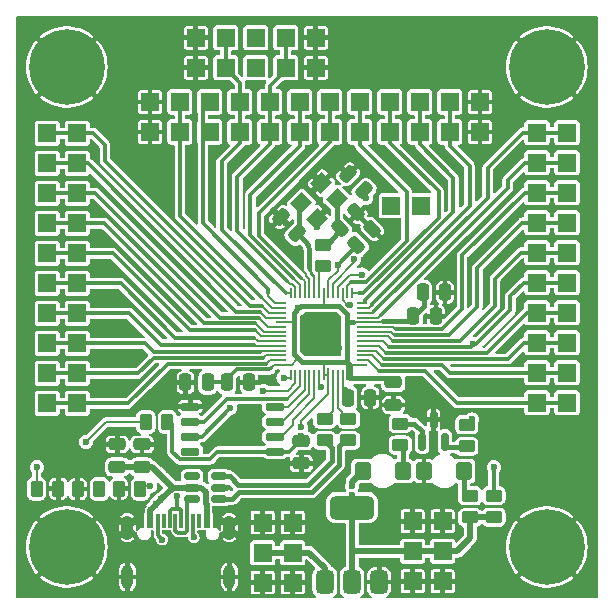
<source format=gbr>
%TF.GenerationSoftware,KiCad,Pcbnew,8.0.3+1*%
%TF.CreationDate,2024-07-16T01:11:10+00:00*%
%TF.ProjectId,RP2040v01,52503230-3430-4763-9031-2e6b69636164,rev?*%
%TF.SameCoordinates,Original*%
%TF.FileFunction,Copper,L2,Bot*%
%TF.FilePolarity,Positive*%
%FSLAX46Y46*%
G04 Gerber Fmt 4.6, Leading zero omitted, Abs format (unit mm)*
G04 Created by KiCad (PCBNEW 8.0.3+1) date 2024-07-16 01:11:10*
%MOMM*%
%LPD*%
G01*
G04 APERTURE LIST*
G04 Aperture macros list*
%AMRoundRect*
0 Rectangle with rounded corners*
0 $1 Rounding radius*
0 $2 $3 $4 $5 $6 $7 $8 $9 X,Y pos of 4 corners*
0 Add a 4 corners polygon primitive as box body*
4,1,4,$2,$3,$4,$5,$6,$7,$8,$9,$2,$3,0*
0 Add four circle primitives for the rounded corners*
1,1,$1+$1,$2,$3*
1,1,$1+$1,$4,$5*
1,1,$1+$1,$6,$7*
1,1,$1+$1,$8,$9*
0 Add four rect primitives between the rounded corners*
20,1,$1+$1,$2,$3,$4,$5,0*
20,1,$1+$1,$4,$5,$6,$7,0*
20,1,$1+$1,$6,$7,$8,$9,0*
20,1,$1+$1,$8,$9,$2,$3,0*%
%AMRotRect*
0 Rectangle, with rotation*
0 The origin of the aperture is its center*
0 $1 length*
0 $2 width*
0 $3 Rotation angle, in degrees counterclockwise*
0 Add horizontal line*
21,1,$1,$2,0,0,$3*%
G04 Aperture macros list end*
%TA.AperFunction,ComponentPad*%
%ADD10C,0.800000*%
%TD*%
%TA.AperFunction,ComponentPad*%
%ADD11C,6.400000*%
%TD*%
%TA.AperFunction,ComponentPad*%
%ADD12R,1.524000X1.524000*%
%TD*%
%TA.AperFunction,SMDPad,CuDef*%
%ADD13RoundRect,0.250000X-0.159099X0.512652X-0.512652X0.159099X0.159099X-0.512652X0.512652X-0.159099X0*%
%TD*%
%TA.AperFunction,SMDPad,CuDef*%
%ADD14RoundRect,0.250000X-0.475000X0.250000X-0.475000X-0.250000X0.475000X-0.250000X0.475000X0.250000X0*%
%TD*%
%TA.AperFunction,SMDPad,CuDef*%
%ADD15RoundRect,0.250000X-0.250000X-0.475000X0.250000X-0.475000X0.250000X0.475000X-0.250000X0.475000X0*%
%TD*%
%TA.AperFunction,SMDPad,CuDef*%
%ADD16RoundRect,0.375000X0.375000X-0.625000X0.375000X0.625000X-0.375000X0.625000X-0.375000X-0.625000X0*%
%TD*%
%TA.AperFunction,SMDPad,CuDef*%
%ADD17RoundRect,0.500000X1.400000X-0.500000X1.400000X0.500000X-1.400000X0.500000X-1.400000X-0.500000X0*%
%TD*%
%TA.AperFunction,SMDPad,CuDef*%
%ADD18RoundRect,0.150000X-0.650000X-0.150000X0.650000X-0.150000X0.650000X0.150000X-0.650000X0.150000X0*%
%TD*%
%TA.AperFunction,SMDPad,CuDef*%
%ADD19R,0.600000X1.150000*%
%TD*%
%TA.AperFunction,SMDPad,CuDef*%
%ADD20R,0.300000X1.150000*%
%TD*%
%TA.AperFunction,ComponentPad*%
%ADD21O,1.000000X2.000000*%
%TD*%
%TA.AperFunction,ComponentPad*%
%ADD22O,1.050000X2.100000*%
%TD*%
%TA.AperFunction,SMDPad,CuDef*%
%ADD23RoundRect,0.250000X0.250000X0.475000X-0.250000X0.475000X-0.250000X-0.475000X0.250000X-0.475000X0*%
%TD*%
%TA.AperFunction,SMDPad,CuDef*%
%ADD24RoundRect,0.150000X0.150000X-0.587500X0.150000X0.587500X-0.150000X0.587500X-0.150000X-0.587500X0*%
%TD*%
%TA.AperFunction,SMDPad,CuDef*%
%ADD25RoundRect,0.050000X-0.387500X-0.050000X0.387500X-0.050000X0.387500X0.050000X-0.387500X0.050000X0*%
%TD*%
%TA.AperFunction,SMDPad,CuDef*%
%ADD26RoundRect,0.050000X-0.050000X-0.387500X0.050000X-0.387500X0.050000X0.387500X-0.050000X0.387500X0*%
%TD*%
%TA.AperFunction,HeatsinkPad*%
%ADD27R,3.200000X3.200000*%
%TD*%
%TA.AperFunction,SMDPad,CuDef*%
%ADD28RotRect,1.400000X1.200000X225.000000*%
%TD*%
%TA.AperFunction,SMDPad,CuDef*%
%ADD29RoundRect,0.250000X0.262500X0.450000X-0.262500X0.450000X-0.262500X-0.450000X0.262500X-0.450000X0*%
%TD*%
%TA.AperFunction,SMDPad,CuDef*%
%ADD30RoundRect,0.250000X0.450000X-0.262500X0.450000X0.262500X-0.450000X0.262500X-0.450000X-0.262500X0*%
%TD*%
%TA.AperFunction,SMDPad,CuDef*%
%ADD31RoundRect,0.173334X0.476666X0.576666X-0.476666X0.576666X-0.476666X-0.576666X0.476666X-0.576666X0*%
%TD*%
%TA.AperFunction,SMDPad,CuDef*%
%ADD32RoundRect,0.173334X-0.476666X-0.576666X0.476666X-0.576666X0.476666X0.576666X-0.476666X0.576666X0*%
%TD*%
%TA.AperFunction,SMDPad,CuDef*%
%ADD33RoundRect,0.150000X0.512500X0.150000X-0.512500X0.150000X-0.512500X-0.150000X0.512500X-0.150000X0*%
%TD*%
%TA.AperFunction,SMDPad,CuDef*%
%ADD34RoundRect,0.250000X-0.262500X-0.450000X0.262500X-0.450000X0.262500X0.450000X-0.262500X0.450000X0*%
%TD*%
%TA.AperFunction,SMDPad,CuDef*%
%ADD35RoundRect,0.250000X0.512652X0.159099X0.159099X0.512652X-0.512652X-0.159099X-0.159099X-0.512652X0*%
%TD*%
%TA.AperFunction,SMDPad,CuDef*%
%ADD36RoundRect,0.250000X-0.450000X0.262500X-0.450000X-0.262500X0.450000X-0.262500X0.450000X0.262500X0*%
%TD*%
%TA.AperFunction,SMDPad,CuDef*%
%ADD37RoundRect,0.250000X0.159099X-0.512652X0.512652X-0.159099X-0.159099X0.512652X-0.512652X0.159099X0*%
%TD*%
%TA.AperFunction,SMDPad,CuDef*%
%ADD38RoundRect,0.250000X-0.512652X-0.159099X-0.159099X-0.512652X0.512652X0.159099X0.159099X0.512652X0*%
%TD*%
%TA.AperFunction,SMDPad,CuDef*%
%ADD39RoundRect,0.250000X0.475000X-0.250000X0.475000X0.250000X-0.475000X0.250000X-0.475000X-0.250000X0*%
%TD*%
%TA.AperFunction,ViaPad*%
%ADD40C,0.600000*%
%TD*%
%TA.AperFunction,Conductor*%
%ADD41C,0.200000*%
%TD*%
%TA.AperFunction,Conductor*%
%ADD42C,0.500000*%
%TD*%
%TA.AperFunction,Conductor*%
%ADD43C,0.400000*%
%TD*%
%TA.AperFunction,Conductor*%
%ADD44C,0.300000*%
%TD*%
G04 APERTURE END LIST*
D10*
%TO.P,H3,1,1*%
%TO.N,GND*%
X7760000Y10160000D03*
X8462944Y11857056D03*
X8462944Y8462944D03*
X10160000Y12560000D03*
D11*
X10160000Y10160000D03*
D10*
X10160000Y7760000D03*
X11857056Y11857056D03*
X11857056Y8462944D03*
X12560000Y10160000D03*
%TD*%
%TO.P,H4,1,1*%
%TO.N,GND*%
X48400000Y10160000D03*
X49102944Y11857056D03*
X49102944Y8462944D03*
X50800000Y12560000D03*
D11*
X50800000Y10160000D03*
D10*
X50800000Y7760000D03*
X52497056Y11857056D03*
X52497056Y8462944D03*
X53200000Y10160000D03*
%TD*%
D12*
%TO.P,J3,1*%
%TO.N,GND*%
X39430000Y12340000D03*
%TO.P,J3,2*%
X41970000Y12340000D03*
%TO.P,J3,3*%
%TO.N,+3V3*%
X39430000Y9800000D03*
%TO.P,J3,4*%
X41970000Y9800000D03*
%TO.P,J3,5*%
%TO.N,GND*%
X39430000Y7260000D03*
%TO.P,J3,6*%
X41970000Y7260000D03*
%TD*%
%TO.P,J8,1*%
%TO.N,GND*%
X31235000Y53290000D03*
%TO.P,J8,2*%
X31235000Y50750000D03*
%TO.P,J8,3*%
%TO.N,/GPIO13*%
X28695000Y53290000D03*
%TO.P,J8,4*%
X28695000Y50750000D03*
%TO.P,J8,5*%
%TO.N,+3V3*%
X26155000Y53290000D03*
%TO.P,J8,6*%
X26155000Y50750000D03*
%TO.P,J8,7*%
%TO.N,/GPIO12*%
X23615000Y53290000D03*
%TO.P,J8,8*%
X23615000Y50750000D03*
%TO.P,J8,9*%
%TO.N,GND*%
X21075000Y53290000D03*
%TO.P,J8,10*%
X21075000Y50750000D03*
%TD*%
%TO.P,J6,1*%
%TO.N,/GPIO20*%
X49960000Y45240000D03*
%TO.P,J6,2*%
X52500000Y45240000D03*
%TO.P,J6,3*%
%TO.N,/GPIO21*%
X49960000Y42700000D03*
%TO.P,J6,4*%
X52500000Y42700000D03*
%TO.P,J6,5*%
%TO.N,/GPIO22*%
X49960000Y40160000D03*
%TO.P,J6,6*%
X52500000Y40160000D03*
%TO.P,J6,7*%
%TO.N,/GPIO23*%
X49960000Y37620000D03*
%TO.P,J6,8*%
X52500000Y37620000D03*
%TO.P,J6,9*%
%TO.N,/GPIO24*%
X49960000Y35080000D03*
%TO.P,J6,10*%
X52500000Y35080000D03*
%TO.P,J6,11*%
%TO.N,/GPIO25*%
X49960000Y32540000D03*
%TO.P,J6,12*%
X52500000Y32540000D03*
%TO.P,J6,13*%
%TO.N,/GPIO26*%
X49960000Y30000000D03*
%TO.P,J6,14*%
X52500000Y30000000D03*
%TO.P,J6,15*%
%TO.N,/GPIO27*%
X49960000Y27460000D03*
%TO.P,J6,16*%
X52500000Y27460000D03*
%TO.P,J6,17*%
%TO.N,/GPIO28*%
X49960000Y24920000D03*
%TO.P,J6,18*%
X52500000Y24920000D03*
%TO.P,J6,19*%
%TO.N,/GPIO29*%
X49960000Y22380000D03*
%TO.P,J6,20*%
X52500000Y22380000D03*
%TD*%
D10*
%TO.P,H2,1,1*%
%TO.N,GND*%
X48400000Y50800000D03*
X49102944Y52497056D03*
X49102944Y49102944D03*
X50800000Y53200000D03*
D11*
X50800000Y50800000D03*
D10*
X50800000Y48400000D03*
X52497056Y52497056D03*
X52497056Y49102944D03*
X53200000Y50800000D03*
%TD*%
D12*
%TO.P,J1,1*%
%TO.N,GND*%
X26730000Y12240000D03*
%TO.P,J1,2*%
X29270000Y12240000D03*
%TO.P,J1,3*%
%TO.N,+5V*%
X26730000Y9700000D03*
%TO.P,J1,4*%
X29270000Y9700000D03*
%TO.P,J1,5*%
%TO.N,GND*%
X26730000Y7160000D03*
%TO.P,J1,6*%
X29270000Y7160000D03*
%TD*%
%TO.P,J5,1*%
%TO.N,/GPIO0*%
X11040000Y22340000D03*
%TO.P,J5,2*%
X8500000Y22340000D03*
%TO.P,J5,3*%
%TO.N,/GPIO1*%
X11040000Y24880000D03*
%TO.P,J5,4*%
X8500000Y24880000D03*
%TO.P,J5,5*%
%TO.N,/GPIO2*%
X11040000Y27420000D03*
%TO.P,J5,6*%
X8500000Y27420000D03*
%TO.P,J5,7*%
%TO.N,/GPIO3*%
X11040000Y29960000D03*
%TO.P,J5,8*%
X8500000Y29960000D03*
%TO.P,J5,9*%
%TO.N,/GPIO4*%
X11040000Y32500000D03*
%TO.P,J5,10*%
X8500000Y32500000D03*
%TO.P,J5,11*%
%TO.N,/GPIO5*%
X11040000Y35040000D03*
%TO.P,J5,12*%
X8500000Y35040000D03*
%TO.P,J5,13*%
%TO.N,/GPIO6*%
X11040000Y37580000D03*
%TO.P,J5,14*%
X8500000Y37580000D03*
%TO.P,J5,15*%
%TO.N,/GPIO7*%
X11040000Y40120000D03*
%TO.P,J5,16*%
X8500000Y40120000D03*
%TO.P,J5,17*%
%TO.N,/GPIO8*%
X11040000Y42660000D03*
%TO.P,J5,18*%
X8500000Y42660000D03*
%TO.P,J5,19*%
%TO.N,/GPIO9*%
X11040000Y45200000D03*
%TO.P,J5,20*%
X8500000Y45200000D03*
%TD*%
%TO.P,J4,1*%
%TO.N,/SWD*%
X40175000Y39075000D03*
%TO.P,J4,2*%
%TO.N,/SCLK*%
X37635000Y39075000D03*
%TD*%
D10*
%TO.P,H1,1,1*%
%TO.N,GND*%
X7760000Y50800000D03*
X8462944Y52497056D03*
X8462944Y49102944D03*
X10160000Y53200000D03*
D11*
X10160000Y50800000D03*
D10*
X10160000Y48400000D03*
X11857056Y52497056D03*
X11857056Y49102944D03*
X12560000Y50800000D03*
%TD*%
D12*
%TO.P,J7,1*%
%TO.N,GND*%
X17185000Y45310000D03*
%TO.P,J7,2*%
X17185000Y47850000D03*
%TO.P,J7,3*%
%TO.N,/GPIO10*%
X19725000Y45310000D03*
%TO.P,J7,4*%
X19725000Y47850000D03*
%TO.P,J7,5*%
%TO.N,/GPIO11*%
X22265000Y45310000D03*
%TO.P,J7,6*%
X22265000Y47850000D03*
%TO.P,J7,7*%
%TO.N,/GPIO12*%
X24805000Y45310000D03*
%TO.P,J7,8*%
X24805000Y47850000D03*
%TO.P,J7,9*%
%TO.N,/GPIO13*%
X27345000Y45310000D03*
%TO.P,J7,10*%
X27345000Y47850000D03*
%TO.P,J7,11*%
%TO.N,/GPIO14*%
X29885000Y45310000D03*
%TO.P,J7,12*%
X29885000Y47850000D03*
%TO.P,J7,13*%
%TO.N,/GPIO15*%
X32425000Y45310000D03*
%TO.P,J7,14*%
X32425000Y47850000D03*
%TO.P,J7,15*%
%TO.N,/GPIO16*%
X34965000Y45310000D03*
%TO.P,J7,16*%
X34965000Y47850000D03*
%TO.P,J7,17*%
%TO.N,/GPIO17*%
X37505000Y45310000D03*
%TO.P,J7,18*%
X37505000Y47850000D03*
%TO.P,J7,19*%
%TO.N,/GPIO18*%
X40045000Y45310000D03*
%TO.P,J7,20*%
X40045000Y47850000D03*
%TO.P,J7,21*%
%TO.N,/GPIO19*%
X42585000Y45310000D03*
%TO.P,J7,22*%
X42585000Y47850000D03*
%TO.P,J7,23*%
%TO.N,GND*%
X45125000Y45310000D03*
%TO.P,J7,24*%
X45125000Y47850000D03*
%TD*%
D13*
%TO.P,C8,1*%
%TO.N,GND*%
X34596751Y38521751D03*
%TO.P,C8,2*%
%TO.N,Net-(C8-Pad2)*%
X33253249Y37178249D03*
%TD*%
D14*
%TO.P,C6,1*%
%TO.N,+3V3*%
X30000000Y19150000D03*
%TO.P,C6,2*%
%TO.N,GND*%
X30000000Y17250000D03*
%TD*%
D15*
%TO.P,C3,1*%
%TO.N,+3V3*%
X23700000Y24100000D03*
%TO.P,C3,2*%
%TO.N,GND*%
X25600000Y24100000D03*
%TD*%
D16*
%TO.P,U1,1,GND*%
%TO.N,GND*%
X36600000Y7200000D03*
%TO.P,U1,2,VO*%
%TO.N,+3V3*%
X34300000Y7200000D03*
D17*
X34300000Y13500000D03*
D16*
%TO.P,U1,3,VI*%
%TO.N,+5V*%
X32000000Y7200000D03*
%TD*%
D18*
%TO.P,U3,1,~{CS}*%
%TO.N,Net-(U3-~{CS})*%
X20600000Y18232500D03*
%TO.P,U3,2,DO(IO1)*%
%TO.N,Net-(U3-DO(IO1))*%
X20600000Y19502500D03*
%TO.P,U3,3,IO2*%
%TO.N,Net-(U3-IO2)*%
X20600000Y20772500D03*
%TO.P,U3,4,GND*%
%TO.N,GND*%
X20600000Y22042500D03*
%TO.P,U3,5,DI(IO0)*%
%TO.N,Net-(U3-DI(IO0))*%
X27800000Y22042500D03*
%TO.P,U3,6,CLK*%
%TO.N,Net-(U3-CLK)*%
X27800000Y20772500D03*
%TO.P,U3,7,IO3*%
%TO.N,Net-(U3-IO3)*%
X27800000Y19502500D03*
%TO.P,U3,8,VCC*%
%TO.N,+3V3*%
X27800000Y18232500D03*
%TD*%
D19*
%TO.P,J2,A1/B12,GND*%
%TO.N,GND*%
X22800000Y12390000D03*
%TO.P,J2,A4/B9,VBUS*%
%TO.N,+5V*%
X22000000Y12390000D03*
D20*
%TO.P,J2,A5,CC1*%
%TO.N,Net-(J2-CC1)*%
X20850000Y12390000D03*
%TO.P,J2,A6,D+*%
%TO.N,Net-(J2-D+-PadA6)*%
X19850000Y12390000D03*
%TO.P,J2,A7,D-*%
%TO.N,Net-(J2-D--PadA7)*%
X19350000Y12390000D03*
%TO.P,J2,A8,SBU1*%
%TO.N,unconnected-(J2-SBU1-PadA8)*%
X18350000Y12390000D03*
D19*
%TO.P,J2,B1/A12,GND*%
%TO.N,GND*%
X16400000Y12390000D03*
%TO.P,J2,B4/A9,VBUS*%
%TO.N,+5V*%
X17200000Y12390000D03*
D20*
%TO.P,J2,B5,CC2*%
%TO.N,Net-(J2-CC2)*%
X17850000Y12390000D03*
%TO.P,J2,B6,D+*%
%TO.N,Net-(J2-D+-PadA6)*%
X18850000Y12390000D03*
%TO.P,J2,B7,D-*%
%TO.N,Net-(J2-D--PadA7)*%
X20350000Y12390000D03*
%TO.P,J2,B8,SBU2*%
%TO.N,unconnected-(J2-SBU2-PadB8)*%
X21350000Y12390000D03*
D21*
%TO.P,J2,G1,SHIELD*%
%TO.N,GND*%
X23920000Y7635000D03*
%TO.P,J2,G2,SHIELD*%
X15280000Y7635000D03*
D22*
%TO.P,J2,G3,SHIELD*%
X23920000Y11815000D03*
%TO.P,J2,G4,SHIELD*%
X15280000Y11815000D03*
%TD*%
D23*
%TO.P,C5,1*%
%TO.N,+3V3*%
X22100000Y24100000D03*
%TO.P,C5,2*%
%TO.N,GND*%
X20200000Y24100000D03*
%TD*%
D24*
%TO.P,Q1,1,B*%
%TO.N,Net-(Q1-B)*%
X42150000Y19087500D03*
%TO.P,Q1,2,C*%
%TO.N,Net-(Q1-C)*%
X40250000Y19087500D03*
%TO.P,Q1,3,E*%
%TO.N,GND*%
X41200000Y20962500D03*
%TD*%
D25*
%TO.P,U4,1,IOVDD*%
%TO.N,+3V3*%
X28262500Y25600000D03*
%TO.P,U4,2,GPIO0*%
%TO.N,/GPIO0*%
X28262500Y26000000D03*
%TO.P,U4,3,GPIO1*%
%TO.N,/GPIO1*%
X28262500Y26400000D03*
%TO.P,U4,4,GPIO2*%
%TO.N,/GPIO2*%
X28262500Y26800000D03*
%TO.P,U4,5,GPIO3*%
%TO.N,/GPIO3*%
X28262500Y27200000D03*
%TO.P,U4,6,GPIO4*%
%TO.N,/GPIO4*%
X28262500Y27600000D03*
%TO.P,U4,7,GPIO5*%
%TO.N,/GPIO5*%
X28262500Y28000000D03*
%TO.P,U4,8,GPIO6*%
%TO.N,/GPIO6*%
X28262500Y28400000D03*
%TO.P,U4,9,GPIO7*%
%TO.N,/GPIO7*%
X28262500Y28800000D03*
%TO.P,U4,10,IOVDD*%
%TO.N,+3V3*%
X28262500Y29200000D03*
%TO.P,U4,11,GPIO8*%
%TO.N,/GPIO8*%
X28262500Y29600000D03*
%TO.P,U4,12,GPIO9*%
%TO.N,/GPIO9*%
X28262500Y30000000D03*
%TO.P,U4,13,GPIO10*%
%TO.N,/GPIO10*%
X28262500Y30400000D03*
%TO.P,U4,14,GPIO11*%
%TO.N,/GPIO11*%
X28262500Y30800000D03*
D26*
%TO.P,U4,15,GPIO12*%
%TO.N,/GPIO12*%
X29100000Y31637500D03*
%TO.P,U4,16,GPIO13*%
%TO.N,/GPIO13*%
X29500000Y31637500D03*
%TO.P,U4,17,GPIO14*%
%TO.N,/GPIO14*%
X29900000Y31637500D03*
%TO.P,U4,18,GPIO15*%
%TO.N,/GPIO15*%
X30300000Y31637500D03*
%TO.P,U4,19,TESTEN*%
%TO.N,GND*%
X30700000Y31637500D03*
%TO.P,U4,20,XIN*%
%TO.N,Net-(U4-XIN)*%
X31100000Y31637500D03*
%TO.P,U4,21,XOUT*%
%TO.N,Net-(U4-XOUT)*%
X31500000Y31637500D03*
%TO.P,U4,22,IOVDD*%
%TO.N,+3V3*%
X31900000Y31637500D03*
%TO.P,U4,23,DVDD*%
%TO.N,+1V1*%
X32300000Y31637500D03*
%TO.P,U4,24,SWCLK*%
%TO.N,/SCLK*%
X32700000Y31637500D03*
%TO.P,U4,25,SWD*%
%TO.N,/SWD*%
X33100000Y31637500D03*
%TO.P,U4,26,RUN*%
%TO.N,Net-(U4-RUN)*%
X33500000Y31637500D03*
%TO.P,U4,27,GPIO16*%
%TO.N,/GPIO16*%
X33900000Y31637500D03*
%TO.P,U4,28,GPIO17*%
%TO.N,/GPIO17*%
X34300000Y31637500D03*
D25*
%TO.P,U4,29,GPIO18*%
%TO.N,/GPIO18*%
X35137500Y30800000D03*
%TO.P,U4,30,GPIO19*%
%TO.N,/GPIO19*%
X35137500Y30400000D03*
%TO.P,U4,31,GPIO20*%
%TO.N,/GPIO20*%
X35137500Y30000000D03*
%TO.P,U4,32,GPIO21*%
%TO.N,/GPIO21*%
X35137500Y29600000D03*
%TO.P,U4,33,IOVDD*%
%TO.N,+3V3*%
X35137500Y29200000D03*
%TO.P,U4,34,GPIO22*%
%TO.N,/GPIO22*%
X35137500Y28800000D03*
%TO.P,U4,35,GPIO23*%
%TO.N,/GPIO23*%
X35137500Y28400000D03*
%TO.P,U4,36,GPIO24*%
%TO.N,/GPIO24*%
X35137500Y28000000D03*
%TO.P,U4,37,GPIO25*%
%TO.N,/GPIO25*%
X35137500Y27600000D03*
%TO.P,U4,38,GPIO26_ADC0*%
%TO.N,/GPIO26*%
X35137500Y27200000D03*
%TO.P,U4,39,GPIO27_ADC1*%
%TO.N,/GPIO27*%
X35137500Y26800000D03*
%TO.P,U4,40,GPIO28_ADC2*%
%TO.N,/GPIO28*%
X35137500Y26400000D03*
%TO.P,U4,41,GPIO29_ADC3*%
%TO.N,/GPIO29*%
X35137500Y26000000D03*
%TO.P,U4,42,IOVDD*%
%TO.N,+3V3*%
X35137500Y25600000D03*
D26*
%TO.P,U4,43,ADC_AVDD*%
X34300000Y24762500D03*
%TO.P,U4,44,VREG_IN*%
X33900000Y24762500D03*
%TO.P,U4,45,VREG_VOUT*%
%TO.N,+1V1*%
X33500000Y24762500D03*
%TO.P,U4,46,USB_DM*%
%TO.N,Net-(U4-USB_DM)*%
X33100000Y24762500D03*
%TO.P,U4,47,USB_DP*%
%TO.N,Net-(U4-USB_DP)*%
X32700000Y24762500D03*
%TO.P,U4,48,USB_VDD*%
%TO.N,+3V3*%
X32300000Y24762500D03*
%TO.P,U4,49,IOVDD*%
X31900000Y24762500D03*
%TO.P,U4,50,DVDD*%
%TO.N,+1V1*%
X31500000Y24762500D03*
%TO.P,U4,51,QSPI_SD3*%
%TO.N,Net-(U3-IO3)*%
X31100000Y24762500D03*
%TO.P,U4,52,QSPI_SCLK*%
%TO.N,Net-(U3-CLK)*%
X30700000Y24762500D03*
%TO.P,U4,53,QSPI_SD0*%
%TO.N,Net-(U3-DI(IO0))*%
X30300000Y24762500D03*
%TO.P,U4,54,QSPI_SD2*%
%TO.N,Net-(U3-IO2)*%
X29900000Y24762500D03*
%TO.P,U4,55,QSPI_SD1*%
%TO.N,Net-(U3-DO(IO1))*%
X29500000Y24762500D03*
%TO.P,U4,56,QSPI_SS*%
%TO.N,Net-(U3-~{CS})*%
X29100000Y24762500D03*
D27*
%TO.P,U4,57,GND*%
%TO.N,GND*%
X31700000Y28200000D03*
%TD*%
D28*
%TO.P,Y1,1,1*%
%TO.N,Net-(C8-Pad2)*%
X33049557Y39639557D03*
%TO.P,Y1,2,2*%
%TO.N,GND*%
X31352500Y37942500D03*
%TO.P,Y1,3,3*%
%TO.N,Net-(U4-XIN)*%
X30008997Y39286003D03*
%TO.P,Y1,4,4*%
%TO.N,GND*%
X31706054Y40983060D03*
%TD*%
D15*
%TO.P,C4,1*%
%TO.N,+1V1*%
X33950000Y22800000D03*
%TO.P,C4,2*%
%TO.N,GND*%
X35850000Y22800000D03*
%TD*%
%TO.P,C11,1*%
%TO.N,+3V3*%
X39500000Y29700000D03*
%TO.P,C11,2*%
%TO.N,GND*%
X41400000Y29700000D03*
%TD*%
D29*
%TO.P,R1,1*%
%TO.N,Net-(J2-CC1)*%
X16387500Y15100000D03*
%TO.P,R1,2*%
%TO.N,GND*%
X14562500Y15100000D03*
%TD*%
D30*
%TO.P,R5,1*%
%TO.N,+3V3*%
X46300000Y12700000D03*
%TO.P,R5,2*%
%TO.N,Net-(U4-RUN)*%
X46300000Y14525000D03*
%TD*%
%TO.P,R6,1*%
%TO.N,/USB_DP*%
X32000000Y19187500D03*
%TO.P,R6,2*%
%TO.N,Net-(U4-USB_DP)*%
X32000000Y21012500D03*
%TD*%
%TO.P,R11,1*%
%TO.N,Net-(D2-K)*%
X38400000Y18800000D03*
%TO.P,R11,2*%
%TO.N,Net-(Q1-C)*%
X38400000Y20625000D03*
%TD*%
D31*
%TO.P,D2,1,K*%
%TO.N,Net-(D2-K)*%
X38600000Y16600000D03*
D32*
%TO.P,D2,2,A*%
%TO.N,+3V3*%
X35200000Y16600000D03*
%TD*%
D33*
%TO.P,U2,1,I/O1*%
%TO.N,/USB_DP*%
X23037500Y16150000D03*
%TO.P,U2,2,GND*%
%TO.N,GND*%
X23037500Y15200000D03*
%TO.P,U2,3,I/O2*%
%TO.N,/USB_DN*%
X23037500Y14250000D03*
%TO.P,U2,4,I/O2*%
%TO.N,Net-(J2-D--PadA7)*%
X20762500Y14250000D03*
%TO.P,U2,5,VBUS*%
%TO.N,+5V*%
X20762500Y15200000D03*
%TO.P,U2,6,I/O1*%
%TO.N,Net-(J2-D+-PadA6)*%
X20762500Y16150000D03*
%TD*%
D29*
%TO.P,R4,1*%
%TO.N,+3V3*%
X18675000Y20750000D03*
%TO.P,R4,2*%
%TO.N,Net-(U3-~{CS})*%
X16850000Y20750000D03*
%TD*%
%TO.P,R2,1*%
%TO.N,Net-(J2-CC2)*%
X12900000Y15075000D03*
%TO.P,R2,2*%
%TO.N,GND*%
X11075000Y15075000D03*
%TD*%
D34*
%TO.P,R3,1*%
%TO.N,Net-(R3-Pad1)*%
X7600000Y15100000D03*
%TO.P,R3,2*%
%TO.N,GND*%
X9425000Y15100000D03*
%TD*%
D35*
%TO.P,C12,1*%
%TO.N,+1V1*%
X35321751Y40378249D03*
%TO.P,C12,2*%
%TO.N,GND*%
X33978249Y41721751D03*
%TD*%
D36*
%TO.P,R10,1*%
%TO.N,/GPIO25*%
X44000000Y20512500D03*
%TO.P,R10,2*%
%TO.N,Net-(Q1-B)*%
X44000000Y18687500D03*
%TD*%
%TO.P,R9,1*%
%TO.N,Net-(D1-A)*%
X44300000Y14500000D03*
%TO.P,R9,2*%
%TO.N,+3V3*%
X44300000Y12675000D03*
%TD*%
D30*
%TO.P,R7,1*%
%TO.N,/USB_DN*%
X34000000Y19187500D03*
%TO.P,R7,2*%
%TO.N,Net-(U4-USB_DM)*%
X34000000Y21012500D03*
%TD*%
D15*
%TO.P,C13,1*%
%TO.N,+3V3*%
X40275000Y31725000D03*
%TO.P,C13,2*%
%TO.N,GND*%
X42175000Y31725000D03*
%TD*%
D37*
%TO.P,C9,1*%
%TO.N,+1V1*%
X34675000Y35750000D03*
%TO.P,C9,2*%
%TO.N,GND*%
X36018502Y37093502D03*
%TD*%
D32*
%TO.P,D1,1,K*%
%TO.N,GND*%
X40400000Y16600000D03*
D31*
%TO.P,D1,2,A*%
%TO.N,Net-(D1-A)*%
X43800000Y16600000D03*
%TD*%
D30*
%TO.P,R8,1*%
%TO.N,Net-(U4-XOUT)*%
X31875000Y33950000D03*
%TO.P,R8,2*%
%TO.N,Net-(C8-Pad2)*%
X31875000Y35775000D03*
%TD*%
D14*
%TO.P,C10,1*%
%TO.N,+3V3*%
X37800000Y24100000D03*
%TO.P,C10,2*%
%TO.N,GND*%
X37800000Y22200000D03*
%TD*%
D38*
%TO.P,C7,1*%
%TO.N,GND*%
X28308998Y38086002D03*
%TO.P,C7,2*%
%TO.N,Net-(U4-XIN)*%
X29652500Y36742500D03*
%TD*%
D39*
%TO.P,C2,1*%
%TO.N,+5V*%
X16525000Y16950000D03*
%TO.P,C2,2*%
%TO.N,GND*%
X16525000Y18850000D03*
%TD*%
%TO.P,C1,1*%
%TO.N,+5V*%
X14425000Y16950000D03*
%TO.P,C1,2*%
%TO.N,GND*%
X14425000Y18850000D03*
%TD*%
D40*
%TO.N,GND*%
X39275000Y24200000D03*
X25200000Y16800000D03*
X29900000Y35400000D03*
X25800000Y20800000D03*
X23600000Y15200000D03*
X36300000Y34850000D03*
X26700000Y24400000D03*
X28500000Y16800000D03*
X33100000Y29000000D03*
X37600000Y36225000D03*
X18825000Y16700000D03*
X36100000Y21400000D03*
X28725000Y37575000D03*
X30600000Y28225000D03*
X31352500Y37242500D03*
X36400000Y41475000D03*
X33200000Y27000000D03*
X30600000Y29400000D03*
X15425000Y17925000D03*
X25200000Y43450000D03*
X30600000Y27100000D03*
%TO.N,+5V*%
X18100000Y14200000D03*
X17700000Y13800000D03*
%TO.N,+3V3*%
X30000000Y20300000D03*
X34300000Y15300000D03*
X34300000Y14600000D03*
X29762500Y30362500D03*
X30000000Y19600000D03*
%TO.N,+1V1*%
X35500000Y39700000D03*
X31700000Y23700000D03*
X33075000Y34036497D03*
X33700000Y23500000D03*
%TO.N,/SCLK*%
X34486244Y34538755D03*
%TO.N,/SWD*%
X35127880Y33237500D03*
%TO.N,Net-(R3-Pad1)*%
X7625000Y16925000D03*
%TO.N,/GPIO25*%
X44575000Y27325000D03*
X44456250Y20968750D03*
%TO.N,Net-(J2-CC1)*%
X17225000Y15325000D03*
X20900000Y11000000D03*
%TO.N,Net-(J2-D+-PadA6)*%
X20762500Y16150000D03*
X19475000Y14450000D03*
%TO.N,Net-(J2-CC2)*%
X12900000Y15075000D03*
X18225000Y10800000D03*
%TO.N,Net-(U3-~{CS})*%
X28500000Y24500000D03*
X20600000Y18232500D03*
X16850000Y20750000D03*
X11775000Y19075000D03*
%TO.N,Net-(U4-RUN)*%
X34100000Y30700000D03*
X46300000Y16925000D03*
%TO.N,Net-(U3-DO(IO1))*%
X26800000Y23400000D03*
X23981250Y21918750D03*
%TD*%
D41*
%TO.N,GND*%
X30700000Y32850000D02*
X30425000Y33125000D01*
D42*
X31352500Y37942500D02*
X32110000Y38700000D01*
D41*
X30700000Y31637500D02*
X30700000Y32850000D01*
D42*
X31706054Y40983060D02*
X30950000Y41739114D01*
D41*
X30425000Y33125000D02*
X30425000Y33325000D01*
D42*
X28800000Y37500000D02*
X27625000Y38675000D01*
D41*
X29900000Y33850000D02*
X29900000Y35400000D01*
X30425000Y33325000D02*
X29900000Y33850000D01*
D42*
X31706054Y40983060D02*
X31000000Y40277006D01*
D43*
X35312500Y38962500D02*
X34087500Y37737500D01*
D42*
%TO.N,+5V*%
X19135000Y15200000D02*
X21527684Y15200000D01*
X26730000Y9700000D02*
X29270000Y9700000D01*
X19135000Y15200000D02*
X17385000Y16950000D01*
X17735000Y13800000D02*
X17700000Y13800000D01*
X30700000Y9700000D02*
X32000000Y8400000D01*
X22000000Y13772316D02*
X22000000Y12390000D01*
X21925000Y14802684D02*
X21925000Y13847316D01*
X21925000Y13847316D02*
X22000000Y13772316D01*
X18135000Y14200000D02*
X19135000Y15200000D01*
X21527684Y15200000D02*
X21925000Y14802684D01*
X18100000Y14200000D02*
X18100000Y14165000D01*
X17385000Y16950000D02*
X14425000Y16950000D01*
X32000000Y8400000D02*
X32000000Y7200000D01*
X17700000Y13765000D02*
X17200000Y13265000D01*
X17200000Y13265000D02*
X17200000Y12390000D01*
X18100000Y14165000D02*
X17735000Y13800000D01*
X18100000Y14200000D02*
X18135000Y14200000D01*
X29270000Y9700000D02*
X30700000Y9700000D01*
X17700000Y13800000D02*
X17700000Y13765000D01*
D41*
%TO.N,+3V3*%
X31900000Y24762500D02*
X31900000Y25600000D01*
X30000000Y20300000D02*
X30000000Y20800000D01*
D44*
X27300000Y25200000D02*
X24600000Y25200000D01*
D41*
X34400000Y29200000D02*
X35137500Y29200000D01*
X27700000Y25600000D02*
X27400000Y25300000D01*
D43*
X30100000Y25800000D02*
X33900000Y25800000D01*
D42*
X34300000Y15700000D02*
X35200000Y16600000D01*
D44*
X28982500Y18232500D02*
X30000000Y19250000D01*
D43*
X37700000Y24450000D02*
X34150000Y24450000D01*
D42*
X44300000Y12675000D02*
X46275000Y12675000D01*
X44300000Y10900000D02*
X44300000Y12675000D01*
D44*
X27800000Y18232500D02*
X28982500Y18232500D01*
D41*
X29400000Y29200000D02*
X28262500Y29200000D01*
X34300000Y24800000D02*
X33900000Y24800000D01*
D44*
X22907500Y18232500D02*
X22257500Y17582500D01*
D42*
X34300000Y13500000D02*
X34300000Y14600000D01*
D43*
X34100000Y24450000D02*
X34100000Y25550000D01*
D41*
X28262500Y25600000D02*
X27700000Y25600000D01*
X28262500Y25600000D02*
X29200000Y25600000D01*
D44*
X27400000Y25300000D02*
X27300000Y25200000D01*
X22900000Y24100000D02*
X22100000Y24100000D01*
X19738738Y17582500D02*
X19100000Y18221238D01*
D41*
X32300000Y24762500D02*
X32300000Y25296360D01*
D44*
X23500000Y24100000D02*
X22900000Y24100000D01*
D41*
X33900000Y25600000D02*
X33900000Y24762500D01*
X31900000Y24762500D02*
X32300000Y24762500D01*
D42*
X46275000Y12675000D02*
X46300000Y12700000D01*
D44*
X22900000Y24100000D02*
X23700000Y24100000D01*
X19100000Y18221238D02*
X19100000Y20600000D01*
X27800000Y18232500D02*
X22907500Y18232500D01*
D42*
X34300000Y9900000D02*
X34300000Y7200000D01*
D43*
X33175000Y30600000D02*
X33900000Y29875000D01*
X29762500Y30362500D02*
X30000000Y30600000D01*
D42*
X41970000Y9800000D02*
X43200000Y9800000D01*
X34300000Y9900000D02*
X34300000Y13500000D01*
D43*
X30000000Y30600000D02*
X33175000Y30600000D01*
X33900000Y25800000D02*
X34150000Y25550000D01*
D41*
X36800000Y29200000D02*
X35137500Y29200000D01*
D42*
X41970000Y9800000D02*
X34400000Y9800000D01*
D43*
X34000000Y29200000D02*
X34400000Y29200000D01*
X36900000Y29300000D02*
X39100000Y29300000D01*
D44*
X22257500Y17582500D02*
X19738738Y17582500D01*
D41*
X34300000Y24762500D02*
X34300000Y25600000D01*
X30000000Y19150000D02*
X30000000Y19600000D01*
X30000000Y20800000D02*
X32300000Y23100000D01*
D44*
X24600000Y25200000D02*
X23500000Y24100000D01*
D43*
X40400000Y30600000D02*
X40400000Y31700000D01*
D41*
X32300000Y23100000D02*
X32300000Y24362500D01*
X31900000Y31637500D02*
X31900000Y30600000D01*
D42*
X34300000Y15300000D02*
X34300000Y15700000D01*
D43*
X29762500Y30362500D02*
X29400000Y30000000D01*
D41*
X34200000Y25600000D02*
X35137500Y25600000D01*
D43*
X39100000Y29300000D02*
X40400000Y30600000D01*
X33900000Y29300000D02*
X33900000Y25800000D01*
D41*
X36900000Y29300000D02*
X36800000Y29200000D01*
D42*
X43200000Y9800000D02*
X44300000Y10900000D01*
D43*
X33900000Y29875000D02*
X33900000Y29300000D01*
X29400000Y30000000D02*
X29400000Y26500000D01*
X29400000Y26500000D02*
X30100000Y25800000D01*
D41*
X29200000Y25600000D02*
X29600000Y26000000D01*
%TO.N,+1V1*%
X33075000Y33575000D02*
X32300000Y32800000D01*
X32300000Y32800000D02*
X32300000Y31637500D01*
D44*
X33075000Y34046751D02*
X34728249Y35700000D01*
D41*
X34728249Y35628249D02*
X34728249Y35700000D01*
X33500000Y24762500D02*
X33500000Y23250000D01*
X31500000Y24762500D02*
X31500000Y23900000D01*
D44*
X33075000Y34036497D02*
X33075000Y34046751D01*
D41*
X33500000Y23250000D02*
X33950000Y22800000D01*
X33075000Y34036497D02*
X33075000Y33575000D01*
X31500000Y23900000D02*
X31700000Y23700000D01*
%TO.N,/SCLK*%
X34486244Y34538755D02*
X34486244Y34261244D01*
X34486244Y34261244D02*
X32700000Y32475000D01*
X32700000Y32475000D02*
X32700000Y31637500D01*
%TO.N,/SWD*%
X34162500Y33237500D02*
X33100000Y32175000D01*
X35127880Y33237500D02*
X34162500Y33237500D01*
X33100000Y32175000D02*
X33100000Y31637500D01*
D43*
%TO.N,Net-(Q1-B)*%
X42212500Y18600000D02*
X43787500Y18600000D01*
%TO.N,Net-(Q1-C)*%
X40250000Y19950000D02*
X40250000Y18962500D01*
X38400000Y20625000D02*
X39575000Y20625000D01*
X39575000Y20625000D02*
X40250000Y19950000D01*
D41*
%TO.N,Net-(R3-Pad1)*%
X7600000Y16900000D02*
X7625000Y16925000D01*
X7600000Y15100000D02*
X7600000Y16900000D01*
D43*
%TO.N,/USB_DP*%
X23950000Y16150000D02*
X23037500Y16150000D01*
X32000000Y19187500D02*
X32600000Y18587500D01*
X30600736Y15425000D02*
X24675000Y15425000D01*
X32600000Y18587500D02*
X32600000Y17424264D01*
X24675000Y15425000D02*
X23950000Y16150000D01*
X32600000Y17424264D02*
X30600736Y15425000D01*
%TO.N,/USB_DN*%
X30875000Y14825000D02*
X24725000Y14825000D01*
X33200000Y17150000D02*
X30875000Y14825000D01*
X33200000Y18700000D02*
X33200000Y17150000D01*
X34000000Y19187500D02*
X33687500Y19187500D01*
X24150000Y14250000D02*
X23037500Y14250000D01*
X33687500Y19187500D02*
X33200000Y18700000D01*
X24725000Y14825000D02*
X24150000Y14250000D01*
D41*
%TO.N,Net-(D1-A)*%
X43800000Y15000000D02*
X44300000Y14500000D01*
D43*
X43800000Y16600000D02*
X43800000Y15000000D01*
%TO.N,Net-(D2-K)*%
X38600000Y16600000D02*
X38600000Y18600000D01*
D41*
X38600000Y18600000D02*
X38400000Y18800000D01*
%TO.N,/GPIO0*%
X27350000Y26000000D02*
X27050000Y25700000D01*
D44*
X15340000Y22340000D02*
X8500000Y22340000D01*
D41*
X28262500Y26000000D02*
X27350000Y26000000D01*
D44*
X27050000Y25700000D02*
X18700000Y25700000D01*
X18700000Y25700000D02*
X15340000Y22340000D01*
%TO.N,/GPIO1*%
X17500000Y26200000D02*
X16180000Y24880000D01*
D41*
X28262500Y26400000D02*
X27000000Y26400000D01*
D44*
X16180000Y24880000D02*
X8500000Y24880000D01*
D41*
X27000000Y26400000D02*
X26800000Y26200000D01*
D44*
X26800000Y26200000D02*
X17500000Y26200000D01*
D41*
%TO.N,/GPIO2*%
X26600000Y26800000D02*
X26500000Y26700000D01*
D44*
X17500000Y26700000D02*
X16780000Y27420000D01*
X16780000Y27420000D02*
X8500000Y27420000D01*
D41*
X28262500Y26800000D02*
X26600000Y26800000D01*
D44*
X26500000Y26700000D02*
X17500000Y26700000D01*
D41*
%TO.N,/GPIO3*%
X26100000Y27200000D02*
X26000000Y27300000D01*
D44*
X18100000Y27300000D02*
X15440000Y29960000D01*
D41*
X28262500Y27200000D02*
X26100000Y27200000D01*
D44*
X15440000Y29960000D02*
X8500000Y29960000D01*
X26000000Y27300000D02*
X18100000Y27300000D01*
D41*
%TO.N,/GPIO4*%
X26336396Y27600000D02*
X26036396Y27900000D01*
D44*
X14700000Y32500000D02*
X8500000Y32500000D01*
D41*
X28262500Y27600000D02*
X26336396Y27600000D01*
D44*
X26036396Y27900000D02*
X19300000Y27900000D01*
X19300000Y27900000D02*
X14700000Y32500000D01*
D41*
%TO.N,/GPIO5*%
X26572792Y28000000D02*
X26072792Y28500000D01*
D44*
X26072792Y28500000D02*
X20600000Y28500000D01*
D41*
X28262500Y28000000D02*
X26572792Y28000000D01*
D44*
X14060000Y35040000D02*
X8500000Y35040000D01*
X20600000Y28500000D02*
X14060000Y35040000D01*
%TO.N,/GPIO6*%
X26109188Y29100000D02*
X21807106Y29100000D01*
X13327106Y37580000D02*
X8500000Y37580000D01*
D41*
X28262500Y28400000D02*
X26809188Y28400000D01*
D44*
X21807106Y29100000D02*
X13327106Y37580000D01*
D41*
X26809188Y28400000D02*
X26109188Y29100000D01*
D44*
%TO.N,/GPIO7*%
X12580000Y40120000D02*
X8500000Y40120000D01*
D41*
X28262500Y28800000D02*
X27200000Y28800000D01*
X27200000Y28800000D02*
X26400000Y29600000D01*
D44*
X23100000Y29600000D02*
X12580000Y40120000D01*
X26400000Y29600000D02*
X23100000Y29600000D01*
D41*
%TO.N,/GPIO8*%
X27036396Y29600000D02*
X26536396Y30100000D01*
D44*
X24500000Y30100000D02*
X11940000Y42660000D01*
X11940000Y42660000D02*
X8500000Y42660000D01*
X26536396Y30100000D02*
X24500000Y30100000D01*
D41*
X28262500Y29600000D02*
X27036396Y29600000D01*
D44*
%TO.N,/GPIO9*%
X13400000Y42875000D02*
X13400000Y44200000D01*
D41*
X27272792Y30000000D02*
X28262500Y30000000D01*
D44*
X13400000Y44200000D02*
X12400000Y45200000D01*
D41*
X26672792Y30600000D02*
X27272792Y30000000D01*
D44*
X25675000Y30600000D02*
X13400000Y42875000D01*
X26672792Y30600000D02*
X25675000Y30600000D01*
X12400000Y45200000D02*
X8500000Y45200000D01*
D41*
%TO.N,/GPIO10*%
X26609188Y31300000D02*
X27509188Y30400000D01*
X27509188Y30400000D02*
X28262500Y30400000D01*
D44*
X26609188Y31300000D02*
X19725000Y38184188D01*
X19725000Y38184188D02*
X19725000Y47850000D01*
D41*
%TO.N,/GPIO11*%
X27800000Y30800000D02*
X27300000Y31300000D01*
X28262500Y30800000D02*
X27800000Y30800000D01*
X27300000Y31300000D02*
X27200000Y31400000D01*
D44*
X27200000Y32050000D02*
X21675000Y37575000D01*
X21675000Y47260000D02*
X22265000Y47850000D01*
D41*
X27200000Y31400000D02*
X27200000Y31700000D01*
D44*
X21675000Y37575000D02*
X21675000Y47260000D01*
X27200000Y31700000D02*
X27200000Y32050000D01*
%TO.N,/GPIO12*%
X24825000Y47830000D02*
X24805000Y47850000D01*
X28712500Y31637500D02*
X28687500Y31637500D01*
X24825000Y44375000D02*
X24825000Y47830000D01*
X24805000Y49495000D02*
X24805000Y47850000D01*
X28687500Y31637500D02*
X23275000Y37050000D01*
X23275000Y42825000D02*
X24825000Y44375000D01*
D41*
X29100000Y31637500D02*
X28712500Y31637500D01*
D44*
X23615000Y53290000D02*
X23615000Y50750000D01*
X23615000Y50750000D02*
X23615000Y50685000D01*
X23275000Y37050000D02*
X23275000Y42825000D01*
X23615000Y50685000D02*
X24805000Y49495000D01*
%TO.N,/GPIO13*%
X28831023Y32711871D02*
X24600000Y36942894D01*
X27365000Y47830000D02*
X27345000Y47850000D01*
D41*
X29215337Y32456023D02*
X29500000Y32171360D01*
D44*
X24600000Y41525000D02*
X27365000Y44290000D01*
D41*
X29500000Y32171360D02*
X29500000Y31637500D01*
D44*
X24600000Y36942894D02*
X24600000Y41525000D01*
D41*
X28831023Y32711871D02*
X29086871Y32456023D01*
D44*
X27345000Y49195000D02*
X27345000Y47850000D01*
X27365000Y44290000D02*
X27365000Y47830000D01*
X28695000Y50545000D02*
X27345000Y49195000D01*
D41*
X29086871Y32456023D02*
X29215337Y32456023D01*
D44*
X28695000Y53290000D02*
X28695000Y50545000D01*
D41*
%TO.N,/GPIO14*%
X29900000Y32337046D02*
X29900000Y31637500D01*
D44*
X25700000Y39975000D02*
X29885000Y44160000D01*
X25700000Y36550000D02*
X25700000Y39975000D01*
X29331023Y32906023D02*
X29331023Y32918977D01*
X29885000Y44160000D02*
X29885000Y47850000D01*
D41*
X29331023Y32906023D02*
X29900000Y32337046D01*
D44*
X29331023Y32918977D02*
X25700000Y36550000D01*
D41*
%TO.N,/GPIO15*%
X30300000Y32650000D02*
X30300000Y31637500D01*
D44*
X29975000Y32975000D02*
X29975000Y32982106D01*
X29975000Y32982106D02*
X26425000Y36532106D01*
X26425000Y38425000D02*
X32445000Y44445000D01*
X32445000Y47830000D02*
X32425000Y47850000D01*
D41*
X29975000Y32975000D02*
X30300000Y32650000D01*
D44*
X32445000Y44445000D02*
X32445000Y47830000D01*
X26425000Y36532106D02*
X26425000Y38425000D01*
%TO.N,/GPIO16*%
X34965000Y45310000D02*
X34965000Y47850000D01*
D41*
X33900000Y32300000D02*
X33900000Y31637500D01*
D44*
X38925000Y36050000D02*
X38925000Y40225000D01*
X34187500Y32587500D02*
X35462500Y32587500D01*
D41*
X34187500Y32587500D02*
X33900000Y32300000D01*
D44*
X35462500Y32587500D02*
X38925000Y36050000D01*
X38925000Y40225000D02*
X34965000Y44185000D01*
X34965000Y44185000D02*
X34965000Y45310000D01*
D41*
%TO.N,/GPIO17*%
X34300000Y31637500D02*
X34812500Y31637500D01*
D44*
X41625000Y40275000D02*
X37505000Y44395000D01*
X34850000Y31675000D02*
X35257106Y31675000D01*
X35257106Y31675000D02*
X41625000Y38042894D01*
X37505000Y44395000D02*
X37505000Y47850000D01*
X41625000Y38042894D02*
X41625000Y40275000D01*
D41*
X34812500Y31637500D02*
X34850000Y31675000D01*
D44*
%TO.N,/GPIO18*%
X42875000Y41425000D02*
X40045000Y44255000D01*
X35400000Y31075000D02*
X42875000Y38550000D01*
X40045000Y44255000D02*
X40045000Y47850000D01*
X35400000Y30925000D02*
X35400000Y31075000D01*
X42875000Y38550000D02*
X42875000Y41425000D01*
%TO.N,/GPIO19*%
X42585000Y45310000D02*
X42585000Y47850000D01*
D41*
X35953401Y30653401D02*
X35700000Y30400000D01*
D44*
X42585000Y44115000D02*
X42585000Y45310000D01*
X35953401Y30778401D02*
X44250000Y39075000D01*
X44250000Y39075000D02*
X44250000Y42450000D01*
D41*
X35700000Y30400000D02*
X35137500Y30400000D01*
D44*
X44250000Y42450000D02*
X42585000Y44115000D01*
X35953401Y30653401D02*
X35953401Y30778401D01*
D41*
%TO.N,/GPIO20*%
X36050000Y30000000D02*
X35137500Y30000000D01*
D44*
X48740000Y45240000D02*
X52500000Y45240000D01*
X36187500Y30137500D02*
X45775000Y39725000D01*
X45775000Y42275000D02*
X48740000Y45240000D01*
D41*
X36187500Y30137500D02*
X36050000Y30000000D01*
D44*
X45775000Y39725000D02*
X45775000Y42275000D01*
D41*
X52500000Y45240000D02*
X50376000Y45240000D01*
D44*
%TO.N,/GPIO21*%
X36725000Y29850000D02*
X47475000Y40600000D01*
X47475000Y41250000D02*
X48925000Y42700000D01*
D41*
X36725000Y29850000D02*
X36475000Y29600000D01*
D44*
X48925000Y42700000D02*
X52500000Y42700000D01*
D41*
X36475000Y29600000D02*
X35137500Y29600000D01*
D44*
X47475000Y40600000D02*
X47475000Y41250000D01*
%TO.N,/GPIO22*%
X43600000Y30300000D02*
X43600000Y34850000D01*
X48910000Y40160000D02*
X52500000Y40160000D01*
D41*
X37800000Y28800000D02*
X38000000Y28600000D01*
X35137500Y28800000D02*
X37800000Y28800000D01*
D44*
X43600000Y34850000D02*
X48910000Y40160000D01*
X41900000Y28600000D02*
X43600000Y30300000D01*
X38000000Y28600000D02*
X41900000Y28600000D01*
%TO.N,/GPIO23*%
X42500000Y28100000D02*
X44900000Y30500000D01*
X44900000Y33800000D02*
X48720000Y37620000D01*
D41*
X35137500Y28400000D02*
X37563604Y28400000D01*
X37863604Y28100000D02*
X37934314Y28100000D01*
D44*
X48720000Y37620000D02*
X52500000Y37620000D01*
X37934314Y28100000D02*
X42500000Y28100000D01*
D41*
X37563604Y28400000D02*
X37863604Y28100000D01*
D44*
X44900000Y30500000D02*
X44900000Y33800000D01*
%TO.N,/GPIO24*%
X43450000Y27600000D02*
X46400000Y30550000D01*
X46400000Y32900000D02*
X48580000Y35080000D01*
X37734314Y27600000D02*
X43450000Y27600000D01*
X46400000Y30550000D02*
X46400000Y32900000D01*
X48580000Y35080000D02*
X52500000Y35080000D01*
D41*
X35137500Y28000000D02*
X37334314Y28000000D01*
X37334314Y28000000D02*
X37734314Y27600000D01*
D44*
%TO.N,/GPIO25*%
X44350000Y27100000D02*
X44575000Y27325000D01*
D41*
X36900000Y27600000D02*
X37400000Y27100000D01*
D44*
X47700000Y30200000D02*
X47700000Y31400000D01*
X47700000Y31400000D02*
X48840000Y32540000D01*
X37400000Y27100000D02*
X44350000Y27100000D01*
X44825000Y27325000D02*
X47700000Y30200000D01*
X44575000Y27325000D02*
X44825000Y27325000D01*
D41*
X35137500Y27600000D02*
X36900000Y27600000D01*
D44*
X48840000Y32540000D02*
X52500000Y32540000D01*
%TO.N,/GPIO26*%
X37200000Y26600000D02*
X45700000Y26600000D01*
X45700000Y26600000D02*
X49100000Y30000000D01*
D41*
X36600000Y27200000D02*
X37200000Y26600000D01*
D44*
X49100000Y30000000D02*
X52500000Y30000000D01*
D41*
X35137500Y27200000D02*
X36600000Y27200000D01*
D44*
%TO.N,/GPIO27*%
X37000000Y26100000D02*
X47525000Y26100000D01*
D41*
X35137500Y26800000D02*
X36300000Y26800000D01*
D44*
X48885000Y27460000D02*
X52500000Y27460000D01*
D41*
X36300000Y26800000D02*
X37000000Y26100000D01*
D44*
X47525000Y26100000D02*
X48885000Y27460000D01*
%TO.N,/GPIO28*%
X42580000Y24920000D02*
X52500000Y24920000D01*
X41900000Y25600000D02*
X42580000Y24920000D01*
D41*
X35137500Y26400000D02*
X36000000Y26400000D01*
D44*
X36800000Y25600000D02*
X41900000Y25600000D01*
D41*
X36000000Y26400000D02*
X36800000Y25600000D01*
%TO.N,/GPIO29*%
X35671360Y26000000D02*
X36571360Y25100000D01*
D44*
X40500000Y25100000D02*
X43220000Y22380000D01*
X36571360Y25100000D02*
X40500000Y25100000D01*
D41*
X35137500Y26000000D02*
X35671360Y26000000D01*
D44*
X43220000Y22380000D02*
X52500000Y22380000D01*
D41*
%TO.N,Net-(U4-XIN)*%
X30825000Y33290686D02*
X31100000Y33015686D01*
D43*
X29852500Y37342500D02*
X29852500Y38829505D01*
X30700000Y33882107D02*
X30700000Y35280786D01*
X30407107Y35987893D02*
X29652500Y36742500D01*
D41*
X30825000Y33900000D02*
X30825000Y33290686D01*
X31100000Y33015686D02*
X31100000Y31637500D01*
D43*
X30407107Y35987893D02*
G75*
G02*
X30699990Y35280786I-707107J-707093D01*
G01*
%TO.N,Net-(C8-Pad2)*%
X33052500Y39520749D02*
X33052500Y36764252D01*
X33285775Y37119278D02*
X32203971Y35693972D01*
D41*
%TO.N,Net-(J2-CC1)*%
X16612500Y15325000D02*
X16387500Y15100000D01*
X20850000Y11050000D02*
X20900000Y11000000D01*
D44*
X20850000Y12390000D02*
X20850000Y11050000D01*
D41*
X17225000Y15325000D02*
X16612500Y15325000D01*
D44*
%TO.N,Net-(J2-D+-PadA6)*%
X19035000Y13400000D02*
X18850000Y13215000D01*
X19850000Y13250000D02*
X19835000Y13265000D01*
X18850000Y13215000D02*
X18850000Y12390000D01*
X19475000Y14325902D02*
X19475000Y13425000D01*
X19850000Y12390000D02*
X19850000Y13250000D01*
X19700000Y13400000D02*
X19035000Y13400000D01*
X19850000Y13250000D02*
X19700000Y13400000D01*
%TO.N,Net-(J2-D--PadA7)*%
X20350000Y13950000D02*
X20650000Y14250000D01*
X20350000Y12390000D02*
X20350000Y13950000D01*
X20350000Y11565000D02*
X20160000Y11375000D01*
X20350000Y12390000D02*
X20350000Y11565000D01*
X20160000Y11375000D02*
X19540000Y11375000D01*
X19350000Y11565000D02*
X19350000Y12390000D01*
X19540000Y11375000D02*
X19350000Y11565000D01*
%TO.N,Net-(J2-CC2)*%
X17850000Y11175000D02*
X18225000Y10800000D01*
X17850000Y12390000D02*
X17850000Y11175000D01*
D41*
%TO.N,Net-(U3-~{CS})*%
X16850000Y20750000D02*
X13450000Y20750000D01*
X28500000Y24500000D02*
X29100000Y24500000D01*
X13450000Y20750000D02*
X11775000Y19075000D01*
X29100000Y24500000D02*
X29100000Y24762500D01*
%TO.N,Net-(U4-RUN)*%
X33500000Y31637500D02*
X33500000Y31103640D01*
D44*
X46300000Y16925000D02*
X46300000Y14525000D01*
X33903640Y30700000D02*
X34100000Y30700000D01*
D41*
X33500000Y31103640D02*
X33903640Y30700000D01*
%TO.N,Net-(U4-USB_DP)*%
X32700000Y21712500D02*
X32000000Y21012500D01*
X32700000Y24762500D02*
X32700000Y21712500D01*
%TO.N,Net-(U4-USB_DM)*%
X33100000Y21912500D02*
X34000000Y21012500D01*
X33100000Y24762500D02*
X33100000Y21912500D01*
%TO.N,Net-(U4-XOUT)*%
X31500000Y31637500D02*
X31500000Y33542500D01*
%TO.N,Net-(U3-IO3)*%
X29300000Y20500000D02*
X28302500Y19502500D01*
X31100000Y22750000D02*
X29300000Y20950000D01*
X29300000Y20950000D02*
X29300000Y20500000D01*
X31100000Y24762500D02*
X31100000Y22750000D01*
%TO.N,Net-(U3-CLK)*%
X28372500Y20772500D02*
X27800000Y20772500D01*
X30700000Y23100000D02*
X28372500Y20772500D01*
X30700000Y24762500D02*
X30700000Y23100000D01*
%TO.N,Net-(U3-DI(IO0))*%
X30300000Y24762500D02*
X30300000Y23500000D01*
X28842500Y22042500D02*
X27800000Y22042500D01*
X30300000Y23500000D02*
X28842500Y22042500D01*
D44*
%TO.N,Net-(U3-IO2)*%
X23700000Y22700000D02*
X21772500Y20772500D01*
X21772500Y20772500D02*
X20600000Y20772500D01*
X28781250Y22700000D02*
X23700000Y22700000D01*
D41*
X29900000Y23818750D02*
X28781250Y22700000D01*
X29900000Y24762500D02*
X29900000Y23818750D01*
%TO.N,Net-(U3-DO(IO1))*%
X29500000Y24037500D02*
X28862500Y23400000D01*
D44*
X21565000Y19502500D02*
X20600000Y19502500D01*
X23981250Y21918750D02*
X21565000Y19502500D01*
D41*
X29500000Y24762500D02*
X29500000Y24037500D01*
X28862500Y23400000D02*
X26800000Y23400000D01*
%TD*%
%TA.AperFunction,Conductor*%
%TO.N,GND*%
G36*
X24009369Y15381093D02*
G01*
X24021182Y15371004D01*
X24222182Y15170004D01*
X24249959Y15115487D01*
X24240388Y15055055D01*
X24222181Y15029996D01*
X24116386Y14924202D01*
X24061870Y14896425D01*
X24001438Y14905997D01*
X23958173Y14949261D01*
X23950835Y14995589D01*
X23947068Y15000000D01*
X22936500Y15000000D01*
X22878309Y15018907D01*
X22842345Y15068407D01*
X22837500Y15099000D01*
X22837500Y15301000D01*
X22856407Y15359191D01*
X22905907Y15395155D01*
X22936500Y15400000D01*
X23951178Y15400000D01*
X24009369Y15381093D01*
G37*
%TD.AperFunction*%
%TA.AperFunction,Conductor*%
G36*
X26658691Y22230593D02*
G01*
X26694655Y22181093D01*
X26699500Y22150500D01*
X26699500Y21838226D01*
X26702353Y21807806D01*
X26702355Y21807797D01*
X26747207Y21679617D01*
X26827845Y21570356D01*
X26827847Y21570354D01*
X26827850Y21570350D01*
X26827853Y21570348D01*
X26827855Y21570346D01*
X26940574Y21487155D01*
X26976167Y21437387D01*
X26975709Y21376204D01*
X26940574Y21327845D01*
X26827855Y21244655D01*
X26827845Y21244645D01*
X26747207Y21135384D01*
X26702355Y21007204D01*
X26702353Y21007195D01*
X26699500Y20976775D01*
X26699500Y20568226D01*
X26702353Y20537806D01*
X26702355Y20537797D01*
X26747207Y20409617D01*
X26827845Y20300356D01*
X26827847Y20300354D01*
X26827850Y20300350D01*
X26827853Y20300348D01*
X26827855Y20300346D01*
X26940574Y20217155D01*
X26976167Y20167387D01*
X26975709Y20106204D01*
X26940574Y20057845D01*
X26827855Y19974655D01*
X26827845Y19974645D01*
X26747207Y19865384D01*
X26702355Y19737204D01*
X26702353Y19737195D01*
X26699500Y19706775D01*
X26699500Y19298226D01*
X26702353Y19267806D01*
X26702355Y19267797D01*
X26747207Y19139617D01*
X26827845Y19030356D01*
X26827847Y19030354D01*
X26827850Y19030350D01*
X26827853Y19030348D01*
X26827854Y19030347D01*
X26940574Y18947156D01*
X26976167Y18897389D01*
X26975709Y18836205D01*
X26940574Y18787846D01*
X26824725Y18702345D01*
X26766678Y18683003D01*
X26765937Y18683000D01*
X22848191Y18683000D01*
X22765273Y18660782D01*
X22765272Y18660783D01*
X22733615Y18652300D01*
X22733613Y18652300D01*
X22733613Y18652299D01*
X22630886Y18592990D01*
X22358401Y18320504D01*
X22099893Y18061996D01*
X22045376Y18034219D01*
X22029889Y18033000D01*
X21799500Y18033000D01*
X21741309Y18051907D01*
X21705345Y18101407D01*
X21700500Y18132000D01*
X21700500Y18436773D01*
X21700499Y18436775D01*
X21700137Y18440639D01*
X21697646Y18467199D01*
X21652793Y18595382D01*
X21644802Y18606209D01*
X21572154Y18704645D01*
X21572152Y18704647D01*
X21572150Y18704650D01*
X21572146Y18704653D01*
X21572144Y18704655D01*
X21459425Y18787845D01*
X21423832Y18837612D01*
X21424290Y18898796D01*
X21459425Y18947155D01*
X21575983Y19033179D01*
X21618084Y19050156D01*
X21618040Y19050320D01*
X21619385Y19050681D01*
X21621859Y19051678D01*
X21624303Y19052000D01*
X21624309Y19052000D01*
X21714669Y19076213D01*
X21714672Y19076213D01*
X21727903Y19079759D01*
X21738887Y19082701D01*
X21841614Y19142011D01*
X23993673Y21294072D01*
X24048188Y21321847D01*
X24050720Y21322215D01*
X24138012Y21333706D01*
X24284091Y21394214D01*
X24409532Y21490468D01*
X24505786Y21615909D01*
X24566294Y21761988D01*
X24586932Y21918750D01*
X24566294Y22075512D01*
X24563229Y22082912D01*
X24550926Y22112615D01*
X24546126Y22173612D01*
X24578095Y22225781D01*
X24634623Y22249195D01*
X24642390Y22249500D01*
X26600500Y22249500D01*
X26658691Y22230593D01*
G37*
%TD.AperFunction*%
%TA.AperFunction,Conductor*%
G36*
X28191723Y25180593D02*
G01*
X28227687Y25131093D01*
X28227687Y25069907D01*
X28193799Y25021958D01*
X28071723Y24928287D01*
X28071713Y24928277D01*
X27975462Y24802840D01*
X27975462Y24802839D01*
X27914957Y24656767D01*
X27914955Y24656759D01*
X27894318Y24500001D01*
X27894318Y24500000D01*
X27914955Y24343242D01*
X27914957Y24343234D01*
X27975462Y24197162D01*
X27975462Y24197161D01*
X28071713Y24071724D01*
X28071718Y24071718D01*
X28071722Y24071715D01*
X28071723Y24071714D01*
X28193799Y23978042D01*
X28228455Y23927618D01*
X28226854Y23866453D01*
X28189606Y23817912D01*
X28133532Y23800500D01*
X27297071Y23800500D01*
X27238880Y23819407D01*
X27230312Y23826724D01*
X27199326Y23850500D01*
X27102841Y23924536D01*
X27102840Y23924537D01*
X27102838Y23924538D01*
X26956766Y23985043D01*
X26956758Y23985045D01*
X26800001Y24005682D01*
X26799999Y24005682D01*
X26643241Y23985045D01*
X26643233Y23985043D01*
X26497161Y23924538D01*
X26497157Y23924536D01*
X26468886Y23902843D01*
X26411210Y23882420D01*
X26352545Y23899799D01*
X26352303Y23900000D01*
X24850001Y23900000D01*
X24850000Y23899999D01*
X24850000Y23577176D01*
X24849999Y23577176D01*
X24856401Y23517630D01*
X24856403Y23517619D01*
X24906646Y23382912D01*
X24906647Y23382910D01*
X24962104Y23308829D01*
X24981841Y23250914D01*
X24963767Y23192459D01*
X24914786Y23155792D01*
X24882851Y23150500D01*
X24480380Y23150500D01*
X24422189Y23169407D01*
X24386225Y23218907D01*
X24386225Y23280093D01*
X24401496Y23309319D01*
X24405626Y23314765D01*
X24434361Y23352658D01*
X24489877Y23493436D01*
X24500500Y23581898D01*
X24500500Y24422389D01*
X24519407Y24480580D01*
X24529496Y24492393D01*
X24680996Y24643893D01*
X24735513Y24671670D01*
X24795945Y24662099D01*
X24839210Y24618834D01*
X24850000Y24573889D01*
X24850000Y24300001D01*
X24850001Y24300000D01*
X26349999Y24300000D01*
X26350000Y24300001D01*
X26350000Y24622822D01*
X26348162Y24639916D01*
X26360740Y24699795D01*
X26406112Y24740844D01*
X26446595Y24749500D01*
X27359309Y24749500D01*
X27449669Y24773713D01*
X27449672Y24773713D01*
X27462903Y24777259D01*
X27473887Y24780201D01*
X27576614Y24839511D01*
X27760489Y25023386D01*
X27819798Y25126113D01*
X27819799Y25126118D01*
X27822283Y25132112D01*
X27823392Y25131653D01*
X27853126Y25177438D01*
X27910248Y25199364D01*
X27915428Y25199500D01*
X28133532Y25199500D01*
X28191723Y25180593D01*
G37*
%TD.AperFunction*%
%TA.AperFunction,Conductor*%
G36*
X32984869Y30080593D02*
G01*
X32996682Y30070504D01*
X33370504Y29696682D01*
X33398281Y29642165D01*
X33399500Y29626678D01*
X33399500Y26399500D01*
X33380593Y26341309D01*
X33331093Y26305345D01*
X33300500Y26300500D01*
X30348322Y26300500D01*
X30290131Y26319407D01*
X30278318Y26329496D01*
X29929496Y26678318D01*
X29901719Y26732835D01*
X29900500Y26748322D01*
X29900500Y29703535D01*
X29919407Y29761726D01*
X29961615Y29794999D01*
X30010360Y29815191D01*
X30065341Y29837964D01*
X30190782Y29934218D01*
X30287036Y30059659D01*
X30287035Y30059659D01*
X30287887Y30060768D01*
X30338312Y30095423D01*
X30366429Y30099500D01*
X32926678Y30099500D01*
X32984869Y30080593D01*
G37*
%TD.AperFunction*%
%TA.AperFunction,Conductor*%
G36*
X27019581Y49668594D02*
G01*
X27055545Y49619094D01*
X27055545Y49557908D01*
X27031394Y49518498D01*
X26984511Y49471616D01*
X26984507Y49471610D01*
X26925200Y49368888D01*
X26925200Y49368887D01*
X26925201Y49368886D01*
X26894500Y49254308D01*
X26894500Y49011500D01*
X26875593Y48953309D01*
X26826093Y48917345D01*
X26795500Y48912500D01*
X26538140Y48912500D01*
X26538135Y48912499D01*
X26513009Y48909586D01*
X26410235Y48864206D01*
X26330794Y48784765D01*
X26285414Y48681989D01*
X26282500Y48656870D01*
X26282500Y47043140D01*
X26282501Y47043137D01*
X26285414Y47018010D01*
X26304500Y46974786D01*
X26330794Y46915235D01*
X26410235Y46835794D01*
X26513009Y46790415D01*
X26538135Y46787500D01*
X26815500Y46787501D01*
X26873690Y46768594D01*
X26909654Y46719094D01*
X26914500Y46688501D01*
X26914500Y46471500D01*
X26895593Y46413309D01*
X26846093Y46377345D01*
X26815500Y46372500D01*
X26538140Y46372500D01*
X26538135Y46372499D01*
X26513009Y46369586D01*
X26410235Y46324206D01*
X26330794Y46244765D01*
X26285414Y46141989D01*
X26282500Y46116870D01*
X26282500Y44503140D01*
X26282501Y44503137D01*
X26285414Y44478010D01*
X26310756Y44420615D01*
X26330794Y44375235D01*
X26410235Y44295794D01*
X26502408Y44255096D01*
X26548003Y44214296D01*
X26560908Y44154487D01*
X26536194Y44098515D01*
X26532423Y44094528D01*
X24239508Y41801611D01*
X24239507Y41801610D01*
X24180200Y41698888D01*
X24180200Y41698887D01*
X24180201Y41698886D01*
X24149500Y41584308D01*
X24149500Y37051611D01*
X24130593Y36993420D01*
X24081093Y36957456D01*
X24019907Y36957456D01*
X23980496Y36981607D01*
X23754496Y37207607D01*
X23726719Y37262124D01*
X23725500Y37277611D01*
X23725500Y42597390D01*
X23744407Y42655581D01*
X23754490Y42667388D01*
X25185489Y44098386D01*
X25185492Y44098391D01*
X25243003Y44198001D01*
X25288472Y44238942D01*
X25328739Y44247501D01*
X25611861Y44247501D01*
X25611864Y44247501D01*
X25636991Y44250415D01*
X25739765Y44295794D01*
X25819206Y44375235D01*
X25864585Y44478009D01*
X25867500Y44503135D01*
X25867499Y46116864D01*
X25864585Y46141991D01*
X25819206Y46244765D01*
X25739765Y46324206D01*
X25636991Y46369585D01*
X25636990Y46369586D01*
X25636988Y46369586D01*
X25611869Y46372500D01*
X25611865Y46372500D01*
X25374500Y46372500D01*
X25316309Y46391407D01*
X25280345Y46440907D01*
X25275500Y46471500D01*
X25275500Y46688501D01*
X25294407Y46746692D01*
X25343907Y46782656D01*
X25374500Y46787501D01*
X25611861Y46787501D01*
X25611864Y46787501D01*
X25636991Y46790415D01*
X25739765Y46835794D01*
X25819206Y46915235D01*
X25864585Y47018009D01*
X25867500Y47043135D01*
X25867499Y48656864D01*
X25864585Y48681991D01*
X25819206Y48784765D01*
X25739765Y48864206D01*
X25636991Y48909585D01*
X25636990Y48909586D01*
X25636988Y48909586D01*
X25611869Y48912500D01*
X25611865Y48912500D01*
X25354500Y48912500D01*
X25296309Y48931407D01*
X25260345Y48980907D01*
X25255500Y49011500D01*
X25255500Y49554308D01*
X25255500Y49554309D01*
X25253204Y49562878D01*
X25256405Y49623977D01*
X25294908Y49671528D01*
X25348826Y49687501D01*
X26961390Y49687501D01*
X27019581Y49668594D01*
G37*
%TD.AperFunction*%
%TA.AperFunction,Conductor*%
G36*
X55084691Y55106593D02*
G01*
X55120655Y55057093D01*
X55125500Y55026500D01*
X55125500Y5933501D01*
X55106593Y5875310D01*
X55057093Y5839346D01*
X55026500Y5834501D01*
X37312565Y5834501D01*
X37254374Y5853408D01*
X37218410Y5902908D01*
X37218410Y5964094D01*
X37254374Y6013594D01*
X37262170Y6018714D01*
X37361107Y6077226D01*
X37472772Y6188891D01*
X37553154Y6324811D01*
X37597209Y6476448D01*
X37597211Y6476454D01*
X37600000Y6511895D01*
X37600000Y6999999D01*
X37599999Y7000000D01*
X35600001Y7000000D01*
X35600000Y6999999D01*
X35600000Y6511895D01*
X35602788Y6476454D01*
X35602790Y6476448D01*
X35646845Y6324811D01*
X35727227Y6188891D01*
X35838892Y6077226D01*
X35937830Y6018714D01*
X35978293Y5972819D01*
X35984051Y5911905D01*
X35952905Y5859240D01*
X35896752Y5834940D01*
X35887435Y5834501D01*
X35110918Y5834501D01*
X35052727Y5853408D01*
X35016763Y5902908D01*
X35016763Y5964094D01*
X35052727Y6013594D01*
X35059701Y6018223D01*
X35060513Y6018714D01*
X35094653Y6039352D01*
X35210648Y6155347D01*
X35295512Y6295730D01*
X35344315Y6452343D01*
X35350500Y6520406D01*
X35350500Y7879594D01*
X35349727Y7888106D01*
X35600000Y7888106D01*
X35600000Y7400001D01*
X35600001Y7400000D01*
X36399999Y7400000D01*
X36400000Y7400001D01*
X36400000Y8449999D01*
X36800000Y8449999D01*
X36800000Y7400001D01*
X36800001Y7400000D01*
X37599999Y7400000D01*
X37600000Y7400001D01*
X37600000Y7888106D01*
X37597211Y7923547D01*
X37597209Y7923553D01*
X37561453Y8046625D01*
X38418000Y8046625D01*
X38418000Y7460001D01*
X38418001Y7460000D01*
X39032205Y7460000D01*
X39015792Y7431571D01*
X38985500Y7318520D01*
X38985500Y7201480D01*
X39015792Y7088429D01*
X39032205Y7060000D01*
X38418001Y7060000D01*
X38418000Y7059999D01*
X38418000Y6473376D01*
X38432506Y6400454D01*
X38432507Y6400452D01*
X38487758Y6317763D01*
X38487762Y6317759D01*
X38570451Y6262508D01*
X38570453Y6262507D01*
X38643375Y6248001D01*
X38643377Y6248000D01*
X39229999Y6248000D01*
X39230000Y6248001D01*
X39230000Y6862206D01*
X39258429Y6845792D01*
X39371480Y6815500D01*
X39488520Y6815500D01*
X39601571Y6845792D01*
X39630000Y6862206D01*
X39630000Y6248001D01*
X39630001Y6248000D01*
X40216623Y6248000D01*
X40216624Y6248001D01*
X40289546Y6262507D01*
X40289548Y6262508D01*
X40372237Y6317759D01*
X40372241Y6317763D01*
X40427492Y6400452D01*
X40427493Y6400454D01*
X40441999Y6473376D01*
X40442000Y6473378D01*
X40442000Y7059999D01*
X40441999Y7060000D01*
X39827795Y7060000D01*
X39844208Y7088429D01*
X39874500Y7201480D01*
X39874500Y7318520D01*
X39844208Y7431571D01*
X39827795Y7460000D01*
X40441999Y7460000D01*
X40442000Y7460001D01*
X40442000Y8046623D01*
X40441999Y8046625D01*
X40958000Y8046625D01*
X40958000Y7460001D01*
X40958001Y7460000D01*
X41572205Y7460000D01*
X41555792Y7431571D01*
X41525500Y7318520D01*
X41525500Y7201480D01*
X41555792Y7088429D01*
X41572205Y7060000D01*
X40958001Y7060000D01*
X40958000Y7059999D01*
X40958000Y6473376D01*
X40972506Y6400454D01*
X40972507Y6400452D01*
X41027758Y6317763D01*
X41027762Y6317759D01*
X41110451Y6262508D01*
X41110453Y6262507D01*
X41183375Y6248001D01*
X41183377Y6248000D01*
X41769999Y6248000D01*
X41770000Y6248001D01*
X41770000Y6862206D01*
X41798429Y6845792D01*
X41911480Y6815500D01*
X42028520Y6815500D01*
X42141571Y6845792D01*
X42170000Y6862206D01*
X42170000Y6248001D01*
X42170001Y6248000D01*
X42756623Y6248000D01*
X42756624Y6248001D01*
X42829546Y6262507D01*
X42829548Y6262508D01*
X42912237Y6317759D01*
X42912241Y6317763D01*
X42967492Y6400452D01*
X42967493Y6400454D01*
X42981999Y6473376D01*
X42982000Y6473378D01*
X42982000Y7059999D01*
X42981999Y7060000D01*
X42367795Y7060000D01*
X42384208Y7088429D01*
X42414500Y7201480D01*
X42414500Y7318520D01*
X42384208Y7431571D01*
X42367795Y7460000D01*
X42981999Y7460000D01*
X42982000Y7460001D01*
X42982000Y8046623D01*
X42981999Y8046625D01*
X42967493Y8119547D01*
X42967492Y8119549D01*
X42912241Y8202238D01*
X42912237Y8202242D01*
X42829548Y8257493D01*
X42829546Y8257494D01*
X42756624Y8272000D01*
X42170001Y8272000D01*
X42170000Y8271999D01*
X42170000Y7657795D01*
X42141571Y7674208D01*
X42028520Y7704500D01*
X41911480Y7704500D01*
X41798429Y7674208D01*
X41770000Y7657795D01*
X41770000Y8271999D01*
X41769999Y8272000D01*
X41183375Y8272000D01*
X41110453Y8257494D01*
X41110451Y8257493D01*
X41027762Y8202242D01*
X41027758Y8202238D01*
X40972507Y8119549D01*
X40972506Y8119547D01*
X40958000Y8046625D01*
X40441999Y8046625D01*
X40427493Y8119547D01*
X40427492Y8119549D01*
X40372241Y8202238D01*
X40372237Y8202242D01*
X40289548Y8257493D01*
X40289546Y8257494D01*
X40216624Y8272000D01*
X39630001Y8272000D01*
X39630000Y8271999D01*
X39630000Y7657795D01*
X39601571Y7674208D01*
X39488520Y7704500D01*
X39371480Y7704500D01*
X39258429Y7674208D01*
X39230000Y7657795D01*
X39230000Y8271999D01*
X39229999Y8272000D01*
X38643375Y8272000D01*
X38570453Y8257494D01*
X38570451Y8257493D01*
X38487762Y8202242D01*
X38487758Y8202238D01*
X38432507Y8119549D01*
X38432506Y8119547D01*
X38418000Y8046625D01*
X37561453Y8046625D01*
X37553154Y8075190D01*
X37472772Y8211110D01*
X37361109Y8322773D01*
X37225189Y8403155D01*
X37073552Y8447210D01*
X37073546Y8447212D01*
X37038106Y8450000D01*
X36800001Y8450000D01*
X36800000Y8449999D01*
X36400000Y8449999D01*
X36399999Y8450000D01*
X36161894Y8450000D01*
X36126453Y8447212D01*
X36126447Y8447210D01*
X35974810Y8403155D01*
X35838890Y8322773D01*
X35727227Y8211110D01*
X35646845Y8075190D01*
X35602790Y7923553D01*
X35602788Y7923547D01*
X35600000Y7888106D01*
X35349727Y7888106D01*
X35344315Y7947657D01*
X35295512Y8104270D01*
X35295510Y8104273D01*
X35295509Y8104276D01*
X35210650Y8244650D01*
X35210649Y8244651D01*
X35210648Y8244653D01*
X35094653Y8360648D01*
X35094650Y8360650D01*
X35094649Y8360651D01*
X34954270Y8445513D01*
X34920045Y8456178D01*
X34870115Y8491542D01*
X34850507Y8549501D01*
X34850500Y8550695D01*
X34850500Y9150500D01*
X34869407Y9208691D01*
X34918907Y9244655D01*
X34949500Y9249500D01*
X38268501Y9249500D01*
X38326692Y9230593D01*
X38362656Y9181093D01*
X38367501Y9150500D01*
X38367501Y8993137D01*
X38370414Y8968010D01*
X38382964Y8939588D01*
X38415794Y8865235D01*
X38495235Y8785794D01*
X38598009Y8740415D01*
X38623135Y8737500D01*
X40236864Y8737501D01*
X40261991Y8740415D01*
X40364765Y8785794D01*
X40444206Y8865235D01*
X40489585Y8968009D01*
X40492500Y8993135D01*
X40492500Y9150500D01*
X40511407Y9208691D01*
X40560907Y9244655D01*
X40591500Y9249500D01*
X40808501Y9249500D01*
X40866692Y9230593D01*
X40902656Y9181093D01*
X40907501Y9150500D01*
X40907501Y8993137D01*
X40910414Y8968010D01*
X40922964Y8939588D01*
X40955794Y8865235D01*
X41035235Y8785794D01*
X41138009Y8740415D01*
X41163135Y8737500D01*
X42776864Y8737501D01*
X42801991Y8740415D01*
X42904765Y8785794D01*
X42984206Y8865235D01*
X43029585Y8968009D01*
X43032500Y8993135D01*
X43032500Y9150500D01*
X43051407Y9208691D01*
X43100907Y9244655D01*
X43131500Y9249500D01*
X43272474Y9249500D01*
X43272475Y9249500D01*
X43412485Y9287016D01*
X43538015Y9359490D01*
X44338525Y10160000D01*
X47344933Y10160000D01*
X47365186Y9786444D01*
X47425712Y9417257D01*
X47525790Y9056806D01*
X47525794Y9056795D01*
X47664264Y8709259D01*
X47839505Y8378722D01*
X48049443Y8069087D01*
X48049450Y8069077D01*
X48222501Y7865347D01*
X49535502Y9178349D01*
X49579588Y9117670D01*
X49757670Y8939588D01*
X49818345Y8895505D01*
X48504838Y7581997D01*
X48563238Y7526678D01*
X48861056Y7300283D01*
X48861061Y7300280D01*
X49181619Y7107407D01*
X49181625Y7107404D01*
X49521142Y6950326D01*
X49875680Y6830868D01*
X50241027Y6750449D01*
X50241026Y6750449D01*
X50612945Y6710000D01*
X50987055Y6710000D01*
X51358973Y6750449D01*
X51724318Y6830868D01*
X51724320Y6830868D01*
X52078857Y6950326D01*
X52418374Y7107404D01*
X52418380Y7107407D01*
X52738938Y7300280D01*
X52738943Y7300283D01*
X53036761Y7526679D01*
X53095160Y7581997D01*
X51781653Y8895504D01*
X51842330Y8939588D01*
X52020412Y9117670D01*
X52064496Y9178347D01*
X53377496Y7865347D01*
X53550556Y8069087D01*
X53760494Y8378722D01*
X53935735Y8709259D01*
X54074205Y9056795D01*
X54074209Y9056806D01*
X54174287Y9417257D01*
X54234813Y9786444D01*
X54255066Y10160000D01*
X54234813Y10533557D01*
X54174287Y10902744D01*
X54074209Y11263195D01*
X54074205Y11263206D01*
X53935735Y11610742D01*
X53760494Y11941279D01*
X53550556Y12250914D01*
X53550549Y12250924D01*
X53377496Y12454656D01*
X52064495Y11141655D01*
X52020412Y11202330D01*
X51842330Y11380412D01*
X51781652Y11424498D01*
X53095160Y12738005D01*
X53036761Y12793323D01*
X52738943Y13019718D01*
X52738938Y13019721D01*
X52418380Y13212594D01*
X52418374Y13212597D01*
X52078857Y13369675D01*
X51724319Y13489133D01*
X51358972Y13569552D01*
X51358973Y13569552D01*
X50987055Y13610000D01*
X50612945Y13610000D01*
X50241026Y13569552D01*
X49875681Y13489133D01*
X49875679Y13489133D01*
X49521142Y13369675D01*
X49181625Y13212597D01*
X49181619Y13212594D01*
X48861061Y13019721D01*
X48861056Y13019718D01*
X48563234Y12793319D01*
X48563231Y12793317D01*
X48504838Y12738005D01*
X49818346Y11424497D01*
X49757670Y11380412D01*
X49579588Y11202330D01*
X49535503Y11141654D01*
X48222501Y12454656D01*
X48049450Y12250924D01*
X48049443Y12250914D01*
X47839505Y11941279D01*
X47664264Y11610742D01*
X47525794Y11263206D01*
X47525790Y11263195D01*
X47425712Y10902744D01*
X47365186Y10533557D01*
X47344933Y10160000D01*
X44338525Y10160000D01*
X44740510Y10561985D01*
X44812984Y10687515D01*
X44824501Y10730498D01*
X44830822Y10754086D01*
X44850500Y10827526D01*
X44850500Y11792994D01*
X44869407Y11851185D01*
X44913181Y11885091D01*
X45022339Y11928138D01*
X45022338Y11928138D01*
X45022342Y11928139D01*
X45142922Y12019578D01*
X45192775Y12085320D01*
X45243002Y12120262D01*
X45271659Y12124500D01*
X45347299Y12124500D01*
X45405490Y12105593D01*
X45426180Y12085323D01*
X45457078Y12044578D01*
X45577658Y11953139D01*
X45577659Y11953139D01*
X45577660Y11953138D01*
X45641048Y11928141D01*
X45718436Y11897623D01*
X45806898Y11887000D01*
X45806900Y11887000D01*
X46793100Y11887000D01*
X46793102Y11887000D01*
X46881564Y11897623D01*
X47022342Y11953139D01*
X47142922Y12044578D01*
X47234361Y12165158D01*
X47289877Y12305936D01*
X47300500Y12394398D01*
X47300500Y13005602D01*
X47289877Y13094064D01*
X47262119Y13164453D01*
X47234362Y13234840D01*
X47234361Y13234841D01*
X47234361Y13234842D01*
X47142922Y13355422D01*
X47022342Y13446861D01*
X47022341Y13446862D01*
X47022339Y13446863D01*
X46881565Y13502377D01*
X46793106Y13513000D01*
X46793102Y13513000D01*
X45806898Y13513000D01*
X45806893Y13513000D01*
X45718434Y13502377D01*
X45577660Y13446863D01*
X45577656Y13446860D01*
X45457081Y13355425D01*
X45457075Y13355419D01*
X45419834Y13306309D01*
X45403226Y13284407D01*
X45388267Y13264681D01*
X45338040Y13229738D01*
X45309383Y13225500D01*
X45271659Y13225500D01*
X45213468Y13244407D01*
X45192775Y13264681D01*
X45173560Y13290020D01*
X45142922Y13330422D01*
X45022342Y13421861D01*
X45022341Y13421862D01*
X45022339Y13421863D01*
X44881565Y13477377D01*
X44793106Y13488000D01*
X44793102Y13488000D01*
X43806898Y13488000D01*
X43806893Y13488000D01*
X43718434Y13477377D01*
X43577660Y13421863D01*
X43577656Y13421860D01*
X43457081Y13330425D01*
X43457075Y13330419D01*
X43365640Y13209844D01*
X43365637Y13209840D01*
X43310123Y13069066D01*
X43299500Y12980607D01*
X43299500Y12369394D01*
X43310123Y12280935D01*
X43365637Y12140161D01*
X43365638Y12140159D01*
X43365639Y12140158D01*
X43457078Y12019578D01*
X43577658Y11928139D01*
X43577659Y11928139D01*
X43577660Y11928138D01*
X43686819Y11885091D01*
X43734016Y11846155D01*
X43749500Y11792994D01*
X43749500Y11169034D01*
X43730593Y11110843D01*
X43720504Y11099030D01*
X43197611Y10576138D01*
X43143094Y10548361D01*
X43082662Y10557932D01*
X43039397Y10601197D01*
X43032212Y10624988D01*
X43031540Y10624805D01*
X43029585Y10631990D01*
X43028360Y10634765D01*
X42984206Y10734765D01*
X42904765Y10814206D01*
X42801991Y10859585D01*
X42801990Y10859586D01*
X42801988Y10859586D01*
X42776868Y10862500D01*
X41163139Y10862500D01*
X41163136Y10862499D01*
X41138009Y10859586D01*
X41035235Y10814206D01*
X40955794Y10734765D01*
X40910414Y10631989D01*
X40907500Y10606870D01*
X40907500Y10449500D01*
X40888593Y10391309D01*
X40839093Y10355345D01*
X40808500Y10350500D01*
X40591499Y10350500D01*
X40533308Y10369407D01*
X40497344Y10418907D01*
X40492499Y10449500D01*
X40492499Y10606861D01*
X40492499Y10606864D01*
X40489585Y10631991D01*
X40444206Y10734765D01*
X40364765Y10814206D01*
X40261991Y10859585D01*
X40261990Y10859586D01*
X40261988Y10859586D01*
X40236868Y10862500D01*
X38623139Y10862500D01*
X38623136Y10862499D01*
X38598009Y10859586D01*
X38495235Y10814206D01*
X38415794Y10734765D01*
X38370414Y10631989D01*
X38367500Y10606870D01*
X38367500Y10449500D01*
X38348593Y10391309D01*
X38299093Y10355345D01*
X38268500Y10350500D01*
X34949500Y10350500D01*
X34891309Y10369407D01*
X34855345Y10418907D01*
X34850500Y10449500D01*
X34850500Y12100500D01*
X34869407Y12158691D01*
X34918907Y12194655D01*
X34949500Y12199500D01*
X35744953Y12199500D01*
X35744954Y12199500D01*
X35744955Y12199501D01*
X35744970Y12199501D01*
X35879249Y12214631D01*
X35879251Y12214632D01*
X35879255Y12214632D01*
X36049522Y12274211D01*
X36202262Y12370184D01*
X36329816Y12497738D01*
X36425789Y12650478D01*
X36485368Y12820745D01*
X36485369Y12820751D01*
X36500499Y12955030D01*
X36500500Y12955047D01*
X36500500Y13126625D01*
X38418000Y13126625D01*
X38418000Y12540001D01*
X38418001Y12540000D01*
X39032205Y12540000D01*
X39015792Y12511571D01*
X38985500Y12398520D01*
X38985500Y12281480D01*
X39015792Y12168429D01*
X39032205Y12140000D01*
X38418001Y12140000D01*
X38418000Y12139999D01*
X38418000Y11553376D01*
X38432506Y11480454D01*
X38432507Y11480452D01*
X38487758Y11397763D01*
X38487762Y11397759D01*
X38570451Y11342508D01*
X38570453Y11342507D01*
X38643375Y11328001D01*
X38643377Y11328000D01*
X39229999Y11328000D01*
X39230000Y11328001D01*
X39230000Y11942206D01*
X39258429Y11925792D01*
X39371480Y11895500D01*
X39488520Y11895500D01*
X39601571Y11925792D01*
X39630000Y11942206D01*
X39630000Y11328001D01*
X39630001Y11328000D01*
X40216623Y11328000D01*
X40216624Y11328001D01*
X40289546Y11342507D01*
X40289548Y11342508D01*
X40372237Y11397759D01*
X40372241Y11397763D01*
X40427492Y11480452D01*
X40427493Y11480454D01*
X40441999Y11553376D01*
X40442000Y11553378D01*
X40442000Y12139999D01*
X40441999Y12140000D01*
X39827795Y12140000D01*
X39844208Y12168429D01*
X39874500Y12281480D01*
X39874500Y12398520D01*
X39844208Y12511571D01*
X39827795Y12540000D01*
X40441999Y12540000D01*
X40442000Y12540001D01*
X40442000Y13126623D01*
X40441999Y13126625D01*
X40958000Y13126625D01*
X40958000Y12540001D01*
X40958001Y12540000D01*
X41572205Y12540000D01*
X41555792Y12511571D01*
X41525500Y12398520D01*
X41525500Y12281480D01*
X41555792Y12168429D01*
X41572205Y12140000D01*
X40958001Y12140000D01*
X40958000Y12139999D01*
X40958000Y11553376D01*
X40972506Y11480454D01*
X40972507Y11480452D01*
X41027758Y11397763D01*
X41027762Y11397759D01*
X41110451Y11342508D01*
X41110453Y11342507D01*
X41183375Y11328001D01*
X41183377Y11328000D01*
X41769999Y11328000D01*
X41770000Y11328001D01*
X41770000Y11942206D01*
X41798429Y11925792D01*
X41911480Y11895500D01*
X42028520Y11895500D01*
X42141571Y11925792D01*
X42170000Y11942206D01*
X42170000Y11328001D01*
X42170001Y11328000D01*
X42756623Y11328000D01*
X42756624Y11328001D01*
X42829546Y11342507D01*
X42829548Y11342508D01*
X42912237Y11397759D01*
X42912241Y11397763D01*
X42967492Y11480452D01*
X42967493Y11480454D01*
X42981999Y11553376D01*
X42982000Y11553378D01*
X42982000Y12139999D01*
X42981999Y12140000D01*
X42367795Y12140000D01*
X42384208Y12168429D01*
X42414500Y12281480D01*
X42414500Y12398520D01*
X42384208Y12511571D01*
X42367795Y12540000D01*
X42981999Y12540000D01*
X42982000Y12540001D01*
X42982000Y13126623D01*
X42981999Y13126625D01*
X42967493Y13199547D01*
X42967492Y13199549D01*
X42912241Y13282238D01*
X42912237Y13282242D01*
X42829548Y13337493D01*
X42829546Y13337494D01*
X42756624Y13352000D01*
X42170001Y13352000D01*
X42170000Y13351999D01*
X42170000Y12737795D01*
X42141571Y12754208D01*
X42028520Y12784500D01*
X41911480Y12784500D01*
X41798429Y12754208D01*
X41770000Y12737795D01*
X41770000Y13351999D01*
X41769999Y13352000D01*
X41183375Y13352000D01*
X41110453Y13337494D01*
X41110451Y13337493D01*
X41027762Y13282242D01*
X41027758Y13282238D01*
X40972507Y13199549D01*
X40972506Y13199547D01*
X40958000Y13126625D01*
X40441999Y13126625D01*
X40427493Y13199547D01*
X40427492Y13199549D01*
X40372241Y13282238D01*
X40372237Y13282242D01*
X40289548Y13337493D01*
X40289546Y13337494D01*
X40216624Y13352000D01*
X39630001Y13352000D01*
X39630000Y13351999D01*
X39630000Y12737795D01*
X39601571Y12754208D01*
X39488520Y12784500D01*
X39371480Y12784500D01*
X39258429Y12754208D01*
X39230000Y12737795D01*
X39230000Y13351999D01*
X39229999Y13352000D01*
X38643375Y13352000D01*
X38570453Y13337494D01*
X38570451Y13337493D01*
X38487762Y13282242D01*
X38487758Y13282238D01*
X38432507Y13199549D01*
X38432506Y13199547D01*
X38418000Y13126625D01*
X36500500Y13126625D01*
X36500500Y14044954D01*
X36500499Y14044971D01*
X36485369Y14179250D01*
X36485366Y14179262D01*
X36445631Y14292816D01*
X36425789Y14349522D01*
X36414102Y14368121D01*
X36329818Y14502259D01*
X36329817Y14502260D01*
X36329816Y14502262D01*
X36202262Y14629816D01*
X36202259Y14629818D01*
X36202258Y14629819D01*
X36049523Y14725789D01*
X35879261Y14785367D01*
X35879249Y14785370D01*
X35744970Y14800500D01*
X35744954Y14800500D01*
X34933077Y14800500D01*
X34874886Y14819407D01*
X34841613Y14861614D01*
X34822053Y14908836D01*
X34823951Y14909623D01*
X34813165Y14960338D01*
X34823047Y14990752D01*
X34822053Y14991163D01*
X34885042Y15143234D01*
X34885044Y15143238D01*
X34905682Y15300000D01*
X34902623Y15323239D01*
X34887570Y15437579D01*
X34898720Y15497740D01*
X34943103Y15539857D01*
X34985723Y15549501D01*
X35721985Y15549501D01*
X35721990Y15549501D01*
X35778422Y15555567D01*
X35877770Y15592623D01*
X35938898Y15595242D01*
X35982370Y15569868D01*
X35984306Y15567932D01*
X35984310Y15567927D01*
X36117927Y15434310D01*
X36270801Y15323240D01*
X36439168Y15237453D01*
X36618882Y15179060D01*
X36618883Y15179060D01*
X36618886Y15179059D01*
X36805516Y15149500D01*
X36805519Y15149500D01*
X36994484Y15149500D01*
X37181113Y15179059D01*
X37181114Y15179060D01*
X37181118Y15179060D01*
X37360832Y15237453D01*
X37529199Y15323240D01*
X37682073Y15434310D01*
X37815690Y15567927D01*
X37815694Y15567932D01*
X37817629Y15569867D01*
X37872146Y15597645D01*
X37922228Y15592623D01*
X38021578Y15555567D01*
X38078009Y15549500D01*
X39121990Y15549501D01*
X39178422Y15555567D01*
X39249426Y15582050D01*
X39306082Y15603181D01*
X39306083Y15603183D01*
X39306086Y15603183D01*
X39415163Y15684837D01*
X39452858Y15735193D01*
X39502867Y15770446D01*
X39564046Y15769572D01*
X39602116Y15745868D01*
X39671405Y15676579D01*
X39790885Y15615702D01*
X39890015Y15600001D01*
X40199998Y15600001D01*
X40200000Y15600002D01*
X40200000Y17599999D01*
X40600000Y17599999D01*
X40600000Y15600002D01*
X40600001Y15600001D01*
X40909984Y15600001D01*
X41009113Y15615702D01*
X41009114Y15615702D01*
X41036304Y15629556D01*
X41096736Y15639128D01*
X41151253Y15611352D01*
X41161344Y15599537D01*
X41184182Y15568102D01*
X41184310Y15567927D01*
X41317927Y15434310D01*
X41470801Y15323240D01*
X41639168Y15237453D01*
X41818882Y15179060D01*
X41818883Y15179060D01*
X41818886Y15179059D01*
X42005516Y15149500D01*
X42005519Y15149500D01*
X42194484Y15149500D01*
X42381113Y15179059D01*
X42381114Y15179060D01*
X42381118Y15179060D01*
X42560832Y15237453D01*
X42729199Y15323240D01*
X42882073Y15434310D01*
X43015690Y15567927D01*
X43015694Y15567932D01*
X43017629Y15569867D01*
X43072146Y15597645D01*
X43122228Y15592623D01*
X43221578Y15555567D01*
X43221581Y15555567D01*
X43223263Y15555169D01*
X43224242Y15554574D01*
X43227381Y15553403D01*
X43227156Y15552803D01*
X43275547Y15523389D01*
X43299166Y15466946D01*
X43299500Y15458822D01*
X43299500Y14934108D01*
X43303531Y14919064D01*
X43305211Y14912794D01*
X43307878Y14875368D01*
X43299500Y14805607D01*
X43299500Y14194394D01*
X43310123Y14105935D01*
X43365637Y13965161D01*
X43365638Y13965159D01*
X43365639Y13965158D01*
X43457078Y13844578D01*
X43577658Y13753139D01*
X43577659Y13753139D01*
X43577660Y13753138D01*
X43635941Y13730155D01*
X43718436Y13697623D01*
X43806898Y13687000D01*
X43806900Y13687000D01*
X44793100Y13687000D01*
X44793102Y13687000D01*
X44881564Y13697623D01*
X45022342Y13753139D01*
X45142922Y13844578D01*
X45230596Y13960195D01*
X45280821Y13995136D01*
X45341994Y13993882D01*
X45388361Y13960195D01*
X45457078Y13869578D01*
X45577658Y13778139D01*
X45577659Y13778139D01*
X45577660Y13778138D01*
X45641048Y13753141D01*
X45718436Y13722623D01*
X45806898Y13712000D01*
X45806900Y13712000D01*
X46793100Y13712000D01*
X46793102Y13712000D01*
X46881564Y13722623D01*
X47022342Y13778139D01*
X47142922Y13869578D01*
X47234361Y13990158D01*
X47289877Y14130936D01*
X47300500Y14219398D01*
X47300500Y14830602D01*
X47289877Y14919064D01*
X47249220Y15022162D01*
X47234362Y15059840D01*
X47234361Y15059841D01*
X47234361Y15059842D01*
X47142922Y15180422D01*
X47022342Y15271861D01*
X47022341Y15271862D01*
X47022339Y15271863D01*
X46881565Y15327377D01*
X46837696Y15332645D01*
X46782175Y15358356D01*
X46752369Y15411791D01*
X46750500Y15430939D01*
X46750500Y16492068D01*
X46769407Y16550259D01*
X46770936Y16552307D01*
X46824536Y16622159D01*
X46885044Y16768238D01*
X46905682Y16925000D01*
X46885044Y17081762D01*
X46826951Y17222011D01*
X46824537Y17227839D01*
X46824537Y17227840D01*
X46728286Y17353277D01*
X46728285Y17353278D01*
X46728282Y17353282D01*
X46728277Y17353286D01*
X46728276Y17353287D01*
X46602838Y17449538D01*
X46456766Y17510043D01*
X46456758Y17510045D01*
X46300001Y17530682D01*
X46299999Y17530682D01*
X46143241Y17510045D01*
X46143233Y17510043D01*
X45997161Y17449538D01*
X45997160Y17449538D01*
X45871723Y17353287D01*
X45871713Y17353277D01*
X45775462Y17227840D01*
X45775462Y17227839D01*
X45714957Y17081767D01*
X45714955Y17081759D01*
X45694318Y16925001D01*
X45694318Y16925000D01*
X45714955Y16768242D01*
X45714957Y16768234D01*
X45775462Y16622162D01*
X45775463Y16622161D01*
X45775464Y16622159D01*
X45829042Y16552335D01*
X45849466Y16494660D01*
X45849500Y16492068D01*
X45849500Y15430939D01*
X45830593Y15372748D01*
X45781093Y15336784D01*
X45762304Y15332645D01*
X45718434Y15327377D01*
X45577660Y15271863D01*
X45577656Y15271860D01*
X45457081Y15180425D01*
X45457073Y15180417D01*
X45369403Y15064807D01*
X45319177Y15029865D01*
X45258004Y15031119D01*
X45211638Y15064807D01*
X45142922Y15155422D01*
X45022342Y15246861D01*
X45022341Y15246862D01*
X45022339Y15246863D01*
X44881565Y15302377D01*
X44793106Y15313000D01*
X44793102Y15313000D01*
X44399500Y15313000D01*
X44341309Y15331907D01*
X44305345Y15381407D01*
X44300500Y15412000D01*
X44300500Y15458822D01*
X44319407Y15517013D01*
X44368907Y15552977D01*
X44376737Y15555169D01*
X44378414Y15555567D01*
X44378422Y15555567D01*
X44468025Y15588987D01*
X44506082Y15603181D01*
X44506083Y15603183D01*
X44506086Y15603183D01*
X44615163Y15684837D01*
X44696817Y15793914D01*
X44696817Y15793917D01*
X44696819Y15793918D01*
X44740131Y15910044D01*
X44744433Y15921578D01*
X44750500Y15978009D01*
X44750499Y17221990D01*
X44744433Y17278422D01*
X44732345Y17310832D01*
X44696819Y17406083D01*
X44681643Y17426356D01*
X44615163Y17515163D01*
X44506086Y17596817D01*
X44506082Y17596820D01*
X44378427Y17644432D01*
X44378422Y17644433D01*
X44378420Y17644434D01*
X44378416Y17644434D01*
X44352732Y17647195D01*
X44321991Y17650500D01*
X44321987Y17650500D01*
X43278015Y17650500D01*
X43278009Y17650499D01*
X43221580Y17644434D01*
X43221575Y17644433D01*
X43122229Y17607379D01*
X43061100Y17604759D01*
X43017629Y17630133D01*
X43015691Y17632071D01*
X43015690Y17632073D01*
X42882073Y17765690D01*
X42729199Y17876760D01*
X42729198Y17876761D01*
X42729196Y17876762D01*
X42659467Y17912290D01*
X42616202Y17955555D01*
X42606631Y18015987D01*
X42634408Y18070503D01*
X42688925Y18098281D01*
X42704412Y18099500D01*
X43056778Y18099500D01*
X43114969Y18080593D01*
X43135661Y18060320D01*
X43155454Y18034219D01*
X43157078Y18032078D01*
X43277658Y17940639D01*
X43277659Y17940639D01*
X43277660Y17940638D01*
X43333562Y17918593D01*
X43418436Y17885123D01*
X43506898Y17874500D01*
X43506900Y17874500D01*
X44493100Y17874500D01*
X44493102Y17874500D01*
X44581564Y17885123D01*
X44722342Y17940639D01*
X44842922Y18032078D01*
X44934361Y18152658D01*
X44989877Y18293436D01*
X45000500Y18381898D01*
X45000500Y18993102D01*
X44989877Y19081564D01*
X44947151Y19189909D01*
X44934362Y19222340D01*
X44934361Y19222341D01*
X44934361Y19222342D01*
X44842922Y19342922D01*
X44722342Y19434361D01*
X44722341Y19434362D01*
X44722339Y19434363D01*
X44581565Y19489877D01*
X44493106Y19500500D01*
X44493102Y19500500D01*
X43506898Y19500500D01*
X43506893Y19500500D01*
X43418434Y19489877D01*
X43277660Y19434363D01*
X43277656Y19434360D01*
X43157081Y19342925D01*
X43157075Y19342919D01*
X43065637Y19222341D01*
X43042308Y19163181D01*
X43003371Y19115984D01*
X42950211Y19100500D01*
X42849500Y19100500D01*
X42791309Y19119407D01*
X42755345Y19168907D01*
X42750500Y19199500D01*
X42750500Y19729273D01*
X42750499Y19729275D01*
X42747646Y19759699D01*
X42702793Y19887882D01*
X42688627Y19907076D01*
X42622154Y19997145D01*
X42622152Y19997147D01*
X42622150Y19997150D01*
X42622146Y19997153D01*
X42622144Y19997155D01*
X42512883Y20077793D01*
X42384703Y20122645D01*
X42384694Y20122647D01*
X42354274Y20125500D01*
X42354266Y20125500D01*
X41945734Y20125500D01*
X41945725Y20125500D01*
X41915305Y20122647D01*
X41915301Y20122646D01*
X41850155Y20099851D01*
X41788985Y20098479D01*
X41738691Y20133324D01*
X41718483Y20191076D01*
X41729250Y20238244D01*
X41735163Y20249850D01*
X41735164Y20249853D01*
X41750000Y20343516D01*
X41750000Y20762499D01*
X41749999Y20762500D01*
X41400001Y20762500D01*
X41400000Y20762499D01*
X41400000Y19977934D01*
X41478480Y19990362D01*
X41538912Y19980790D01*
X41582176Y19937524D01*
X41591746Y19877092D01*
X41587410Y19859884D01*
X41552354Y19759699D01*
X41552353Y19759695D01*
X41549500Y19729275D01*
X41549500Y18445726D01*
X41552353Y18415306D01*
X41552355Y18415297D01*
X41597207Y18287117D01*
X41677845Y18177856D01*
X41677847Y18177854D01*
X41677850Y18177850D01*
X41677853Y18177848D01*
X41677854Y18177847D01*
X41713679Y18151407D01*
X41749272Y18101640D01*
X41748814Y18040456D01*
X41712481Y17991227D01*
X41685486Y17977598D01*
X41639169Y17962548D01*
X41470803Y17876762D01*
X41317928Y17765691D01*
X41184308Y17632071D01*
X41161343Y17600462D01*
X41111843Y17564499D01*
X41050657Y17564500D01*
X41036306Y17570444D01*
X41009114Y17584299D01*
X40909985Y17600000D01*
X40600001Y17600000D01*
X40600000Y17599999D01*
X40200000Y17599999D01*
X40199999Y17600000D01*
X39890014Y17600000D01*
X39790885Y17584299D01*
X39671404Y17523422D01*
X39602115Y17454133D01*
X39547598Y17426356D01*
X39487166Y17435928D01*
X39452859Y17464808D01*
X39415166Y17515159D01*
X39415165Y17515160D01*
X39415163Y17515163D01*
X39306086Y17596817D01*
X39306082Y17596820D01*
X39178423Y17644433D01*
X39176725Y17644834D01*
X39175738Y17645435D01*
X39172620Y17646597D01*
X39172842Y17647195D01*
X39124445Y17676621D01*
X39100833Y17733067D01*
X39100500Y17741179D01*
X39100500Y17987404D01*
X39119407Y18045595D01*
X39139681Y18066288D01*
X39242922Y18144578D01*
X39334361Y18265158D01*
X39389877Y18405936D01*
X39400500Y18494398D01*
X39400500Y19105602D01*
X39389877Y19194064D01*
X39348801Y19298226D01*
X39334362Y19334840D01*
X39334361Y19334841D01*
X39334361Y19334842D01*
X39242922Y19455422D01*
X39122342Y19546861D01*
X39122341Y19546862D01*
X39122339Y19546863D01*
X38981565Y19602377D01*
X38893106Y19613000D01*
X38893102Y19613000D01*
X37906898Y19613000D01*
X37906893Y19613000D01*
X37818434Y19602377D01*
X37677660Y19546863D01*
X37677656Y19546860D01*
X37557081Y19455425D01*
X37557075Y19455419D01*
X37465640Y19334844D01*
X37465637Y19334840D01*
X37410123Y19194066D01*
X37399500Y19105607D01*
X37399500Y18494394D01*
X37410123Y18405935D01*
X37465637Y18265161D01*
X37465638Y18265159D01*
X37465639Y18265158D01*
X37557078Y18144578D01*
X37677658Y18053139D01*
X37677659Y18053139D01*
X37677660Y18053138D01*
X37731065Y18032078D01*
X37818436Y17997623D01*
X37906898Y17987000D01*
X38000500Y17987000D01*
X38058691Y17968093D01*
X38094655Y17918593D01*
X38099500Y17888000D01*
X38099500Y17741179D01*
X38080593Y17682988D01*
X38031093Y17647024D01*
X38023275Y17644834D01*
X38021576Y17644433D01*
X37922229Y17607379D01*
X37861100Y17604759D01*
X37817629Y17630133D01*
X37815691Y17632071D01*
X37815690Y17632073D01*
X37682073Y17765690D01*
X37529199Y17876760D01*
X37529198Y17876761D01*
X37529196Y17876762D01*
X37360832Y17962547D01*
X37181113Y18020942D01*
X36994484Y18050500D01*
X36994481Y18050500D01*
X36805519Y18050500D01*
X36805516Y18050500D01*
X36618886Y18020942D01*
X36439167Y17962547D01*
X36270803Y17876762D01*
X36117924Y17765688D01*
X35982369Y17630133D01*
X35927853Y17602356D01*
X35877770Y17607379D01*
X35778427Y17644432D01*
X35778422Y17644433D01*
X35778420Y17644434D01*
X35778416Y17644434D01*
X35752732Y17647195D01*
X35721991Y17650500D01*
X35721987Y17650500D01*
X34678015Y17650500D01*
X34678009Y17650499D01*
X34621580Y17644434D01*
X34621575Y17644433D01*
X34493917Y17596820D01*
X34384837Y17515163D01*
X34303180Y17406083D01*
X34255568Y17278428D01*
X34255566Y17278417D01*
X34249500Y17221989D01*
X34249500Y16469033D01*
X34230593Y16410842D01*
X34220504Y16399030D01*
X33859489Y16038015D01*
X33824845Y15978011D01*
X33824846Y15978010D01*
X33787016Y15912487D01*
X33749500Y15772475D01*
X33749500Y15559852D01*
X33741964Y15521967D01*
X33714957Y15456768D01*
X33714955Y15456759D01*
X33694318Y15300001D01*
X33694318Y15300000D01*
X33714131Y15149500D01*
X33714956Y15143238D01*
X33765108Y15022161D01*
X33777947Y14991165D01*
X33776051Y14990380D01*
X33786833Y14939649D01*
X33776954Y14909247D01*
X33777947Y14908835D01*
X33775464Y14902842D01*
X33775464Y14902841D01*
X33768705Y14886524D01*
X33758387Y14861614D01*
X33718650Y14815088D01*
X33666923Y14800500D01*
X32855029Y14800500D01*
X32720750Y14785370D01*
X32720738Y14785367D01*
X32550477Y14725789D01*
X32550476Y14725789D01*
X32397741Y14629819D01*
X32270181Y14502259D01*
X32174211Y14349524D01*
X32174211Y14349523D01*
X32114633Y14179262D01*
X32114630Y14179250D01*
X32099500Y14044971D01*
X32099500Y12955030D01*
X32114630Y12820751D01*
X32114633Y12820739D01*
X32174211Y12650478D01*
X32174211Y12650477D01*
X32260638Y12512930D01*
X32270184Y12497738D01*
X32397738Y12370184D01*
X32397740Y12370183D01*
X32397741Y12370182D01*
X32539776Y12280935D01*
X32550478Y12274211D01*
X32617028Y12250924D01*
X32720738Y12214634D01*
X32720742Y12214633D01*
X32720745Y12214632D01*
X32720746Y12214632D01*
X32720750Y12214631D01*
X32855029Y12199501D01*
X32855045Y12199501D01*
X32855046Y12199500D01*
X33650500Y12199500D01*
X33708691Y12180593D01*
X33744655Y12131093D01*
X33749500Y12100500D01*
X33749500Y8550695D01*
X33730593Y8492504D01*
X33681093Y8456540D01*
X33679955Y8456178D01*
X33645729Y8445513D01*
X33505350Y8360651D01*
X33389349Y8244650D01*
X33304490Y8104276D01*
X33304485Y8104264D01*
X33255686Y7947663D01*
X33255684Y7947657D01*
X33249500Y7879600D01*
X33249500Y6520401D01*
X33255684Y6452344D01*
X33255686Y6452338D01*
X33304485Y6295737D01*
X33304490Y6295725D01*
X33389349Y6155351D01*
X33389350Y6155350D01*
X33389352Y6155347D01*
X33505347Y6039352D01*
X33539487Y6018714D01*
X33540299Y6018223D01*
X33580316Y5971938D01*
X33585484Y5910972D01*
X33553831Y5858610D01*
X33497445Y5834855D01*
X33489082Y5834501D01*
X32810918Y5834501D01*
X32752727Y5853408D01*
X32716763Y5902908D01*
X32716763Y5964094D01*
X32752727Y6013594D01*
X32759701Y6018223D01*
X32760513Y6018714D01*
X32794653Y6039352D01*
X32910648Y6155347D01*
X32995512Y6295730D01*
X33044315Y6452343D01*
X33050500Y6520406D01*
X33050500Y7879594D01*
X33044315Y7947657D01*
X32995512Y8104270D01*
X32995510Y8104273D01*
X32995509Y8104276D01*
X32910650Y8244650D01*
X32910649Y8244651D01*
X32910648Y8244653D01*
X32794653Y8360648D01*
X32794650Y8360650D01*
X32794649Y8360651D01*
X32654275Y8445510D01*
X32654265Y8445514D01*
X32600988Y8462116D01*
X32551058Y8497479D01*
X32534815Y8531010D01*
X32512984Y8612485D01*
X32512632Y8613094D01*
X32470659Y8685794D01*
X32470659Y8685795D01*
X32455584Y8711904D01*
X32440510Y8738014D01*
X31038015Y10140510D01*
X30912485Y10212984D01*
X30912482Y10212985D01*
X30908805Y10213970D01*
X30905127Y10214956D01*
X30905125Y10214957D01*
X30905125Y10214956D01*
X30772475Y10250500D01*
X30772474Y10250500D01*
X30431499Y10250500D01*
X30373308Y10269407D01*
X30337344Y10318907D01*
X30332499Y10349500D01*
X30332499Y10506866D01*
X30329585Y10531991D01*
X30315010Y10565000D01*
X30284206Y10634765D01*
X30204765Y10714206D01*
X30101991Y10759585D01*
X30101990Y10759586D01*
X30101988Y10759586D01*
X30076868Y10762500D01*
X28463139Y10762500D01*
X28463136Y10762499D01*
X28438009Y10759586D01*
X28335235Y10714206D01*
X28255794Y10634765D01*
X28210414Y10531989D01*
X28207500Y10506870D01*
X28207500Y10349500D01*
X28188593Y10291309D01*
X28139093Y10255345D01*
X28108500Y10250500D01*
X27891499Y10250500D01*
X27833308Y10269407D01*
X27797344Y10318907D01*
X27792499Y10349500D01*
X27792499Y10506866D01*
X27789585Y10531991D01*
X27775010Y10565000D01*
X27744206Y10634765D01*
X27664765Y10714206D01*
X27561991Y10759585D01*
X27561990Y10759586D01*
X27561988Y10759586D01*
X27536868Y10762500D01*
X25923139Y10762500D01*
X25923136Y10762499D01*
X25898009Y10759586D01*
X25795235Y10714206D01*
X25715794Y10634765D01*
X25670414Y10531989D01*
X25667500Y10506870D01*
X25667500Y8893140D01*
X25667501Y8893137D01*
X25670414Y8868010D01*
X25675638Y8856179D01*
X25715794Y8765235D01*
X25795235Y8685794D01*
X25898009Y8640415D01*
X25923135Y8637500D01*
X27536864Y8637501D01*
X27561991Y8640415D01*
X27664765Y8685794D01*
X27744206Y8765235D01*
X27789585Y8868009D01*
X27792500Y8893135D01*
X27792500Y9050500D01*
X27811407Y9108691D01*
X27860907Y9144655D01*
X27891500Y9149500D01*
X28108501Y9149500D01*
X28166692Y9130593D01*
X28202656Y9081093D01*
X28207501Y9050500D01*
X28207501Y8893137D01*
X28210414Y8868010D01*
X28215638Y8856179D01*
X28255794Y8765235D01*
X28335235Y8685794D01*
X28438009Y8640415D01*
X28463135Y8637500D01*
X30076864Y8637501D01*
X30101991Y8640415D01*
X30204765Y8685794D01*
X30284206Y8765235D01*
X30329585Y8868009D01*
X30332500Y8893135D01*
X30332500Y9049967D01*
X30351407Y9108158D01*
X30400907Y9144122D01*
X30462093Y9144122D01*
X30501504Y9119971D01*
X31163083Y8458392D01*
X31190860Y8403875D01*
X31181289Y8343443D01*
X31163083Y8318385D01*
X31089354Y8244656D01*
X31089349Y8244650D01*
X31004490Y8104276D01*
X31004485Y8104264D01*
X30955686Y7947663D01*
X30955684Y7947657D01*
X30949500Y7879600D01*
X30949500Y6520401D01*
X30955684Y6452344D01*
X30955686Y6452338D01*
X31004485Y6295737D01*
X31004490Y6295725D01*
X31089349Y6155351D01*
X31089350Y6155350D01*
X31089352Y6155347D01*
X31205347Y6039352D01*
X31239487Y6018714D01*
X31240299Y6018223D01*
X31280316Y5971938D01*
X31285484Y5910972D01*
X31253831Y5858610D01*
X31197445Y5834855D01*
X31189082Y5834501D01*
X5933500Y5834501D01*
X5875309Y5853408D01*
X5839345Y5902908D01*
X5834500Y5933501D01*
X5834500Y10160000D01*
X6704933Y10160000D01*
X6725186Y9786444D01*
X6785712Y9417257D01*
X6885790Y9056806D01*
X6885794Y9056795D01*
X7024264Y8709259D01*
X7199505Y8378722D01*
X7409443Y8069087D01*
X7409450Y8069077D01*
X7582501Y7865347D01*
X8895502Y9178349D01*
X8939588Y9117670D01*
X9117670Y8939588D01*
X9178345Y8895505D01*
X7864838Y7581997D01*
X7923238Y7526678D01*
X8221056Y7300283D01*
X8221061Y7300280D01*
X8541619Y7107407D01*
X8541625Y7107404D01*
X8881142Y6950326D01*
X9235680Y6830868D01*
X9601027Y6750449D01*
X9601026Y6750449D01*
X9972945Y6710000D01*
X10347055Y6710000D01*
X10718973Y6750449D01*
X11084318Y6830868D01*
X11084320Y6830868D01*
X11438857Y6950326D01*
X11778374Y7107404D01*
X11778380Y7107407D01*
X12098938Y7300280D01*
X12098943Y7300283D01*
X12396761Y7526679D01*
X12455160Y7581997D01*
X11141653Y8895504D01*
X11202330Y8939588D01*
X11380412Y9117670D01*
X11424496Y9178347D01*
X12737496Y7865347D01*
X12910556Y8069087D01*
X13005333Y8208872D01*
X14530000Y8208872D01*
X14530000Y7835001D01*
X14530001Y7835000D01*
X14980000Y7835000D01*
X14980000Y7435000D01*
X14530001Y7435000D01*
X14530000Y7434999D01*
X14530000Y7061129D01*
X14558821Y6916236D01*
X14558823Y6916230D01*
X14615358Y6779743D01*
X14697434Y6656907D01*
X14801906Y6552435D01*
X14924742Y6470359D01*
X15061231Y6413823D01*
X15080000Y6410091D01*
X15080000Y7010735D01*
X15095795Y6994940D01*
X15164204Y6955444D01*
X15240504Y6935000D01*
X15319496Y6935000D01*
X15395796Y6955444D01*
X15464205Y6994940D01*
X15480000Y7010735D01*
X15480000Y6410091D01*
X15498768Y6413823D01*
X15635257Y6470359D01*
X15758093Y6552435D01*
X15862565Y6656907D01*
X15944641Y6779743D01*
X16001176Y6916230D01*
X16001178Y6916236D01*
X16029999Y7061129D01*
X16030000Y7061133D01*
X16030000Y7434999D01*
X16029999Y7435000D01*
X15580000Y7435000D01*
X15580000Y7835000D01*
X16029999Y7835000D01*
X16030000Y7835001D01*
X16030000Y8208868D01*
X16029999Y8208872D01*
X23170000Y8208872D01*
X23170000Y7835001D01*
X23170001Y7835000D01*
X23620000Y7835000D01*
X23620000Y7435000D01*
X23170001Y7435000D01*
X23170000Y7434999D01*
X23170000Y7061129D01*
X23198821Y6916236D01*
X23198823Y6916230D01*
X23255358Y6779743D01*
X23337434Y6656907D01*
X23441906Y6552435D01*
X23564742Y6470359D01*
X23701231Y6413823D01*
X23720000Y6410091D01*
X23720000Y7010735D01*
X23735795Y6994940D01*
X23804204Y6955444D01*
X23880504Y6935000D01*
X23959496Y6935000D01*
X24035796Y6955444D01*
X24104205Y6994940D01*
X24120000Y7010735D01*
X24120000Y6410091D01*
X24138768Y6413823D01*
X24275257Y6470359D01*
X24398093Y6552435D01*
X24502565Y6656907D01*
X24584641Y6779743D01*
X24641176Y6916230D01*
X24641178Y6916236D01*
X24669999Y7061129D01*
X24670000Y7061133D01*
X24670000Y7434999D01*
X24669999Y7435000D01*
X24220000Y7435000D01*
X24220000Y7835000D01*
X24669999Y7835000D01*
X24670000Y7835001D01*
X24670000Y7946625D01*
X25718000Y7946625D01*
X25718000Y7360001D01*
X25718001Y7360000D01*
X26332205Y7360000D01*
X26315792Y7331571D01*
X26285500Y7218520D01*
X26285500Y7101480D01*
X26315792Y6988429D01*
X26332205Y6960000D01*
X25718001Y6960000D01*
X25718000Y6959999D01*
X25718000Y6373376D01*
X25732506Y6300454D01*
X25732507Y6300452D01*
X25787758Y6217763D01*
X25787762Y6217759D01*
X25870451Y6162508D01*
X25870453Y6162507D01*
X25943375Y6148001D01*
X25943377Y6148000D01*
X26529999Y6148000D01*
X26530000Y6148001D01*
X26530000Y6762206D01*
X26558429Y6745792D01*
X26671480Y6715500D01*
X26788520Y6715500D01*
X26901571Y6745792D01*
X26930000Y6762206D01*
X26930000Y6148001D01*
X26930001Y6148000D01*
X27516623Y6148000D01*
X27516624Y6148001D01*
X27589546Y6162507D01*
X27589548Y6162508D01*
X27672237Y6217759D01*
X27672241Y6217763D01*
X27727492Y6300452D01*
X27727493Y6300454D01*
X27741999Y6373376D01*
X27742000Y6373378D01*
X27742000Y6959999D01*
X27741999Y6960000D01*
X27127795Y6960000D01*
X27144208Y6988429D01*
X27174500Y7101480D01*
X27174500Y7218520D01*
X27144208Y7331571D01*
X27127795Y7360000D01*
X27741999Y7360000D01*
X27742000Y7360001D01*
X27742000Y7946623D01*
X27741999Y7946625D01*
X28258000Y7946625D01*
X28258000Y7360001D01*
X28258001Y7360000D01*
X28872205Y7360000D01*
X28855792Y7331571D01*
X28825500Y7218520D01*
X28825500Y7101480D01*
X28855792Y6988429D01*
X28872205Y6960000D01*
X28258001Y6960000D01*
X28258000Y6959999D01*
X28258000Y6373376D01*
X28272506Y6300454D01*
X28272507Y6300452D01*
X28327758Y6217763D01*
X28327762Y6217759D01*
X28410451Y6162508D01*
X28410453Y6162507D01*
X28483375Y6148001D01*
X28483377Y6148000D01*
X29069999Y6148000D01*
X29070000Y6148001D01*
X29070000Y6762206D01*
X29098429Y6745792D01*
X29211480Y6715500D01*
X29328520Y6715500D01*
X29441571Y6745792D01*
X29470000Y6762206D01*
X29470000Y6148001D01*
X29470001Y6148000D01*
X30056623Y6148000D01*
X30056624Y6148001D01*
X30129546Y6162507D01*
X30129548Y6162508D01*
X30212237Y6217759D01*
X30212241Y6217763D01*
X30267492Y6300452D01*
X30267493Y6300454D01*
X30281999Y6373376D01*
X30282000Y6373378D01*
X30282000Y6959999D01*
X30281999Y6960000D01*
X29667795Y6960000D01*
X29684208Y6988429D01*
X29714500Y7101480D01*
X29714500Y7218520D01*
X29684208Y7331571D01*
X29667795Y7360000D01*
X30281999Y7360000D01*
X30282000Y7360001D01*
X30282000Y7946623D01*
X30281999Y7946625D01*
X30267493Y8019547D01*
X30267492Y8019549D01*
X30212241Y8102238D01*
X30212237Y8102242D01*
X30129548Y8157493D01*
X30129546Y8157494D01*
X30056624Y8172000D01*
X29470001Y8172000D01*
X29470000Y8171999D01*
X29470000Y7557795D01*
X29441571Y7574208D01*
X29328520Y7604500D01*
X29211480Y7604500D01*
X29098429Y7574208D01*
X29070000Y7557795D01*
X29070000Y8171999D01*
X29069999Y8172000D01*
X28483375Y8172000D01*
X28410453Y8157494D01*
X28410451Y8157493D01*
X28327762Y8102242D01*
X28327758Y8102238D01*
X28272507Y8019549D01*
X28272506Y8019547D01*
X28258000Y7946625D01*
X27741999Y7946625D01*
X27727493Y8019547D01*
X27727492Y8019549D01*
X27672241Y8102238D01*
X27672237Y8102242D01*
X27589548Y8157493D01*
X27589546Y8157494D01*
X27516624Y8172000D01*
X26930001Y8172000D01*
X26930000Y8171999D01*
X26930000Y7557795D01*
X26901571Y7574208D01*
X26788520Y7604500D01*
X26671480Y7604500D01*
X26558429Y7574208D01*
X26530000Y7557795D01*
X26530000Y8171999D01*
X26529999Y8172000D01*
X25943375Y8172000D01*
X25870453Y8157494D01*
X25870451Y8157493D01*
X25787762Y8102242D01*
X25787758Y8102238D01*
X25732507Y8019549D01*
X25732506Y8019547D01*
X25718000Y7946625D01*
X24670000Y7946625D01*
X24670000Y8208868D01*
X24669999Y8208872D01*
X24641178Y8353765D01*
X24641176Y8353771D01*
X24584641Y8490258D01*
X24502565Y8613094D01*
X24398093Y8717566D01*
X24275257Y8799642D01*
X24138770Y8856177D01*
X24138764Y8856179D01*
X24120000Y8859911D01*
X24120000Y8259265D01*
X24104205Y8275060D01*
X24035796Y8314556D01*
X23959496Y8335000D01*
X23880504Y8335000D01*
X23804204Y8314556D01*
X23735795Y8275060D01*
X23720000Y8259265D01*
X23720000Y8859911D01*
X23701235Y8856179D01*
X23701229Y8856177D01*
X23564742Y8799642D01*
X23441906Y8717566D01*
X23337434Y8613094D01*
X23255358Y8490258D01*
X23198823Y8353771D01*
X23198821Y8353765D01*
X23170000Y8208872D01*
X16029999Y8208872D01*
X16001178Y8353765D01*
X16001176Y8353771D01*
X15944641Y8490258D01*
X15862565Y8613094D01*
X15758093Y8717566D01*
X15635257Y8799642D01*
X15498770Y8856177D01*
X15498764Y8856179D01*
X15480000Y8859911D01*
X15480000Y8259265D01*
X15464205Y8275060D01*
X15395796Y8314556D01*
X15319496Y8335000D01*
X15240504Y8335000D01*
X15164204Y8314556D01*
X15095795Y8275060D01*
X15080000Y8259265D01*
X15080000Y8859911D01*
X15061235Y8856179D01*
X15061229Y8856177D01*
X14924742Y8799642D01*
X14801906Y8717566D01*
X14697434Y8613094D01*
X14615358Y8490258D01*
X14558823Y8353771D01*
X14558821Y8353765D01*
X14530000Y8208872D01*
X13005333Y8208872D01*
X13120494Y8378722D01*
X13295735Y8709259D01*
X13434205Y9056795D01*
X13434209Y9056806D01*
X13534287Y9417257D01*
X13594813Y9786444D01*
X13615066Y10160000D01*
X13594813Y10533557D01*
X13534287Y10902744D01*
X13434209Y11263195D01*
X13434205Y11263206D01*
X13295735Y11610742D01*
X13120494Y11941279D01*
X12910556Y12250914D01*
X12910549Y12250924D01*
X12737496Y12454656D01*
X11424495Y11141655D01*
X11380412Y11202330D01*
X11202330Y11380412D01*
X11141652Y11424498D01*
X12455160Y12738005D01*
X12396761Y12793323D01*
X12098943Y13019718D01*
X12098938Y13019721D01*
X11778380Y13212594D01*
X11778374Y13212597D01*
X11438857Y13369675D01*
X11084319Y13489133D01*
X10718972Y13569552D01*
X10718973Y13569552D01*
X10347055Y13610000D01*
X9972945Y13610000D01*
X9601026Y13569552D01*
X9235681Y13489133D01*
X9235679Y13489133D01*
X8881142Y13369675D01*
X8541625Y13212597D01*
X8541619Y13212594D01*
X8221061Y13019721D01*
X8221056Y13019718D01*
X7923234Y12793319D01*
X7923231Y12793317D01*
X7864838Y12738005D01*
X9178346Y11424497D01*
X9117670Y11380412D01*
X8939588Y11202330D01*
X8895503Y11141654D01*
X7582501Y12454656D01*
X7409450Y12250924D01*
X7409443Y12250914D01*
X7199505Y11941279D01*
X7024264Y11610742D01*
X6885794Y11263206D01*
X6885790Y11263195D01*
X6785712Y10902744D01*
X6725186Y10533557D01*
X6704933Y10160000D01*
X5834500Y10160000D01*
X5834500Y15593107D01*
X6787000Y15593107D01*
X6787000Y14606894D01*
X6797623Y14518435D01*
X6853137Y14377661D01*
X6853138Y14377659D01*
X6853139Y14377658D01*
X6944578Y14257078D01*
X7065158Y14165639D01*
X7065159Y14165639D01*
X7065160Y14165638D01*
X7112020Y14147159D01*
X7205936Y14110123D01*
X7294398Y14099500D01*
X7294400Y14099500D01*
X7905600Y14099500D01*
X7905602Y14099500D01*
X7994064Y14110123D01*
X8134842Y14165639D01*
X8255422Y14257078D01*
X8346861Y14377658D01*
X8402377Y14518436D01*
X8412433Y14602176D01*
X8662499Y14602176D01*
X8668901Y14542630D01*
X8668903Y14542619D01*
X8719146Y14407912D01*
X8719147Y14407910D01*
X8805307Y14292816D01*
X8805315Y14292808D01*
X8920409Y14206648D01*
X8920411Y14206647D01*
X9055118Y14156404D01*
X9055129Y14156402D01*
X9114676Y14150000D01*
X9224999Y14150000D01*
X9225000Y14150001D01*
X9225000Y14899999D01*
X9224999Y14900000D01*
X8662501Y14900000D01*
X8662500Y14899999D01*
X8662500Y14602176D01*
X8662499Y14602176D01*
X8412433Y14602176D01*
X8413000Y14606898D01*
X8413000Y15593102D01*
X8412433Y15597825D01*
X8662500Y15597825D01*
X8662500Y15300001D01*
X8662501Y15300000D01*
X9224999Y15300000D01*
X9225000Y15300001D01*
X9225000Y16049999D01*
X9625000Y16049999D01*
X9625000Y14150001D01*
X9625001Y14150000D01*
X9735324Y14150000D01*
X9794870Y14156402D01*
X9794881Y14156404D01*
X9929588Y14206647D01*
X9929590Y14206648D01*
X10044684Y14292808D01*
X10044692Y14292816D01*
X10130851Y14407909D01*
X10152578Y14466162D01*
X10190628Y14514077D01*
X10249575Y14530476D01*
X10306903Y14509095D01*
X10338095Y14466164D01*
X10369147Y14382910D01*
X10455307Y14267816D01*
X10455315Y14267808D01*
X10570409Y14181648D01*
X10570411Y14181647D01*
X10705118Y14131404D01*
X10705129Y14131402D01*
X10764676Y14125000D01*
X10874999Y14125000D01*
X10875000Y14125001D01*
X10875000Y14874999D01*
X11275000Y14874999D01*
X11275000Y14125001D01*
X11275001Y14125000D01*
X11385324Y14125000D01*
X11444870Y14131402D01*
X11444881Y14131404D01*
X11579588Y14181647D01*
X11579590Y14181648D01*
X11694684Y14267808D01*
X11694692Y14267816D01*
X11780852Y14382910D01*
X11780853Y14382912D01*
X11831096Y14517619D01*
X11831098Y14517630D01*
X11837500Y14577176D01*
X11837500Y14874999D01*
X11837499Y14875000D01*
X11275001Y14875000D01*
X11275000Y14874999D01*
X10875000Y14874999D01*
X10875000Y16024999D01*
X11275000Y16024999D01*
X11275000Y15275001D01*
X11275001Y15275000D01*
X11837499Y15275000D01*
X11837500Y15275001D01*
X11837500Y15572825D01*
X11831098Y15632371D01*
X11831096Y15632382D01*
X11780853Y15767089D01*
X11780852Y15767091D01*
X11694692Y15882185D01*
X11694684Y15882193D01*
X11579590Y15968353D01*
X11579588Y15968354D01*
X11444881Y16018597D01*
X11444870Y16018599D01*
X11385324Y16025000D01*
X11275001Y16025000D01*
X11275000Y16024999D01*
X10875000Y16024999D01*
X10874999Y16025000D01*
X10764676Y16025000D01*
X10705129Y16018599D01*
X10705118Y16018597D01*
X10570411Y15968354D01*
X10570409Y15968353D01*
X10455315Y15882193D01*
X10455307Y15882185D01*
X10369147Y15767091D01*
X10347420Y15708837D01*
X10309369Y15660923D01*
X10250422Y15644525D01*
X10193095Y15665907D01*
X10161904Y15708838D01*
X10130853Y15792089D01*
X10130852Y15792091D01*
X10044692Y15907185D01*
X10044684Y15907193D01*
X9929590Y15993353D01*
X9929588Y15993354D01*
X9794881Y16043597D01*
X9794870Y16043599D01*
X9735324Y16050000D01*
X9625001Y16050000D01*
X9625000Y16049999D01*
X9225000Y16049999D01*
X9224999Y16050000D01*
X9114676Y16050000D01*
X9055129Y16043599D01*
X9055118Y16043597D01*
X8920411Y15993354D01*
X8920409Y15993353D01*
X8805315Y15907193D01*
X8805307Y15907185D01*
X8719147Y15792091D01*
X8719146Y15792089D01*
X8668903Y15657382D01*
X8668901Y15657371D01*
X8662500Y15597825D01*
X8412433Y15597825D01*
X8402377Y15681564D01*
X8346861Y15822342D01*
X8255422Y15942922D01*
X8134842Y16034361D01*
X8134841Y16034362D01*
X8134839Y16034363D01*
X8063181Y16062621D01*
X8015984Y16101558D01*
X8000500Y16154718D01*
X8000500Y16407396D01*
X8019407Y16465587D01*
X8039234Y16485939D01*
X8053282Y16496718D01*
X8149536Y16622159D01*
X8210044Y16768238D01*
X8230682Y16925000D01*
X8210044Y17081762D01*
X8151951Y17222011D01*
X8149537Y17227839D01*
X8149537Y17227840D01*
X8053286Y17353277D01*
X8053285Y17353278D01*
X8053282Y17353282D01*
X8053277Y17353286D01*
X8053276Y17353287D01*
X7927838Y17449538D01*
X7781766Y17510043D01*
X7781758Y17510045D01*
X7625001Y17530682D01*
X7624999Y17530682D01*
X7468241Y17510045D01*
X7468233Y17510043D01*
X7322161Y17449538D01*
X7322160Y17449538D01*
X7196723Y17353287D01*
X7196713Y17353277D01*
X7100462Y17227840D01*
X7100462Y17227839D01*
X7039957Y17081767D01*
X7039955Y17081759D01*
X7019318Y16925001D01*
X7019318Y16925000D01*
X7039955Y16768242D01*
X7039957Y16768234D01*
X7100462Y16622162D01*
X7100462Y16622161D01*
X7179042Y16519754D01*
X7199466Y16462078D01*
X7199500Y16459487D01*
X7199500Y16154718D01*
X7180593Y16096527D01*
X7136819Y16062621D01*
X7065160Y16034363D01*
X7065156Y16034360D01*
X6944581Y15942925D01*
X6944575Y15942919D01*
X6853140Y15822344D01*
X6853137Y15822340D01*
X6797623Y15681566D01*
X6787000Y15593107D01*
X5834500Y15593107D01*
X5834500Y19075001D01*
X11169318Y19075001D01*
X11169318Y19075000D01*
X11189955Y18918242D01*
X11189957Y18918234D01*
X11250462Y18772162D01*
X11250462Y18772161D01*
X11344200Y18649999D01*
X11346718Y18646718D01*
X11472159Y18550464D01*
X11472160Y18550464D01*
X11472161Y18550463D01*
X11581655Y18505109D01*
X11618238Y18489956D01*
X11735809Y18474478D01*
X11774999Y18469318D01*
X11775000Y18469318D01*
X11775001Y18469318D01*
X11806352Y18473446D01*
X11931762Y18489956D01*
X12077841Y18550464D01*
X12080072Y18552176D01*
X13449999Y18552176D01*
X13456401Y18492630D01*
X13456403Y18492619D01*
X13506646Y18357912D01*
X13506647Y18357910D01*
X13592807Y18242816D01*
X13592815Y18242808D01*
X13707909Y18156648D01*
X13707911Y18156647D01*
X13842618Y18106404D01*
X13842629Y18106402D01*
X13902176Y18100000D01*
X14224999Y18100000D01*
X14225000Y18100001D01*
X14225000Y18649999D01*
X14224999Y18650000D01*
X13450001Y18650000D01*
X13450000Y18649999D01*
X13450000Y18552176D01*
X13449999Y18552176D01*
X12080072Y18552176D01*
X12203282Y18646718D01*
X12299536Y18772159D01*
X12360044Y18918238D01*
X12380682Y19075000D01*
X12380682Y19075001D01*
X12381529Y19081433D01*
X12383256Y19081206D01*
X12399589Y19131473D01*
X12409678Y19143286D01*
X12414217Y19147825D01*
X13450000Y19147825D01*
X13450000Y19050001D01*
X13450001Y19050000D01*
X14224999Y19050000D01*
X14225000Y19050001D01*
X14225000Y19599999D01*
X14224999Y19600000D01*
X13902176Y19600000D01*
X13842629Y19593599D01*
X13842618Y19593597D01*
X13707911Y19543354D01*
X13707909Y19543353D01*
X13592815Y19457193D01*
X13592807Y19457185D01*
X13506647Y19342091D01*
X13506646Y19342089D01*
X13456403Y19207382D01*
X13456401Y19207371D01*
X13450000Y19147825D01*
X12414217Y19147825D01*
X13586896Y20320504D01*
X13641413Y20348281D01*
X13656900Y20349500D01*
X15938206Y20349500D01*
X15996397Y20330593D01*
X16032361Y20281093D01*
X16036384Y20259805D01*
X16036647Y20259836D01*
X16047623Y20168435D01*
X16103137Y20027661D01*
X16103138Y20027659D01*
X16103139Y20027658D01*
X16194578Y19907078D01*
X16315158Y19815639D01*
X16315159Y19815639D01*
X16315160Y19815638D01*
X16377391Y19791097D01*
X16424588Y19752160D01*
X16439885Y19692918D01*
X16417439Y19635999D01*
X16365823Y19603144D01*
X16341072Y19600000D01*
X16002176Y19600000D01*
X15942629Y19593599D01*
X15942618Y19593597D01*
X15807911Y19543354D01*
X15807909Y19543353D01*
X15692815Y19457193D01*
X15692807Y19457185D01*
X15606647Y19342091D01*
X15567758Y19237823D01*
X15529708Y19189909D01*
X15470761Y19173511D01*
X15413433Y19194893D01*
X15382242Y19237823D01*
X15343352Y19342091D01*
X15257192Y19457185D01*
X15257184Y19457193D01*
X15142090Y19543353D01*
X15142088Y19543354D01*
X15007381Y19593597D01*
X15007370Y19593599D01*
X14947824Y19600000D01*
X14625001Y19600000D01*
X14625000Y19599999D01*
X14625000Y18100001D01*
X14625001Y18100000D01*
X14947824Y18100000D01*
X15007370Y18106402D01*
X15007381Y18106404D01*
X15142088Y18156647D01*
X15142090Y18156648D01*
X15257184Y18242808D01*
X15257192Y18242816D01*
X15343352Y18357910D01*
X15343353Y18357912D01*
X15382242Y18462177D01*
X15420292Y18510092D01*
X15479239Y18526490D01*
X15536567Y18505109D01*
X15567758Y18462177D01*
X15606646Y18357912D01*
X15606647Y18357910D01*
X15692807Y18242816D01*
X15692815Y18242808D01*
X15807909Y18156648D01*
X15807911Y18156647D01*
X15942618Y18106404D01*
X15942629Y18106402D01*
X16002176Y18100000D01*
X16324999Y18100000D01*
X16325000Y18100001D01*
X16325000Y18649999D01*
X16725000Y18649999D01*
X16725000Y18100001D01*
X16725001Y18100000D01*
X17047824Y18100000D01*
X17107370Y18106402D01*
X17107381Y18106404D01*
X17242088Y18156647D01*
X17242090Y18156648D01*
X17357184Y18242808D01*
X17357192Y18242816D01*
X17443352Y18357910D01*
X17443353Y18357912D01*
X17493596Y18492619D01*
X17493598Y18492630D01*
X17500000Y18552176D01*
X17500000Y18649999D01*
X17499999Y18650000D01*
X16725001Y18650000D01*
X16725000Y18649999D01*
X16325000Y18649999D01*
X16325000Y18951000D01*
X16343907Y19009191D01*
X16393407Y19045155D01*
X16424000Y19050000D01*
X17499999Y19050000D01*
X17500000Y19050001D01*
X17500000Y19147825D01*
X17493598Y19207371D01*
X17493596Y19207382D01*
X17443353Y19342089D01*
X17443352Y19342091D01*
X17357192Y19457185D01*
X17357184Y19457193D01*
X17242090Y19543353D01*
X17184859Y19564699D01*
X17136945Y19602750D01*
X17120547Y19661697D01*
X17141929Y19719024D01*
X17192924Y19752835D01*
X17207647Y19755750D01*
X17244064Y19760123D01*
X17384842Y19815639D01*
X17505422Y19907078D01*
X17596861Y20027658D01*
X17652377Y20168436D01*
X17663000Y20256898D01*
X17663000Y21243102D01*
X17652377Y21331564D01*
X17610404Y21438000D01*
X17596862Y21472340D01*
X17596861Y21472341D01*
X17596861Y21472342D01*
X17505422Y21592922D01*
X17384842Y21684361D01*
X17384841Y21684362D01*
X17384839Y21684363D01*
X17244065Y21739877D01*
X17155606Y21750500D01*
X17155602Y21750500D01*
X16544398Y21750500D01*
X16544393Y21750500D01*
X16455934Y21739877D01*
X16315160Y21684363D01*
X16315156Y21684360D01*
X16194581Y21592925D01*
X16194575Y21592919D01*
X16103140Y21472344D01*
X16103137Y21472340D01*
X16047623Y21331566D01*
X16036647Y21240164D01*
X16035721Y21240276D01*
X16014697Y21186650D01*
X15963146Y21153693D01*
X15938206Y21150500D01*
X13508806Y21150500D01*
X13508790Y21150501D01*
X13502727Y21150501D01*
X13397273Y21150501D01*
X13397270Y21150501D01*
X13295413Y21123208D01*
X13295409Y21123206D01*
X13204087Y21070481D01*
X13129519Y20995914D01*
X13129520Y20995913D01*
X13129518Y20995911D01*
X11843284Y19709678D01*
X11788767Y19681901D01*
X11777555Y19681019D01*
X11618241Y19660045D01*
X11618233Y19660043D01*
X11472161Y19599538D01*
X11472160Y19599538D01*
X11346723Y19503287D01*
X11346713Y19503277D01*
X11250462Y19377840D01*
X11250462Y19377839D01*
X11189957Y19231767D01*
X11189955Y19231759D01*
X11169318Y19075001D01*
X5834500Y19075001D01*
X5834500Y46006870D01*
X7437500Y46006870D01*
X7437500Y44393140D01*
X7437501Y44393137D01*
X7440414Y44368010D01*
X7440525Y44367759D01*
X7485794Y44265235D01*
X7565235Y44185794D01*
X7668009Y44140415D01*
X7693135Y44137500D01*
X9306864Y44137501D01*
X9331991Y44140415D01*
X9434765Y44185794D01*
X9514206Y44265235D01*
X9559585Y44368009D01*
X9562500Y44393135D01*
X9562500Y44650500D01*
X9581407Y44708691D01*
X9630907Y44744655D01*
X9661500Y44749500D01*
X9878501Y44749500D01*
X9936692Y44730593D01*
X9972656Y44681093D01*
X9977501Y44650500D01*
X9977501Y44393137D01*
X9980414Y44368010D01*
X9980525Y44367759D01*
X10025794Y44265235D01*
X10105235Y44185794D01*
X10208009Y44140415D01*
X10233135Y44137500D01*
X11846864Y44137501D01*
X11871991Y44140415D01*
X11974765Y44185794D01*
X12054206Y44265235D01*
X12099585Y44368009D01*
X12102500Y44393135D01*
X12102500Y44621389D01*
X12121407Y44679580D01*
X12170907Y44715544D01*
X12232093Y44715544D01*
X12271504Y44691393D01*
X12920504Y44042393D01*
X12948281Y43987876D01*
X12949500Y43972389D01*
X12949500Y42815689D01*
X12964607Y42759312D01*
X12964607Y42759310D01*
X12964608Y42759310D01*
X12964608Y42759309D01*
X12980201Y42701113D01*
X12980202Y42701111D01*
X12980203Y42701108D01*
X13039507Y42598391D01*
X13039508Y42598390D01*
X13039509Y42598389D01*
X13039511Y42598386D01*
X18992661Y36645236D01*
X24918393Y30719504D01*
X24946170Y30664987D01*
X24936599Y30604555D01*
X24893334Y30561290D01*
X24848389Y30550500D01*
X24727611Y30550500D01*
X24669420Y30569407D01*
X24657607Y30579496D01*
X18439380Y36797723D01*
X12216614Y43020489D01*
X12216611Y43020491D01*
X12151998Y43057796D01*
X12111058Y43103266D01*
X12102499Y43143532D01*
X12102499Y43466861D01*
X12102499Y43466864D01*
X12099585Y43491991D01*
X12054206Y43594765D01*
X11974765Y43674206D01*
X11871991Y43719585D01*
X11871990Y43719586D01*
X11871988Y43719586D01*
X11846868Y43722500D01*
X10233139Y43722500D01*
X10233136Y43722499D01*
X10208009Y43719586D01*
X10105235Y43674206D01*
X10025794Y43594765D01*
X9980414Y43491989D01*
X9977500Y43466870D01*
X9977500Y43209500D01*
X9958593Y43151309D01*
X9909093Y43115345D01*
X9878500Y43110500D01*
X9661499Y43110500D01*
X9603308Y43129407D01*
X9567344Y43178907D01*
X9562499Y43209500D01*
X9562499Y43466861D01*
X9562499Y43466864D01*
X9559585Y43491991D01*
X9514206Y43594765D01*
X9434765Y43674206D01*
X9331991Y43719585D01*
X9331990Y43719586D01*
X9331988Y43719586D01*
X9306868Y43722500D01*
X7693139Y43722500D01*
X7693136Y43722499D01*
X7668009Y43719586D01*
X7565235Y43674206D01*
X7485794Y43594765D01*
X7440414Y43491989D01*
X7437500Y43466870D01*
X7437500Y41853140D01*
X7437501Y41853137D01*
X7440414Y41828010D01*
X7452069Y41801614D01*
X7485794Y41725235D01*
X7565235Y41645794D01*
X7668009Y41600415D01*
X7693135Y41597500D01*
X9306864Y41597501D01*
X9331991Y41600415D01*
X9434765Y41645794D01*
X9514206Y41725235D01*
X9559585Y41828009D01*
X9562500Y41853135D01*
X9562500Y42110500D01*
X9581407Y42168691D01*
X9630907Y42204655D01*
X9661500Y42209500D01*
X9878501Y42209500D01*
X9936692Y42190593D01*
X9972656Y42141093D01*
X9977501Y42110500D01*
X9977501Y41853137D01*
X9980414Y41828010D01*
X9992069Y41801614D01*
X10025794Y41725235D01*
X10105235Y41645794D01*
X10208009Y41600415D01*
X10233135Y41597500D01*
X11846864Y41597501D01*
X11871991Y41600415D01*
X11974765Y41645794D01*
X12054206Y41725235D01*
X12054207Y41725240D01*
X12059390Y41732803D01*
X12061767Y41731175D01*
X12092792Y41765869D01*
X12152597Y41778796D01*
X12208577Y41754101D01*
X12212590Y41750307D01*
X23743393Y30219504D01*
X23771170Y30164987D01*
X23761599Y30104555D01*
X23718334Y30061290D01*
X23673389Y30050500D01*
X23327612Y30050500D01*
X23269421Y30069407D01*
X23257608Y30079496D01*
X20664715Y32672389D01*
X12856614Y40480489D01*
X12856611Y40480491D01*
X12856610Y40480492D01*
X12856609Y40480493D01*
X12753890Y40539798D01*
X12753886Y40539800D01*
X12729673Y40546288D01*
X12729673Y40546287D01*
X12639309Y40570500D01*
X12639307Y40570500D01*
X12201499Y40570500D01*
X12143308Y40589407D01*
X12107344Y40638907D01*
X12102499Y40669500D01*
X12102499Y40926861D01*
X12102499Y40926864D01*
X12099585Y40951991D01*
X12054206Y41054765D01*
X11974765Y41134206D01*
X11871991Y41179585D01*
X11871990Y41179586D01*
X11871988Y41179586D01*
X11846868Y41182500D01*
X10233139Y41182500D01*
X10233136Y41182499D01*
X10208009Y41179586D01*
X10105235Y41134206D01*
X10025794Y41054765D01*
X9980414Y40951989D01*
X9977500Y40926870D01*
X9977500Y40669500D01*
X9958593Y40611309D01*
X9909093Y40575345D01*
X9878500Y40570500D01*
X9661499Y40570500D01*
X9603308Y40589407D01*
X9567344Y40638907D01*
X9562499Y40669500D01*
X9562499Y40926861D01*
X9562499Y40926864D01*
X9559585Y40951991D01*
X9514206Y41054765D01*
X9434765Y41134206D01*
X9331991Y41179585D01*
X9331990Y41179586D01*
X9331988Y41179586D01*
X9306868Y41182500D01*
X7693139Y41182500D01*
X7693136Y41182499D01*
X7668009Y41179586D01*
X7565235Y41134206D01*
X7485794Y41054765D01*
X7440414Y40951989D01*
X7437500Y40926870D01*
X7437500Y39313140D01*
X7437501Y39313137D01*
X7440414Y39288010D01*
X7452074Y39261604D01*
X7485794Y39185235D01*
X7565235Y39105794D01*
X7668009Y39060415D01*
X7693135Y39057500D01*
X9306864Y39057501D01*
X9331991Y39060415D01*
X9434765Y39105794D01*
X9514206Y39185235D01*
X9559585Y39288009D01*
X9562500Y39313135D01*
X9562500Y39570500D01*
X9581407Y39628691D01*
X9630907Y39664655D01*
X9661500Y39669500D01*
X9878501Y39669500D01*
X9936692Y39650593D01*
X9972656Y39601093D01*
X9977501Y39570500D01*
X9977501Y39313137D01*
X9980414Y39288010D01*
X9992074Y39261604D01*
X10025794Y39185235D01*
X10105235Y39105794D01*
X10208009Y39060415D01*
X10233135Y39057500D01*
X11846864Y39057501D01*
X11871991Y39060415D01*
X11974765Y39105794D01*
X12054206Y39185235D01*
X12099585Y39288009D01*
X12102500Y39313135D01*
X12102500Y39570500D01*
X12121407Y39628691D01*
X12170907Y39664655D01*
X12201500Y39669500D01*
X12352389Y39669500D01*
X12410580Y39650593D01*
X12422393Y39640504D01*
X22343392Y29719504D01*
X22371169Y29664987D01*
X22361598Y29604555D01*
X22318333Y29561290D01*
X22273388Y29550500D01*
X22034717Y29550500D01*
X21976526Y29569407D01*
X21964713Y29579496D01*
X17788566Y33755643D01*
X13603720Y37940489D01*
X13603717Y37940491D01*
X13603716Y37940492D01*
X13603715Y37940493D01*
X13500998Y37999797D01*
X13500995Y37999798D01*
X13500993Y37999799D01*
X13461798Y38010301D01*
X13386415Y38030500D01*
X13386414Y38030500D01*
X12201499Y38030500D01*
X12143308Y38049407D01*
X12107344Y38098907D01*
X12102499Y38129500D01*
X12102499Y38386861D01*
X12102499Y38386864D01*
X12099585Y38411991D01*
X12054206Y38514765D01*
X11974765Y38594206D01*
X11871991Y38639585D01*
X11871990Y38639586D01*
X11871988Y38639586D01*
X11846868Y38642500D01*
X10233139Y38642500D01*
X10233136Y38642499D01*
X10208009Y38639586D01*
X10105235Y38594206D01*
X10025794Y38514765D01*
X9980414Y38411989D01*
X9977500Y38386870D01*
X9977500Y38129500D01*
X9958593Y38071309D01*
X9909093Y38035345D01*
X9878500Y38030500D01*
X9661499Y38030500D01*
X9603308Y38049407D01*
X9567344Y38098907D01*
X9562499Y38129500D01*
X9562499Y38386861D01*
X9562499Y38386864D01*
X9559585Y38411991D01*
X9514206Y38514765D01*
X9434765Y38594206D01*
X9331991Y38639585D01*
X9331990Y38639586D01*
X9331988Y38639586D01*
X9306868Y38642500D01*
X7693139Y38642500D01*
X7693136Y38642499D01*
X7668009Y38639586D01*
X7565235Y38594206D01*
X7485794Y38514765D01*
X7440414Y38411989D01*
X7437500Y38386870D01*
X7437500Y36773140D01*
X7437501Y36773137D01*
X7440414Y36748010D01*
X7453352Y36718709D01*
X7485794Y36645235D01*
X7565235Y36565794D01*
X7668009Y36520415D01*
X7693135Y36517500D01*
X9306864Y36517501D01*
X9331991Y36520415D01*
X9434765Y36565794D01*
X9514206Y36645235D01*
X9559585Y36748009D01*
X9562500Y36773135D01*
X9562500Y37030500D01*
X9581407Y37088691D01*
X9630907Y37124655D01*
X9661500Y37129500D01*
X9878501Y37129500D01*
X9936692Y37110593D01*
X9972656Y37061093D01*
X9977501Y37030500D01*
X9977501Y36773137D01*
X9980414Y36748010D01*
X9993352Y36718709D01*
X10025794Y36645235D01*
X10105235Y36565794D01*
X10208009Y36520415D01*
X10233135Y36517500D01*
X11846864Y36517501D01*
X11871991Y36520415D01*
X11974765Y36565794D01*
X12054206Y36645235D01*
X12099585Y36748009D01*
X12102500Y36773135D01*
X12102500Y37030500D01*
X12121407Y37088691D01*
X12170907Y37124655D01*
X12201500Y37129500D01*
X13099495Y37129500D01*
X13157686Y37110593D01*
X13169499Y37100504D01*
X21150499Y29119504D01*
X21178276Y29064987D01*
X21168705Y29004555D01*
X21125440Y28961290D01*
X21080495Y28950500D01*
X20827612Y28950500D01*
X20769421Y28969407D01*
X20757608Y28979496D01*
X19157608Y30579496D01*
X14336614Y35400489D01*
X14336611Y35400491D01*
X14336610Y35400492D01*
X14336609Y35400493D01*
X14233892Y35459797D01*
X14233889Y35459798D01*
X14233887Y35459799D01*
X14198062Y35469398D01*
X14119309Y35490500D01*
X14119308Y35490500D01*
X12201499Y35490500D01*
X12143308Y35509407D01*
X12107344Y35558907D01*
X12102499Y35589500D01*
X12102499Y35846861D01*
X12102499Y35846864D01*
X12099585Y35871991D01*
X12054206Y35974765D01*
X11974765Y36054206D01*
X11871991Y36099585D01*
X11871990Y36099586D01*
X11871988Y36099586D01*
X11846868Y36102500D01*
X10233139Y36102500D01*
X10233136Y36102499D01*
X10208009Y36099586D01*
X10105235Y36054206D01*
X10025794Y35974765D01*
X9980414Y35871989D01*
X9977500Y35846870D01*
X9977500Y35589500D01*
X9958593Y35531309D01*
X9909093Y35495345D01*
X9878500Y35490500D01*
X9661499Y35490500D01*
X9603308Y35509407D01*
X9567344Y35558907D01*
X9562499Y35589500D01*
X9562499Y35846861D01*
X9562499Y35846864D01*
X9559585Y35871991D01*
X9514206Y35974765D01*
X9434765Y36054206D01*
X9331991Y36099585D01*
X9331990Y36099586D01*
X9331988Y36099586D01*
X9306868Y36102500D01*
X7693139Y36102500D01*
X7693136Y36102499D01*
X7668009Y36099586D01*
X7565235Y36054206D01*
X7485794Y35974765D01*
X7440414Y35871989D01*
X7437500Y35846870D01*
X7437500Y34233140D01*
X7437501Y34233137D01*
X7440414Y34208010D01*
X7465756Y34150615D01*
X7485794Y34105235D01*
X7565235Y34025794D01*
X7668009Y33980415D01*
X7693135Y33977500D01*
X9306864Y33977501D01*
X9331991Y33980415D01*
X9434765Y34025794D01*
X9514206Y34105235D01*
X9559585Y34208009D01*
X9562500Y34233135D01*
X9562500Y34490500D01*
X9581407Y34548691D01*
X9630907Y34584655D01*
X9661500Y34589500D01*
X9878501Y34589500D01*
X9936692Y34570593D01*
X9972656Y34521093D01*
X9977501Y34490500D01*
X9977501Y34233137D01*
X9980414Y34208010D01*
X10005756Y34150615D01*
X10025794Y34105235D01*
X10105235Y34025794D01*
X10208009Y33980415D01*
X10233135Y33977500D01*
X11846864Y33977501D01*
X11871991Y33980415D01*
X11974765Y34025794D01*
X12054206Y34105235D01*
X12099585Y34208009D01*
X12102500Y34233135D01*
X12102500Y34490500D01*
X12121407Y34548691D01*
X12170907Y34584655D01*
X12201500Y34589500D01*
X13832389Y34589500D01*
X13890580Y34570593D01*
X13902393Y34560504D01*
X19943392Y28519504D01*
X19971169Y28464987D01*
X19961598Y28404555D01*
X19918333Y28361290D01*
X19873388Y28350500D01*
X19527611Y28350500D01*
X19469420Y28369407D01*
X19457607Y28379496D01*
X17220004Y30617099D01*
X14976614Y32860489D01*
X14976611Y32860491D01*
X14976610Y32860492D01*
X14976609Y32860493D01*
X14873890Y32919798D01*
X14873886Y32919800D01*
X14849673Y32926288D01*
X14849673Y32926287D01*
X14759309Y32950500D01*
X14759307Y32950500D01*
X12201499Y32950500D01*
X12143308Y32969407D01*
X12107344Y33018907D01*
X12102499Y33049500D01*
X12102499Y33306861D01*
X12102499Y33306864D01*
X12099585Y33331991D01*
X12054206Y33434765D01*
X11974765Y33514206D01*
X11871991Y33559585D01*
X11871990Y33559586D01*
X11871988Y33559586D01*
X11846868Y33562500D01*
X10233139Y33562500D01*
X10233136Y33562499D01*
X10208009Y33559586D01*
X10105235Y33514206D01*
X10025794Y33434765D01*
X9980414Y33331989D01*
X9977500Y33306870D01*
X9977500Y33049500D01*
X9958593Y32991309D01*
X9909093Y32955345D01*
X9878500Y32950500D01*
X9661499Y32950500D01*
X9603308Y32969407D01*
X9567344Y33018907D01*
X9562499Y33049500D01*
X9562499Y33306861D01*
X9562499Y33306864D01*
X9559585Y33331991D01*
X9514206Y33434765D01*
X9434765Y33514206D01*
X9331991Y33559585D01*
X9331990Y33559586D01*
X9331988Y33559586D01*
X9306868Y33562500D01*
X7693139Y33562500D01*
X7693136Y33562499D01*
X7668009Y33559586D01*
X7565235Y33514206D01*
X7485794Y33434765D01*
X7440414Y33331989D01*
X7437500Y33306870D01*
X7437500Y31693140D01*
X7437501Y31693137D01*
X7440414Y31668010D01*
X7452477Y31640691D01*
X7485794Y31565235D01*
X7565235Y31485794D01*
X7668009Y31440415D01*
X7693135Y31437500D01*
X9306864Y31437501D01*
X9331991Y31440415D01*
X9434765Y31485794D01*
X9514206Y31565235D01*
X9559585Y31668009D01*
X9562500Y31693135D01*
X9562500Y31950500D01*
X9581407Y32008691D01*
X9630907Y32044655D01*
X9661500Y32049500D01*
X9878501Y32049500D01*
X9936692Y32030593D01*
X9972656Y31981093D01*
X9977501Y31950500D01*
X9977501Y31693137D01*
X9980414Y31668010D01*
X9992477Y31640691D01*
X10025794Y31565235D01*
X10105235Y31485794D01*
X10208009Y31440415D01*
X10233135Y31437500D01*
X11846864Y31437501D01*
X11871991Y31440415D01*
X11974765Y31485794D01*
X12054206Y31565235D01*
X12099585Y31668009D01*
X12102500Y31693135D01*
X12102500Y31950500D01*
X12121407Y32008691D01*
X12170907Y32044655D01*
X12201500Y32049500D01*
X14472389Y32049500D01*
X14530580Y32030593D01*
X14542393Y32020504D01*
X18643393Y27919504D01*
X18671170Y27864987D01*
X18661599Y27804555D01*
X18618334Y27761290D01*
X18573389Y27750500D01*
X18327611Y27750500D01*
X18269420Y27769407D01*
X18257607Y27779496D01*
X17011867Y29025236D01*
X15716614Y30320489D01*
X15716611Y30320491D01*
X15716610Y30320492D01*
X15716609Y30320493D01*
X15613890Y30379798D01*
X15613886Y30379800D01*
X15589673Y30386288D01*
X15589673Y30386287D01*
X15499309Y30410500D01*
X15499307Y30410500D01*
X12201499Y30410500D01*
X12143308Y30429407D01*
X12107344Y30478907D01*
X12102499Y30509500D01*
X12102499Y30766861D01*
X12102499Y30766864D01*
X12099585Y30791991D01*
X12054206Y30894765D01*
X11974765Y30974206D01*
X11871991Y31019585D01*
X11871990Y31019586D01*
X11871988Y31019586D01*
X11846868Y31022500D01*
X10233139Y31022500D01*
X10233136Y31022499D01*
X10208009Y31019586D01*
X10105235Y30974206D01*
X10025794Y30894765D01*
X9980414Y30791989D01*
X9977500Y30766870D01*
X9977500Y30509500D01*
X9958593Y30451309D01*
X9909093Y30415345D01*
X9878500Y30410500D01*
X9661499Y30410500D01*
X9603308Y30429407D01*
X9567344Y30478907D01*
X9562499Y30509500D01*
X9562499Y30766861D01*
X9562499Y30766864D01*
X9559585Y30791991D01*
X9514206Y30894765D01*
X9434765Y30974206D01*
X9331991Y31019585D01*
X9331990Y31019586D01*
X9331988Y31019586D01*
X9306868Y31022500D01*
X7693139Y31022500D01*
X7693136Y31022499D01*
X7668009Y31019586D01*
X7565235Y30974206D01*
X7485794Y30894765D01*
X7440414Y30791989D01*
X7437500Y30766870D01*
X7437500Y29153140D01*
X7437501Y29153137D01*
X7440414Y29128010D01*
X7455106Y29094737D01*
X7485794Y29025235D01*
X7565235Y28945794D01*
X7668009Y28900415D01*
X7693135Y28897500D01*
X9306864Y28897501D01*
X9331991Y28900415D01*
X9434765Y28945794D01*
X9514206Y29025235D01*
X9559585Y29128009D01*
X9562500Y29153135D01*
X9562500Y29410500D01*
X9581407Y29468691D01*
X9630907Y29504655D01*
X9661500Y29509500D01*
X9878501Y29509500D01*
X9936692Y29490593D01*
X9972656Y29441093D01*
X9977501Y29410500D01*
X9977501Y29153137D01*
X9980414Y29128010D01*
X9995106Y29094737D01*
X10025794Y29025235D01*
X10105235Y28945794D01*
X10208009Y28900415D01*
X10233135Y28897500D01*
X11846864Y28897501D01*
X11871991Y28900415D01*
X11974765Y28945794D01*
X12054206Y29025235D01*
X12099585Y29128009D01*
X12102500Y29153135D01*
X12102500Y29410500D01*
X12121407Y29468691D01*
X12170907Y29504655D01*
X12201500Y29509500D01*
X15212389Y29509500D01*
X15270580Y29490593D01*
X15282393Y29480504D01*
X16723393Y28039504D01*
X16751170Y27984987D01*
X16741599Y27924555D01*
X16698334Y27881290D01*
X16653389Y27870500D01*
X12201499Y27870500D01*
X12143308Y27889407D01*
X12107344Y27938907D01*
X12102499Y27969500D01*
X12102499Y28226861D01*
X12102499Y28226864D01*
X12099585Y28251991D01*
X12054206Y28354765D01*
X11974765Y28434206D01*
X11871991Y28479585D01*
X11871990Y28479586D01*
X11871988Y28479586D01*
X11846868Y28482500D01*
X10233139Y28482500D01*
X10233136Y28482499D01*
X10208009Y28479586D01*
X10105235Y28434206D01*
X10025794Y28354765D01*
X9980414Y28251989D01*
X9977500Y28226870D01*
X9977500Y27969500D01*
X9958593Y27911309D01*
X9909093Y27875345D01*
X9878500Y27870500D01*
X9661499Y27870500D01*
X9603308Y27889407D01*
X9567344Y27938907D01*
X9562499Y27969500D01*
X9562499Y28226861D01*
X9562499Y28226864D01*
X9559585Y28251991D01*
X9514206Y28354765D01*
X9434765Y28434206D01*
X9331991Y28479585D01*
X9331990Y28479586D01*
X9331988Y28479586D01*
X9306868Y28482500D01*
X7693139Y28482500D01*
X7693136Y28482499D01*
X7668009Y28479586D01*
X7565235Y28434206D01*
X7485794Y28354765D01*
X7440414Y28251989D01*
X7437500Y28226870D01*
X7437500Y26613140D01*
X7437501Y26613137D01*
X7440414Y26588010D01*
X7456582Y26551393D01*
X7485794Y26485235D01*
X7565235Y26405794D01*
X7668009Y26360415D01*
X7693135Y26357500D01*
X9306864Y26357501D01*
X9331991Y26360415D01*
X9434765Y26405794D01*
X9514206Y26485235D01*
X9559585Y26588009D01*
X9562500Y26613135D01*
X9562500Y26870500D01*
X9581407Y26928691D01*
X9630907Y26964655D01*
X9661500Y26969500D01*
X9878501Y26969500D01*
X9936692Y26950593D01*
X9972656Y26901093D01*
X9977501Y26870500D01*
X9977501Y26613137D01*
X9980414Y26588010D01*
X9996582Y26551393D01*
X10025794Y26485235D01*
X10105235Y26405794D01*
X10208009Y26360415D01*
X10233135Y26357500D01*
X11846864Y26357501D01*
X11871991Y26360415D01*
X11974765Y26405794D01*
X12054206Y26485235D01*
X12099585Y26588009D01*
X12102500Y26613135D01*
X12102500Y26870500D01*
X12121407Y26928691D01*
X12170907Y26964655D01*
X12201500Y26969500D01*
X16552389Y26969500D01*
X16610580Y26950593D01*
X16622392Y26940505D01*
X17042892Y26520004D01*
X17070669Y26465488D01*
X17061098Y26405056D01*
X17042892Y26379997D01*
X16022393Y25359496D01*
X15967876Y25331719D01*
X15952389Y25330500D01*
X12201499Y25330500D01*
X12143308Y25349407D01*
X12107344Y25398907D01*
X12102499Y25429500D01*
X12102499Y25686861D01*
X12102499Y25686864D01*
X12099585Y25711991D01*
X12054206Y25814765D01*
X11974765Y25894206D01*
X11871991Y25939585D01*
X11871990Y25939586D01*
X11871988Y25939586D01*
X11846868Y25942500D01*
X10233139Y25942500D01*
X10233136Y25942499D01*
X10208009Y25939586D01*
X10105235Y25894206D01*
X10025794Y25814765D01*
X9980414Y25711989D01*
X9977500Y25686870D01*
X9977500Y25429500D01*
X9958593Y25371309D01*
X9909093Y25335345D01*
X9878500Y25330500D01*
X9661499Y25330500D01*
X9603308Y25349407D01*
X9567344Y25398907D01*
X9562499Y25429500D01*
X9562499Y25686861D01*
X9562499Y25686864D01*
X9559585Y25711991D01*
X9514206Y25814765D01*
X9434765Y25894206D01*
X9331991Y25939585D01*
X9331990Y25939586D01*
X9331988Y25939586D01*
X9306868Y25942500D01*
X7693139Y25942500D01*
X7693136Y25942499D01*
X7668009Y25939586D01*
X7565235Y25894206D01*
X7485794Y25814765D01*
X7440414Y25711989D01*
X7437500Y25686870D01*
X7437500Y24073140D01*
X7437500Y24073138D01*
X7437501Y24073136D01*
X7437666Y24071714D01*
X7440414Y24048010D01*
X7443791Y24040362D01*
X7485794Y23945235D01*
X7565235Y23865794D01*
X7668009Y23820415D01*
X7693135Y23817500D01*
X9306864Y23817501D01*
X9331991Y23820415D01*
X9434765Y23865794D01*
X9514206Y23945235D01*
X9559585Y24048009D01*
X9562500Y24073135D01*
X9562500Y24330500D01*
X9581407Y24388691D01*
X9630907Y24424655D01*
X9661500Y24429500D01*
X9878501Y24429500D01*
X9936692Y24410593D01*
X9972656Y24361093D01*
X9977501Y24330500D01*
X9977501Y24073136D01*
X9977666Y24071714D01*
X9980414Y24048010D01*
X9983791Y24040362D01*
X10025794Y23945235D01*
X10105235Y23865794D01*
X10208009Y23820415D01*
X10233135Y23817500D01*
X11846864Y23817501D01*
X11871991Y23820415D01*
X11974765Y23865794D01*
X12054206Y23945235D01*
X12099585Y24048009D01*
X12102500Y24073135D01*
X12102500Y24330500D01*
X12121407Y24388691D01*
X12170907Y24424655D01*
X12201500Y24429500D01*
X16239309Y24429500D01*
X16329669Y24453713D01*
X16329672Y24453713D01*
X16342903Y24457259D01*
X16353887Y24460201D01*
X16456614Y24519511D01*
X17657607Y25720504D01*
X17712124Y25748281D01*
X17727611Y25749500D01*
X17873388Y25749500D01*
X17931579Y25730593D01*
X17967543Y25681093D01*
X17967543Y25619907D01*
X17943392Y25580496D01*
X15182393Y22819496D01*
X15127876Y22791719D01*
X15112389Y22790500D01*
X12201499Y22790500D01*
X12143308Y22809407D01*
X12107344Y22858907D01*
X12102499Y22889500D01*
X12102499Y23146861D01*
X12102499Y23146864D01*
X12099585Y23171991D01*
X12054206Y23274765D01*
X11974765Y23354206D01*
X11871991Y23399585D01*
X11871990Y23399586D01*
X11871988Y23399586D01*
X11846868Y23402500D01*
X10233139Y23402500D01*
X10233136Y23402499D01*
X10208009Y23399586D01*
X10105235Y23354206D01*
X10025794Y23274765D01*
X9980414Y23171989D01*
X9977500Y23146870D01*
X9977500Y22889500D01*
X9958593Y22831309D01*
X9909093Y22795345D01*
X9878500Y22790500D01*
X9661499Y22790500D01*
X9603308Y22809407D01*
X9567344Y22858907D01*
X9562499Y22889500D01*
X9562499Y23146861D01*
X9562499Y23146864D01*
X9559585Y23171991D01*
X9514206Y23274765D01*
X9434765Y23354206D01*
X9331991Y23399585D01*
X9331990Y23399586D01*
X9331988Y23399586D01*
X9306868Y23402500D01*
X7693139Y23402500D01*
X7693136Y23402499D01*
X7668009Y23399586D01*
X7565235Y23354206D01*
X7485794Y23274765D01*
X7440414Y23171989D01*
X7437500Y23146870D01*
X7437500Y21533140D01*
X7437501Y21533137D01*
X7440414Y21508010D01*
X7456163Y21472342D01*
X7485794Y21405235D01*
X7565235Y21325794D01*
X7668009Y21280415D01*
X7693135Y21277500D01*
X9306864Y21277501D01*
X9331991Y21280415D01*
X9434765Y21325794D01*
X9514206Y21405235D01*
X9559585Y21508009D01*
X9562500Y21533135D01*
X9562500Y21790500D01*
X9581407Y21848691D01*
X9630907Y21884655D01*
X9661500Y21889500D01*
X9878501Y21889500D01*
X9936692Y21870593D01*
X9972656Y21821093D01*
X9977501Y21790500D01*
X9977501Y21533137D01*
X9980414Y21508010D01*
X9996163Y21472342D01*
X10025794Y21405235D01*
X10105235Y21325794D01*
X10208009Y21280415D01*
X10233135Y21277500D01*
X11846864Y21277501D01*
X11871991Y21280415D01*
X11974765Y21325794D01*
X12054206Y21405235D01*
X12099585Y21508009D01*
X12102500Y21533135D01*
X12102500Y21790500D01*
X12121407Y21848691D01*
X12170907Y21884655D01*
X12201500Y21889500D01*
X15399309Y21889500D01*
X15489669Y21913713D01*
X15489672Y21913713D01*
X15502903Y21917259D01*
X15513887Y21920201D01*
X15616614Y21979511D01*
X15879603Y22242500D01*
X19552933Y22242500D01*
X20399999Y22242500D01*
X20400000Y22242501D01*
X20400000Y22592499D01*
X20800000Y22592499D01*
X20800000Y22242501D01*
X20800001Y22242500D01*
X21647065Y22242500D01*
X21647066Y22242501D01*
X21635166Y22317643D01*
X21635165Y22317646D01*
X21577640Y22430545D01*
X21488043Y22520142D01*
X21375151Y22577664D01*
X21375147Y22577665D01*
X21281484Y22592500D01*
X20800001Y22592500D01*
X20800000Y22592499D01*
X20400000Y22592499D01*
X20399999Y22592500D01*
X19918516Y22592500D01*
X19918514Y22592499D01*
X19824858Y22577667D01*
X19824848Y22577664D01*
X19711956Y22520142D01*
X19622358Y22430544D01*
X19564836Y22317652D01*
X19564835Y22317648D01*
X19552933Y22242500D01*
X15879603Y22242500D01*
X17214279Y23577176D01*
X19449999Y23577176D01*
X19456401Y23517630D01*
X19456403Y23517619D01*
X19506646Y23382912D01*
X19506647Y23382910D01*
X19592807Y23267816D01*
X19592815Y23267808D01*
X19707909Y23181648D01*
X19707911Y23181647D01*
X19842618Y23131404D01*
X19842629Y23131402D01*
X19902176Y23125000D01*
X19999999Y23125000D01*
X20000000Y23125001D01*
X20000000Y23899999D01*
X20400000Y23899999D01*
X20400000Y23125001D01*
X20400001Y23125000D01*
X20497824Y23125000D01*
X20557370Y23131402D01*
X20557381Y23131404D01*
X20692088Y23181647D01*
X20692090Y23181648D01*
X20807184Y23267808D01*
X20807192Y23267816D01*
X20893352Y23382910D01*
X20893353Y23382912D01*
X20943596Y23517619D01*
X20943598Y23517630D01*
X20950000Y23577176D01*
X20950000Y23899999D01*
X20949999Y23900000D01*
X20400001Y23900000D01*
X20400000Y23899999D01*
X20000000Y23899999D01*
X19999999Y23900000D01*
X19450001Y23900000D01*
X19450000Y23899999D01*
X19450000Y23577176D01*
X19449999Y23577176D01*
X17214279Y23577176D01*
X18857608Y25220504D01*
X18912125Y25248281D01*
X18927612Y25249500D01*
X19778921Y25249500D01*
X19837112Y25230593D01*
X19873076Y25181093D01*
X19873076Y25119907D01*
X19837112Y25070407D01*
X19813517Y25057742D01*
X19707911Y25018354D01*
X19707909Y25018353D01*
X19592815Y24932193D01*
X19592807Y24932185D01*
X19506647Y24817091D01*
X19506646Y24817089D01*
X19456403Y24682382D01*
X19456401Y24682371D01*
X19450000Y24622825D01*
X19450000Y24300001D01*
X19450001Y24300000D01*
X20949999Y24300000D01*
X20950000Y24300001D01*
X20950000Y24622825D01*
X20943598Y24682371D01*
X20943596Y24682382D01*
X20893353Y24817089D01*
X20893352Y24817091D01*
X20807192Y24932185D01*
X20807184Y24932193D01*
X20692090Y25018353D01*
X20692088Y25018354D01*
X20586483Y25057742D01*
X20538568Y25095792D01*
X20522170Y25154739D01*
X20543552Y25212067D01*
X20594546Y25245878D01*
X20621079Y25249500D01*
X21538910Y25249500D01*
X21597101Y25230593D01*
X21633065Y25181093D01*
X21633065Y25119907D01*
X21597101Y25070407D01*
X21583432Y25062906D01*
X21583560Y25062679D01*
X21577656Y25059360D01*
X21457081Y24967925D01*
X21457075Y24967919D01*
X21365640Y24847344D01*
X21365637Y24847340D01*
X21310123Y24706566D01*
X21299500Y24618107D01*
X21299500Y23581894D01*
X21310123Y23493435D01*
X21365637Y23352661D01*
X21365638Y23352659D01*
X21365639Y23352658D01*
X21457078Y23232078D01*
X21577658Y23140639D01*
X21577659Y23140639D01*
X21577660Y23140638D01*
X21642785Y23114956D01*
X21718436Y23085123D01*
X21806898Y23074500D01*
X21806900Y23074500D01*
X22393100Y23074500D01*
X22393102Y23074500D01*
X22481564Y23085123D01*
X22622342Y23140639D01*
X22742922Y23232078D01*
X22821117Y23335195D01*
X22871342Y23370136D01*
X22932515Y23368882D01*
X22978882Y23335195D01*
X23057078Y23232078D01*
X23177658Y23140639D01*
X23270958Y23103846D01*
X23318154Y23064911D01*
X23333451Y23005669D01*
X23311005Y22948750D01*
X23304642Y22941746D01*
X21652758Y21289863D01*
X21598241Y21262086D01*
X21537809Y21271657D01*
X21523966Y21280212D01*
X21462883Y21325293D01*
X21417677Y21341111D01*
X21368997Y21378176D01*
X21351400Y21436776D01*
X21371608Y21494528D01*
X21405430Y21522764D01*
X21488042Y21564858D01*
X21577641Y21654457D01*
X21635163Y21767349D01*
X21635164Y21767353D01*
X21647067Y21842500D01*
X19552934Y21842500D01*
X19564833Y21767358D01*
X19564834Y21767355D01*
X19622359Y21654456D01*
X19711956Y21564859D01*
X19794570Y21522764D01*
X19837834Y21479499D01*
X19847405Y21419067D01*
X19819627Y21364551D01*
X19782322Y21341111D01*
X19737116Y21325293D01*
X19636023Y21250683D01*
X19577975Y21231341D01*
X19519645Y21249813D01*
X19483312Y21299042D01*
X19478941Y21318537D01*
X19477377Y21331564D01*
X19435404Y21438000D01*
X19421862Y21472340D01*
X19421861Y21472341D01*
X19421861Y21472342D01*
X19330422Y21592922D01*
X19209842Y21684361D01*
X19209841Y21684362D01*
X19209839Y21684363D01*
X19069065Y21739877D01*
X18980606Y21750500D01*
X18980602Y21750500D01*
X18369398Y21750500D01*
X18369393Y21750500D01*
X18280934Y21739877D01*
X18140160Y21684363D01*
X18140156Y21684360D01*
X18019581Y21592925D01*
X18019575Y21592919D01*
X17928140Y21472344D01*
X17928137Y21472340D01*
X17872623Y21331566D01*
X17862000Y21243107D01*
X17862000Y20256894D01*
X17872623Y20168435D01*
X17928137Y20027661D01*
X17928138Y20027659D01*
X17928139Y20027658D01*
X18019578Y19907078D01*
X18140158Y19815639D01*
X18140159Y19815639D01*
X18140160Y19815638D01*
X18202392Y19791097D01*
X18280936Y19760123D01*
X18369398Y19749500D01*
X18550500Y19749500D01*
X18608691Y19730593D01*
X18644655Y19681093D01*
X18649500Y19650500D01*
X18649500Y18161929D01*
X18652319Y18151407D01*
X18669576Y18087001D01*
X18680200Y18047352D01*
X18680202Y18047348D01*
X18739507Y17944629D01*
X18739509Y17944627D01*
X18739511Y17944624D01*
X19462124Y17222011D01*
X19462126Y17222010D01*
X19462128Y17222008D01*
X19564845Y17162704D01*
X19564847Y17162703D01*
X19564851Y17162701D01*
X19589060Y17156216D01*
X19589063Y17156213D01*
X19589064Y17156214D01*
X19679426Y17132001D01*
X19679428Y17132000D01*
X19679429Y17132000D01*
X22316809Y17132000D01*
X22407169Y17156213D01*
X22407172Y17156213D01*
X22420403Y17159759D01*
X22431387Y17162701D01*
X22534078Y17221990D01*
X22534109Y17222008D01*
X22534109Y17222009D01*
X22534114Y17222011D01*
X22792911Y17480809D01*
X23065109Y17753004D01*
X23119625Y17780781D01*
X23135112Y17782000D01*
X26765937Y17782000D01*
X26824128Y17763093D01*
X26824725Y17762656D01*
X26841196Y17750500D01*
X26937118Y17679707D01*
X27065301Y17634854D01*
X27095725Y17632001D01*
X27095727Y17632000D01*
X27095734Y17632000D01*
X28504273Y17632000D01*
X28504273Y17632001D01*
X28534699Y17634854D01*
X28662882Y17679707D01*
X28758804Y17750500D01*
X28775275Y17762656D01*
X28833323Y17781997D01*
X28834063Y17782000D01*
X28953946Y17782000D01*
X29012137Y17763093D01*
X29048101Y17713593D01*
X29048101Y17652407D01*
X29046704Y17648404D01*
X29031403Y17607382D01*
X29031401Y17607371D01*
X29025000Y17547825D01*
X29025000Y17450001D01*
X29025001Y17450000D01*
X29799999Y17450000D01*
X29800000Y17450001D01*
X29800000Y17999999D01*
X30200000Y17999999D01*
X30200000Y17450001D01*
X30200001Y17450000D01*
X30974999Y17450000D01*
X30975000Y17450001D01*
X30975000Y17547825D01*
X30968598Y17607371D01*
X30968596Y17607382D01*
X30918353Y17742089D01*
X30918352Y17742091D01*
X30832192Y17857185D01*
X30832184Y17857193D01*
X30717090Y17943353D01*
X30717088Y17943354D01*
X30582381Y17993597D01*
X30582370Y17993599D01*
X30522824Y18000000D01*
X30200001Y18000000D01*
X30200000Y17999999D01*
X29800000Y17999999D01*
X29799999Y18000000D01*
X29626110Y18000000D01*
X29567919Y18018907D01*
X29531955Y18068407D01*
X29531955Y18129593D01*
X29556104Y18169002D01*
X29707608Y18320506D01*
X29762123Y18348281D01*
X29777610Y18349500D01*
X30518100Y18349500D01*
X30518102Y18349500D01*
X30606564Y18360123D01*
X30747342Y18415639D01*
X30867922Y18507078D01*
X30943096Y18606210D01*
X30993322Y18641152D01*
X31054494Y18639898D01*
X31100861Y18606210D01*
X31157078Y18532078D01*
X31277658Y18440639D01*
X31277659Y18440639D01*
X31277660Y18440638D01*
X31287456Y18436775D01*
X31418436Y18385123D01*
X31506898Y18374500D01*
X32000500Y18374500D01*
X32058691Y18355593D01*
X32094655Y18306093D01*
X32099500Y18275500D01*
X32099500Y17672586D01*
X32080593Y17614395D01*
X32070504Y17602582D01*
X30981583Y16513662D01*
X30969981Y16507751D01*
X30961338Y16493417D01*
X30422418Y15954496D01*
X30367901Y15926719D01*
X30352414Y15925500D01*
X24923322Y15925500D01*
X24865131Y15944407D01*
X24853318Y15954496D01*
X24562635Y16245179D01*
X24257314Y16550500D01*
X24257311Y16550502D01*
X24257310Y16550503D01*
X24257309Y16550504D01*
X24143189Y16616391D01*
X24143191Y16616391D01*
X24093799Y16629625D01*
X24015892Y16650500D01*
X24015890Y16650500D01*
X23866314Y16650500D01*
X23808123Y16669407D01*
X23807526Y16669845D01*
X23762883Y16702793D01*
X23634703Y16747645D01*
X23634694Y16747647D01*
X23604274Y16750500D01*
X23604266Y16750500D01*
X22470734Y16750500D01*
X22470725Y16750500D01*
X22440305Y16747647D01*
X22440296Y16747645D01*
X22312116Y16702793D01*
X22202855Y16622155D01*
X22202845Y16622145D01*
X22122207Y16512884D01*
X22077355Y16384704D01*
X22077353Y16384695D01*
X22074500Y16354275D01*
X22074500Y15945726D01*
X22077353Y15915306D01*
X22077355Y15915297D01*
X22122206Y15787119D01*
X22190343Y15694796D01*
X22209684Y15636748D01*
X22198896Y15591062D01*
X22164980Y15524499D01*
X22121716Y15481235D01*
X22061283Y15471664D01*
X22006768Y15499441D01*
X21865699Y15640510D01*
X21740169Y15712984D01*
X21740167Y15712985D01*
X21737731Y15714391D01*
X21696790Y15759861D01*
X21690394Y15820711D01*
X21693787Y15832826D01*
X21711063Y15882198D01*
X21722646Y15915301D01*
X21725499Y15945727D01*
X21725500Y15945727D01*
X21725500Y16354273D01*
X21725499Y16354275D01*
X21722646Y16384695D01*
X21722646Y16384699D01*
X21677793Y16512882D01*
X21677217Y16513662D01*
X21597154Y16622145D01*
X21597152Y16622147D01*
X21597150Y16622150D01*
X21597146Y16622153D01*
X21597144Y16622155D01*
X21487883Y16702793D01*
X21359703Y16747645D01*
X21359694Y16747647D01*
X21329274Y16750500D01*
X21329266Y16750500D01*
X20808350Y16750500D01*
X20795428Y16751347D01*
X20762501Y16755682D01*
X20762499Y16755682D01*
X20729572Y16751347D01*
X20716650Y16750500D01*
X20195725Y16750500D01*
X20165305Y16747647D01*
X20165296Y16747645D01*
X20037116Y16702793D01*
X19927855Y16622155D01*
X19927845Y16622145D01*
X19847207Y16512884D01*
X19802355Y16384704D01*
X19802353Y16384695D01*
X19799500Y16354275D01*
X19799500Y15945726D01*
X19802353Y15915306D01*
X19802355Y15915297D01*
X19813937Y15882198D01*
X19815310Y15821028D01*
X19780466Y15770733D01*
X19722715Y15750525D01*
X19720493Y15750500D01*
X19404033Y15750500D01*
X19345842Y15769407D01*
X19334029Y15779496D01*
X18545089Y16568436D01*
X18161349Y16952176D01*
X29024999Y16952176D01*
X29031401Y16892630D01*
X29031403Y16892619D01*
X29081646Y16757912D01*
X29081647Y16757910D01*
X29167807Y16642816D01*
X29167815Y16642808D01*
X29282909Y16556648D01*
X29282911Y16556647D01*
X29417618Y16506404D01*
X29417629Y16506402D01*
X29477176Y16500000D01*
X29799999Y16500000D01*
X29800000Y16500001D01*
X29800000Y17049999D01*
X30200000Y17049999D01*
X30200000Y16500001D01*
X30200001Y16500000D01*
X30522824Y16500000D01*
X30582370Y16506402D01*
X30582381Y16506404D01*
X30717087Y16556646D01*
X30832004Y16642674D01*
X30832221Y16642749D01*
X30832326Y16642996D01*
X30918354Y16757913D01*
X30968596Y16892619D01*
X30968598Y16892630D01*
X30975000Y16952176D01*
X30975000Y17049999D01*
X30974999Y17050000D01*
X30200001Y17050000D01*
X30200000Y17049999D01*
X29800000Y17049999D01*
X29799999Y17050000D01*
X29025001Y17050000D01*
X29025000Y17049999D01*
X29025000Y16952176D01*
X29024999Y16952176D01*
X18161349Y16952176D01*
X17723015Y17390510D01*
X17597485Y17462984D01*
X17597484Y17462985D01*
X17597481Y17462986D01*
X17536970Y17479200D01*
X17536967Y17479200D01*
X17497182Y17489861D01*
X17445869Y17523185D01*
X17443924Y17525667D01*
X17392926Y17592917D01*
X17392924Y17592919D01*
X17392922Y17592922D01*
X17272342Y17684361D01*
X17272341Y17684362D01*
X17272339Y17684363D01*
X17131565Y17739877D01*
X17043106Y17750500D01*
X17043102Y17750500D01*
X16006898Y17750500D01*
X16006893Y17750500D01*
X15918434Y17739877D01*
X15777660Y17684363D01*
X15777656Y17684360D01*
X15657081Y17592925D01*
X15657078Y17592922D01*
X15616702Y17539679D01*
X15566477Y17504738D01*
X15537820Y17500500D01*
X15412180Y17500500D01*
X15353989Y17519407D01*
X15333299Y17539677D01*
X15292922Y17592922D01*
X15172342Y17684361D01*
X15172341Y17684362D01*
X15172339Y17684363D01*
X15031565Y17739877D01*
X14943106Y17750500D01*
X14943102Y17750500D01*
X13906898Y17750500D01*
X13906893Y17750500D01*
X13818434Y17739877D01*
X13677660Y17684363D01*
X13677656Y17684360D01*
X13557081Y17592925D01*
X13557075Y17592919D01*
X13465640Y17472344D01*
X13465637Y17472340D01*
X13410123Y17331566D01*
X13399500Y17243107D01*
X13399500Y16656894D01*
X13410123Y16568435D01*
X13465637Y16427661D01*
X13465638Y16427659D01*
X13465639Y16427658D01*
X13557078Y16307078D01*
X13677658Y16215639D01*
X13677659Y16215639D01*
X13677660Y16215638D01*
X13744966Y16189096D01*
X13818436Y16160123D01*
X13906898Y16149500D01*
X13906900Y16149500D01*
X13969051Y16149500D01*
X14027242Y16130593D01*
X14063206Y16081093D01*
X14063206Y16019907D01*
X14028381Y15971247D01*
X13942812Y15907190D01*
X13942807Y15907185D01*
X13856647Y15792091D01*
X13856644Y15792087D01*
X13845864Y15763183D01*
X13807813Y15715269D01*
X13748866Y15698872D01*
X13691538Y15720255D01*
X13661010Y15761461D01*
X13646861Y15797342D01*
X13555422Y15917922D01*
X13434842Y16009361D01*
X13434841Y16009362D01*
X13434839Y16009363D01*
X13294065Y16064877D01*
X13205606Y16075500D01*
X13205602Y16075500D01*
X12594398Y16075500D01*
X12594393Y16075500D01*
X12505934Y16064877D01*
X12365160Y16009363D01*
X12365156Y16009360D01*
X12244581Y15917925D01*
X12244575Y15917919D01*
X12153140Y15797344D01*
X12153137Y15797340D01*
X12097623Y15656566D01*
X12087000Y15568107D01*
X12087000Y14581894D01*
X12097623Y14493435D01*
X12153137Y14352661D01*
X12153138Y14352659D01*
X12153139Y14352658D01*
X12244578Y14232078D01*
X12365158Y14140639D01*
X12365159Y14140639D01*
X12365160Y14140638D01*
X12422219Y14118137D01*
X12505936Y14085123D01*
X12594398Y14074500D01*
X12594400Y14074500D01*
X13205600Y14074500D01*
X13205602Y14074500D01*
X13294064Y14085123D01*
X13434842Y14140639D01*
X13555422Y14232078D01*
X13646861Y14352658D01*
X13670596Y14412846D01*
X13709529Y14460039D01*
X13768771Y14475337D01*
X13825691Y14452892D01*
X13855448Y14411124D01*
X13856646Y14407911D01*
X13856647Y14407910D01*
X13942807Y14292816D01*
X13942815Y14292808D01*
X14057909Y14206648D01*
X14057911Y14206647D01*
X14192618Y14156404D01*
X14192629Y14156402D01*
X14252176Y14150000D01*
X14362499Y14150000D01*
X14362500Y14150001D01*
X14362500Y14899999D01*
X14762500Y14899999D01*
X14762500Y14150001D01*
X14762501Y14150000D01*
X14872824Y14150000D01*
X14932370Y14156402D01*
X14932381Y14156404D01*
X15067088Y14206647D01*
X15067090Y14206648D01*
X15182184Y14292808D01*
X15182192Y14292816D01*
X15268352Y14407910D01*
X15268353Y14407912D01*
X15318596Y14542619D01*
X15318598Y14542630D01*
X15325000Y14602176D01*
X15325000Y14899999D01*
X15324999Y14900000D01*
X14762501Y14900000D01*
X14762500Y14899999D01*
X14362500Y14899999D01*
X14362500Y15201000D01*
X14381407Y15259191D01*
X14430907Y15295155D01*
X14461500Y15300000D01*
X15324999Y15300000D01*
X15325000Y15300001D01*
X15325000Y15597825D01*
X15318598Y15657371D01*
X15318596Y15657382D01*
X15268353Y15792089D01*
X15268352Y15792091D01*
X15182192Y15907185D01*
X15182184Y15907193D01*
X15067090Y15993353D01*
X15060876Y15996746D01*
X15062456Y15999642D01*
X15025371Y16029094D01*
X15008974Y16088041D01*
X15030357Y16145369D01*
X15071564Y16175897D01*
X15129532Y16198757D01*
X15172342Y16215639D01*
X15292922Y16307078D01*
X15333297Y16360322D01*
X15383523Y16395262D01*
X15412180Y16399500D01*
X15537820Y16399500D01*
X15596011Y16380593D01*
X15616700Y16360324D01*
X15657078Y16307078D01*
X15777658Y16215639D01*
X15820474Y16198755D01*
X15867668Y16159821D01*
X15882966Y16100579D01*
X15860521Y16043659D01*
X15843973Y16027776D01*
X15732083Y15942927D01*
X15732075Y15942919D01*
X15640640Y15822344D01*
X15640637Y15822340D01*
X15585123Y15681566D01*
X15574500Y15593107D01*
X15574500Y14606894D01*
X15585123Y14518435D01*
X15640637Y14377661D01*
X15640638Y14377659D01*
X15640639Y14377658D01*
X15732078Y14257078D01*
X15852658Y14165639D01*
X15852659Y14165639D01*
X15852660Y14165638D01*
X15899520Y14147159D01*
X15993436Y14110123D01*
X16081898Y14099500D01*
X16081900Y14099500D01*
X16693100Y14099500D01*
X16693102Y14099500D01*
X16781564Y14110123D01*
X16922342Y14165639D01*
X17042922Y14257078D01*
X17134361Y14377658D01*
X17189877Y14518436D01*
X17200500Y14606898D01*
X17200500Y14629272D01*
X17219407Y14687463D01*
X17268907Y14723427D01*
X17286576Y14727425D01*
X17381762Y14739956D01*
X17527841Y14800464D01*
X17653282Y14896718D01*
X17749536Y15022159D01*
X17810044Y15168238D01*
X17830682Y15325000D01*
X17824625Y15371004D01*
X17810044Y15481762D01*
X17808796Y15486418D01*
X17811995Y15547520D01*
X17850498Y15595072D01*
X17909597Y15610911D01*
X17966720Y15588987D01*
X17974425Y15582050D01*
X18286471Y15270004D01*
X18314248Y15215487D01*
X18304677Y15155055D01*
X18286470Y15129996D01*
X17954227Y14797754D01*
X17922110Y14776294D01*
X17797160Y14724537D01*
X17671723Y14628287D01*
X17671713Y14628277D01*
X17575464Y14502843D01*
X17538931Y14414646D01*
X17499193Y14368121D01*
X17485354Y14361069D01*
X17397157Y14324536D01*
X17271723Y14228287D01*
X17271713Y14228277D01*
X17175463Y14102840D01*
X17123706Y13977890D01*
X17102246Y13945773D01*
X16812563Y13656090D01*
X14200000Y13650000D01*
X14225000Y10075000D01*
X24950000Y10150000D01*
X24929598Y13026625D01*
X25718000Y13026625D01*
X25718000Y12440001D01*
X25718001Y12440000D01*
X26332205Y12440000D01*
X26315792Y12411571D01*
X26285500Y12298520D01*
X26285500Y12181480D01*
X26315792Y12068429D01*
X26332205Y12040000D01*
X25718001Y12040000D01*
X25718000Y12039999D01*
X25718000Y11453376D01*
X25732506Y11380454D01*
X25732507Y11380452D01*
X25787758Y11297763D01*
X25787762Y11297759D01*
X25870451Y11242508D01*
X25870453Y11242507D01*
X25943375Y11228001D01*
X25943377Y11228000D01*
X26529999Y11228000D01*
X26530000Y11228001D01*
X26530000Y11842206D01*
X26558429Y11825792D01*
X26671480Y11795500D01*
X26788520Y11795500D01*
X26901571Y11825792D01*
X26930000Y11842206D01*
X26930000Y11228001D01*
X26930001Y11228000D01*
X27516623Y11228000D01*
X27516624Y11228001D01*
X27589546Y11242507D01*
X27589548Y11242508D01*
X27672237Y11297759D01*
X27672241Y11297763D01*
X27727492Y11380452D01*
X27727493Y11380454D01*
X27741999Y11453376D01*
X27742000Y11453378D01*
X27742000Y12039999D01*
X27741999Y12040000D01*
X27127795Y12040000D01*
X27144208Y12068429D01*
X27174500Y12181480D01*
X27174500Y12298520D01*
X27144208Y12411571D01*
X27127795Y12440000D01*
X27741999Y12440000D01*
X27742000Y12440001D01*
X27742000Y13026623D01*
X27741999Y13026625D01*
X28258000Y13026625D01*
X28258000Y12440001D01*
X28258001Y12440000D01*
X28872205Y12440000D01*
X28855792Y12411571D01*
X28825500Y12298520D01*
X28825500Y12181480D01*
X28855792Y12068429D01*
X28872205Y12040000D01*
X28258001Y12040000D01*
X28258000Y12039999D01*
X28258000Y11453376D01*
X28272506Y11380454D01*
X28272507Y11380452D01*
X28327758Y11297763D01*
X28327762Y11297759D01*
X28410451Y11242508D01*
X28410453Y11242507D01*
X28483375Y11228001D01*
X28483377Y11228000D01*
X29069999Y11228000D01*
X29070000Y11228001D01*
X29070000Y11842206D01*
X29098429Y11825792D01*
X29211480Y11795500D01*
X29328520Y11795500D01*
X29441571Y11825792D01*
X29470000Y11842206D01*
X29470000Y11228001D01*
X29470001Y11228000D01*
X30056623Y11228000D01*
X30056624Y11228001D01*
X30129546Y11242507D01*
X30129548Y11242508D01*
X30212237Y11297759D01*
X30212241Y11297763D01*
X30267492Y11380452D01*
X30267493Y11380454D01*
X30281999Y11453376D01*
X30282000Y11453378D01*
X30282000Y12039999D01*
X30281999Y12040000D01*
X29667795Y12040000D01*
X29684208Y12068429D01*
X29714500Y12181480D01*
X29714500Y12298520D01*
X29684208Y12411571D01*
X29667795Y12440000D01*
X30281999Y12440000D01*
X30282000Y12440001D01*
X30282000Y13026623D01*
X30281999Y13026625D01*
X30267493Y13099547D01*
X30267492Y13099549D01*
X30212241Y13182238D01*
X30212237Y13182242D01*
X30129548Y13237493D01*
X30129546Y13237494D01*
X30056624Y13252000D01*
X29470001Y13252000D01*
X29470000Y13251999D01*
X29470000Y12637795D01*
X29441571Y12654208D01*
X29328520Y12684500D01*
X29211480Y12684500D01*
X29098429Y12654208D01*
X29070000Y12637795D01*
X29070000Y13251999D01*
X29069999Y13252000D01*
X28483375Y13252000D01*
X28410453Y13237494D01*
X28410451Y13237493D01*
X28327762Y13182242D01*
X28327758Y13182238D01*
X28272507Y13099549D01*
X28272506Y13099547D01*
X28258000Y13026625D01*
X27741999Y13026625D01*
X27727493Y13099547D01*
X27727492Y13099549D01*
X27672241Y13182238D01*
X27672237Y13182242D01*
X27589548Y13237493D01*
X27589546Y13237494D01*
X27516624Y13252000D01*
X26930001Y13252000D01*
X26930000Y13251999D01*
X26930000Y12637795D01*
X26901571Y12654208D01*
X26788520Y12684500D01*
X26671480Y12684500D01*
X26558429Y12654208D01*
X26530000Y12637795D01*
X26530000Y13251999D01*
X26529999Y13252000D01*
X25943375Y13252000D01*
X25870453Y13237494D01*
X25870451Y13237493D01*
X25787762Y13182242D01*
X25787758Y13182238D01*
X25732507Y13099549D01*
X25732506Y13099547D01*
X25718000Y13026625D01*
X24929598Y13026625D01*
X24925000Y13675000D01*
X23691198Y13672125D01*
X23762882Y13697207D01*
X23797320Y13722623D01*
X23807526Y13730155D01*
X23865574Y13749497D01*
X23866314Y13749500D01*
X24215890Y13749500D01*
X24215892Y13749500D01*
X24343186Y13783608D01*
X24343188Y13783610D01*
X24343190Y13783610D01*
X24457309Y13849497D01*
X24457309Y13849498D01*
X24457314Y13849500D01*
X24789462Y14181648D01*
X24903319Y14295504D01*
X24957835Y14323281D01*
X24973322Y14324500D01*
X30940890Y14324500D01*
X30940892Y14324500D01*
X31068186Y14358608D01*
X31068188Y14358610D01*
X31068190Y14358610D01*
X31182309Y14424497D01*
X31182309Y14424498D01*
X31182314Y14424500D01*
X33600500Y16842686D01*
X33637813Y16907314D01*
X33666392Y16956814D01*
X33700500Y17084108D01*
X33700500Y18275500D01*
X33719407Y18333691D01*
X33768907Y18369655D01*
X33799500Y18374500D01*
X34493100Y18374500D01*
X34493102Y18374500D01*
X34581564Y18385123D01*
X34722342Y18440639D01*
X34842922Y18532078D01*
X34934361Y18652658D01*
X34989877Y18793436D01*
X35000500Y18881898D01*
X35000500Y19493102D01*
X34989877Y19581564D01*
X34952592Y19676112D01*
X34934362Y19722340D01*
X34934361Y19722341D01*
X34934361Y19722342D01*
X34842922Y19842922D01*
X34722342Y19934361D01*
X34722341Y19934362D01*
X34722339Y19934363D01*
X34581565Y19989877D01*
X34493106Y20000500D01*
X34493102Y20000500D01*
X33506898Y20000500D01*
X33506893Y20000500D01*
X33418434Y19989877D01*
X33277660Y19934363D01*
X33277656Y19934360D01*
X33157081Y19842925D01*
X33157078Y19842922D01*
X33078882Y19739806D01*
X33028657Y19704865D01*
X32967485Y19706119D01*
X32921117Y19739806D01*
X32842922Y19842922D01*
X32722342Y19934361D01*
X32722341Y19934362D01*
X32722339Y19934363D01*
X32581565Y19989877D01*
X32493106Y20000500D01*
X32493102Y20000500D01*
X31506898Y20000500D01*
X31506893Y20000500D01*
X31418434Y19989877D01*
X31277660Y19934363D01*
X31277656Y19934360D01*
X31157081Y19842925D01*
X31157073Y19842917D01*
X31072424Y19731291D01*
X31022198Y19696349D01*
X30961025Y19697603D01*
X30914658Y19731291D01*
X30867922Y19792922D01*
X30747342Y19884361D01*
X30747340Y19884362D01*
X30747338Y19884363D01*
X30609341Y19938783D01*
X30562144Y19977720D01*
X30546847Y20036962D01*
X30554195Y20068763D01*
X30585044Y20143238D01*
X30605682Y20300000D01*
X30605636Y20300346D01*
X30591838Y20405157D01*
X30585044Y20456762D01*
X30524536Y20602841D01*
X30509960Y20621837D01*
X30489536Y20679510D01*
X30506913Y20738176D01*
X30518499Y20752107D01*
X30830497Y21064104D01*
X30885013Y21091881D01*
X30945445Y21082310D01*
X30988710Y21039045D01*
X30999500Y20994100D01*
X30999500Y20706894D01*
X31010123Y20618435D01*
X31065637Y20477661D01*
X31065638Y20477659D01*
X31065639Y20477658D01*
X31157078Y20357078D01*
X31277658Y20265639D01*
X31277659Y20265639D01*
X31277660Y20265638D01*
X31348047Y20237881D01*
X31418436Y20210123D01*
X31506898Y20199500D01*
X31506900Y20199500D01*
X32493100Y20199500D01*
X32493102Y20199500D01*
X32581564Y20210123D01*
X32722342Y20265639D01*
X32842922Y20357078D01*
X32921117Y20460195D01*
X32971342Y20495136D01*
X33032515Y20493882D01*
X33078882Y20460195D01*
X33157078Y20357078D01*
X33277658Y20265639D01*
X33277659Y20265639D01*
X33277660Y20265638D01*
X33348047Y20237881D01*
X33418436Y20210123D01*
X33506898Y20199500D01*
X33506900Y20199500D01*
X34493100Y20199500D01*
X34493102Y20199500D01*
X34581564Y20210123D01*
X34722342Y20265639D01*
X34842922Y20357078D01*
X34934361Y20477658D01*
X34989877Y20618436D01*
X35000500Y20706898D01*
X35000500Y21318102D01*
X34989877Y21406564D01*
X34949871Y21508012D01*
X34934362Y21547340D01*
X34934361Y21547341D01*
X34934361Y21547342D01*
X34842922Y21667922D01*
X34722342Y21759361D01*
X34722340Y21759362D01*
X34722338Y21759363D01*
X34643338Y21790517D01*
X34596141Y21829454D01*
X34580844Y21888696D01*
X34600772Y21942431D01*
X34684361Y22052658D01*
X34739877Y22193436D01*
X34749933Y22277176D01*
X35099999Y22277176D01*
X35106401Y22217630D01*
X35106403Y22217619D01*
X35156646Y22082912D01*
X35156647Y22082910D01*
X35242807Y21967816D01*
X35242815Y21967808D01*
X35357909Y21881648D01*
X35357911Y21881647D01*
X35492618Y21831404D01*
X35492629Y21831402D01*
X35552176Y21825000D01*
X35649999Y21825000D01*
X35650000Y21825001D01*
X35650000Y22599999D01*
X36050000Y22599999D01*
X36050000Y21825001D01*
X36050001Y21825000D01*
X36147824Y21825000D01*
X36207370Y21831402D01*
X36207381Y21831404D01*
X36342088Y21881647D01*
X36342090Y21881648D01*
X36369512Y21902176D01*
X36824999Y21902176D01*
X36831401Y21842630D01*
X36831403Y21842619D01*
X36881646Y21707912D01*
X36881647Y21707910D01*
X36967807Y21592816D01*
X36967815Y21592808D01*
X37082909Y21506648D01*
X37082911Y21506647D01*
X37217618Y21456404D01*
X37217629Y21456402D01*
X37277176Y21450000D01*
X37487649Y21450000D01*
X37545840Y21431093D01*
X37581804Y21381593D01*
X37581804Y21320407D01*
X37560786Y21286110D01*
X37561170Y21285818D01*
X37558241Y21281956D01*
X37557653Y21280996D01*
X37557075Y21280419D01*
X37465640Y21159844D01*
X37465637Y21159840D01*
X37410123Y21019066D01*
X37399500Y20930607D01*
X37399500Y20319394D01*
X37410123Y20230935D01*
X37465637Y20090161D01*
X37465638Y20090159D01*
X37465639Y20090158D01*
X37557078Y19969578D01*
X37677658Y19878139D01*
X37677659Y19878139D01*
X37677660Y19878138D01*
X37731065Y19857078D01*
X37818436Y19822623D01*
X37906898Y19812000D01*
X37906900Y19812000D01*
X38893100Y19812000D01*
X38893102Y19812000D01*
X38981564Y19822623D01*
X39122342Y19878139D01*
X39242922Y19969578D01*
X39294941Y20038176D01*
X39345165Y20073116D01*
X39406338Y20071863D01*
X39443827Y20048359D01*
X39629139Y19863047D01*
X39656916Y19808530D01*
X39653065Y19765709D01*
X39653639Y19765583D01*
X39652644Y19761030D01*
X39652584Y19760359D01*
X39652354Y19759704D01*
X39652353Y19759699D01*
X39649500Y19729275D01*
X39649500Y18445726D01*
X39652353Y18415306D01*
X39652355Y18415297D01*
X39697207Y18287117D01*
X39777845Y18177856D01*
X39777847Y18177854D01*
X39777850Y18177850D01*
X39777853Y18177848D01*
X39777855Y18177846D01*
X39887116Y18097208D01*
X39887117Y18097208D01*
X39887118Y18097207D01*
X40015301Y18052354D01*
X40045725Y18049501D01*
X40045727Y18049500D01*
X40045734Y18049500D01*
X40454273Y18049500D01*
X40454273Y18049501D01*
X40484699Y18052354D01*
X40612882Y18097207D01*
X40722150Y18177850D01*
X40802793Y18287118D01*
X40847646Y18415301D01*
X40850499Y18445727D01*
X40850500Y18445727D01*
X40850500Y19729273D01*
X40850499Y19729275D01*
X40847646Y19759699D01*
X40812589Y19859884D01*
X40811217Y19921053D01*
X40846060Y19971348D01*
X40903812Y19991556D01*
X40921519Y19990362D01*
X40999999Y19977934D01*
X41000000Y19977935D01*
X41000000Y20762499D01*
X40999999Y20762500D01*
X40650002Y20762500D01*
X40650001Y20762499D01*
X40650001Y20496820D01*
X40631094Y20438629D01*
X40581594Y20402665D01*
X40520408Y20402665D01*
X40480999Y20426815D01*
X40089707Y20818107D01*
X42999500Y20818107D01*
X42999500Y20206894D01*
X43010123Y20118435D01*
X43065637Y19977661D01*
X43065638Y19977659D01*
X43065639Y19977658D01*
X43157078Y19857078D01*
X43277658Y19765639D01*
X43277659Y19765639D01*
X43277660Y19765638D01*
X43311838Y19752160D01*
X43418436Y19710123D01*
X43506898Y19699500D01*
X43506900Y19699500D01*
X44493100Y19699500D01*
X44493102Y19699500D01*
X44581564Y19710123D01*
X44722342Y19765639D01*
X44842922Y19857078D01*
X44934361Y19977658D01*
X44989877Y20118436D01*
X45000500Y20206898D01*
X45000500Y20693811D01*
X45008036Y20731697D01*
X45016490Y20752107D01*
X45041294Y20811988D01*
X45061932Y20968750D01*
X45060875Y20976775D01*
X45054460Y21025504D01*
X45041294Y21125512D01*
X45037205Y21135384D01*
X44980787Y21271589D01*
X44980787Y21271590D01*
X44884536Y21397027D01*
X44884534Y21397029D01*
X44884532Y21397032D01*
X44884527Y21397036D01*
X44884526Y21397037D01*
X44786383Y21472344D01*
X44759091Y21493286D01*
X44759090Y21493287D01*
X44759088Y21493288D01*
X44613016Y21553793D01*
X44613008Y21553795D01*
X44456251Y21574432D01*
X44456249Y21574432D01*
X44299491Y21553795D01*
X44299483Y21553793D01*
X44153411Y21493288D01*
X44153410Y21493288D01*
X44027973Y21397037D01*
X44027965Y21397029D01*
X44016121Y21381593D01*
X44002800Y21364234D01*
X43952378Y21329577D01*
X43924259Y21325500D01*
X43506893Y21325500D01*
X43418434Y21314877D01*
X43277660Y21259363D01*
X43277656Y21259360D01*
X43157081Y21167925D01*
X43157075Y21167919D01*
X43065640Y21047344D01*
X43065637Y21047340D01*
X43010123Y20906566D01*
X42999500Y20818107D01*
X40089707Y20818107D01*
X39882314Y21025500D01*
X39882311Y21025502D01*
X39882309Y21025504D01*
X39768189Y21091391D01*
X39768191Y21091391D01*
X39718799Y21104625D01*
X39640892Y21125500D01*
X39640890Y21125500D01*
X39409575Y21125500D01*
X39351384Y21144407D01*
X39330691Y21164681D01*
X39328233Y21167922D01*
X39242922Y21280422D01*
X39122342Y21371861D01*
X39122341Y21371862D01*
X39122339Y21371863D01*
X38981565Y21427377D01*
X38893106Y21438000D01*
X38893102Y21438000D01*
X38714076Y21438000D01*
X38655885Y21456907D01*
X38619921Y21506407D01*
X38619921Y21567593D01*
X38627125Y21581485D01*
X40650000Y21581485D01*
X40650000Y21162501D01*
X40650001Y21162500D01*
X40999999Y21162500D01*
X41000000Y21162501D01*
X41400000Y21162501D01*
X41400001Y21162500D01*
X41749998Y21162500D01*
X41749999Y21162501D01*
X41749999Y21581484D01*
X41749998Y21581486D01*
X41735166Y21675142D01*
X41735163Y21675152D01*
X41677641Y21788044D01*
X41588043Y21877642D01*
X41475151Y21935164D01*
X41475147Y21935165D01*
X41400000Y21947068D01*
X41400000Y21162501D01*
X41000000Y21162501D01*
X41000000Y21947068D01*
X40924852Y21935165D01*
X40924848Y21935164D01*
X40811956Y21877642D01*
X40722358Y21788044D01*
X40664836Y21675152D01*
X40664835Y21675148D01*
X40650000Y21581485D01*
X38627125Y21581485D01*
X38634823Y21596329D01*
X38718352Y21707910D01*
X38718353Y21707912D01*
X38768596Y21842619D01*
X38768598Y21842630D01*
X38775000Y21902176D01*
X38775000Y21999999D01*
X38774999Y22000000D01*
X36825001Y22000000D01*
X36825000Y21999999D01*
X36825000Y21902176D01*
X36824999Y21902176D01*
X36369512Y21902176D01*
X36457184Y21967808D01*
X36457192Y21967816D01*
X36543352Y22082910D01*
X36543353Y22082912D01*
X36593596Y22217619D01*
X36593598Y22217630D01*
X36600000Y22277176D01*
X36600000Y22497825D01*
X36825000Y22497825D01*
X36825000Y22400001D01*
X36825001Y22400000D01*
X37599999Y22400000D01*
X37600000Y22400001D01*
X37600000Y22949999D01*
X38000000Y22949999D01*
X38000000Y22400001D01*
X38000001Y22400000D01*
X38774999Y22400000D01*
X38775000Y22400001D01*
X38775000Y22497825D01*
X38768598Y22557371D01*
X38768596Y22557382D01*
X38718353Y22692089D01*
X38718352Y22692091D01*
X38632192Y22807185D01*
X38632184Y22807193D01*
X38517090Y22893353D01*
X38517088Y22893354D01*
X38382381Y22943597D01*
X38382370Y22943599D01*
X38322824Y22950000D01*
X38000001Y22950000D01*
X38000000Y22949999D01*
X37600000Y22949999D01*
X37599999Y22950000D01*
X37277176Y22950000D01*
X37217629Y22943599D01*
X37217618Y22943597D01*
X37082911Y22893354D01*
X37082909Y22893353D01*
X36967815Y22807193D01*
X36967807Y22807185D01*
X36881647Y22692091D01*
X36881646Y22692089D01*
X36831403Y22557382D01*
X36831401Y22557371D01*
X36825000Y22497825D01*
X36600000Y22497825D01*
X36600000Y22599999D01*
X36599999Y22600000D01*
X36050001Y22600000D01*
X36050000Y22599999D01*
X35650000Y22599999D01*
X35649999Y22600000D01*
X35100001Y22600000D01*
X35100000Y22599999D01*
X35100000Y22277176D01*
X35099999Y22277176D01*
X34749933Y22277176D01*
X34750500Y22281898D01*
X34750500Y23318102D01*
X34739877Y23406564D01*
X34684361Y23547342D01*
X34592922Y23667922D01*
X34472342Y23759361D01*
X34472339Y23759363D01*
X34466440Y23762679D01*
X34467437Y23764454D01*
X34427576Y23797337D01*
X34412277Y23856578D01*
X34434721Y23913499D01*
X34486336Y23946355D01*
X34511090Y23949500D01*
X35428921Y23949500D01*
X35487112Y23930593D01*
X35523076Y23881093D01*
X35523076Y23819907D01*
X35487112Y23770407D01*
X35463517Y23757742D01*
X35357911Y23718354D01*
X35357909Y23718353D01*
X35242815Y23632193D01*
X35242807Y23632185D01*
X35156647Y23517091D01*
X35156646Y23517089D01*
X35106403Y23382382D01*
X35106401Y23382371D01*
X35100000Y23322825D01*
X35100000Y23000001D01*
X35100001Y23000000D01*
X36599999Y23000000D01*
X36600000Y23000001D01*
X36600000Y23322825D01*
X36593598Y23382371D01*
X36593596Y23382382D01*
X36543353Y23517089D01*
X36543352Y23517091D01*
X36457192Y23632185D01*
X36457184Y23632193D01*
X36342090Y23718353D01*
X36342088Y23718354D01*
X36236483Y23757742D01*
X36188568Y23795792D01*
X36172170Y23854739D01*
X36193552Y23912067D01*
X36244546Y23945878D01*
X36271079Y23949500D01*
X36675500Y23949500D01*
X36733691Y23930593D01*
X36769655Y23881093D01*
X36774500Y23850500D01*
X36774500Y23806894D01*
X36785123Y23718435D01*
X36840637Y23577661D01*
X36840638Y23577659D01*
X36840639Y23577658D01*
X36932078Y23457078D01*
X37052658Y23365639D01*
X37052659Y23365639D01*
X37052660Y23365638D01*
X37085575Y23352658D01*
X37193436Y23310123D01*
X37281898Y23299500D01*
X37281900Y23299500D01*
X38318100Y23299500D01*
X38318102Y23299500D01*
X38406564Y23310123D01*
X38547342Y23365639D01*
X38667922Y23457078D01*
X38759361Y23577658D01*
X38814877Y23718436D01*
X38825500Y23806898D01*
X38825500Y24393102D01*
X38814877Y24481564D01*
X38802013Y24514183D01*
X38798256Y24575251D01*
X38831111Y24626867D01*
X38888031Y24649313D01*
X38894112Y24649500D01*
X40272389Y24649500D01*
X40330580Y24630593D01*
X40342393Y24620504D01*
X42943386Y22019511D01*
X42943388Y22019510D01*
X42943389Y22019509D01*
X42943390Y22019508D01*
X43046107Y21960204D01*
X43046109Y21960203D01*
X43046113Y21960201D01*
X43070322Y21953716D01*
X43070325Y21953713D01*
X43070326Y21953714D01*
X43160688Y21929501D01*
X43160690Y21929500D01*
X43160691Y21929500D01*
X48798501Y21929500D01*
X48856692Y21910593D01*
X48892656Y21861093D01*
X48897501Y21830500D01*
X48897501Y21573137D01*
X48900414Y21548010D01*
X48918678Y21506647D01*
X48945794Y21445235D01*
X49025235Y21365794D01*
X49128009Y21320415D01*
X49153135Y21317500D01*
X50766864Y21317501D01*
X50791991Y21320415D01*
X50894765Y21365794D01*
X50974206Y21445235D01*
X51019585Y21548009D01*
X51022500Y21573135D01*
X51022500Y21830500D01*
X51041407Y21888691D01*
X51090907Y21924655D01*
X51121500Y21929500D01*
X51338501Y21929500D01*
X51396692Y21910593D01*
X51432656Y21861093D01*
X51437501Y21830500D01*
X51437501Y21573137D01*
X51440414Y21548010D01*
X51458678Y21506647D01*
X51485794Y21445235D01*
X51565235Y21365794D01*
X51668009Y21320415D01*
X51693135Y21317500D01*
X53306864Y21317501D01*
X53331991Y21320415D01*
X53434765Y21365794D01*
X53514206Y21445235D01*
X53559585Y21548009D01*
X53562500Y21573135D01*
X53562499Y23186864D01*
X53559585Y23211991D01*
X53514206Y23314765D01*
X53434765Y23394206D01*
X53331991Y23439585D01*
X53331990Y23439586D01*
X53331988Y23439586D01*
X53306868Y23442500D01*
X51693139Y23442500D01*
X51693136Y23442499D01*
X51668009Y23439586D01*
X51565235Y23394206D01*
X51485794Y23314765D01*
X51440414Y23211989D01*
X51437500Y23186870D01*
X51437500Y22929500D01*
X51418593Y22871309D01*
X51369093Y22835345D01*
X51338500Y22830500D01*
X51121499Y22830500D01*
X51063308Y22849407D01*
X51027344Y22898907D01*
X51022499Y22929500D01*
X51022499Y23186861D01*
X51022499Y23186864D01*
X51019585Y23211991D01*
X50974206Y23314765D01*
X50894765Y23394206D01*
X50791991Y23439585D01*
X50791990Y23439586D01*
X50791988Y23439586D01*
X50766868Y23442500D01*
X49153139Y23442500D01*
X49153136Y23442499D01*
X49128009Y23439586D01*
X49025235Y23394206D01*
X48945794Y23314765D01*
X48900414Y23211989D01*
X48897500Y23186870D01*
X48897500Y22929500D01*
X48878593Y22871309D01*
X48829093Y22835345D01*
X48798500Y22830500D01*
X43447611Y22830500D01*
X43389420Y22849407D01*
X43377607Y22859496D01*
X41256607Y24980496D01*
X41228830Y25035013D01*
X41238401Y25095445D01*
X41281666Y25138710D01*
X41326611Y25149500D01*
X41672389Y25149500D01*
X41730580Y25130593D01*
X41742393Y25120504D01*
X42303386Y24559511D01*
X42303388Y24559510D01*
X42303389Y24559509D01*
X42303390Y24559508D01*
X42406107Y24500204D01*
X42406109Y24500203D01*
X42406113Y24500201D01*
X42430322Y24493716D01*
X42430325Y24493713D01*
X42430326Y24493714D01*
X42520688Y24469501D01*
X42520690Y24469500D01*
X42520691Y24469500D01*
X48798501Y24469500D01*
X48856692Y24450593D01*
X48892656Y24401093D01*
X48897501Y24370500D01*
X48897501Y24113137D01*
X48900414Y24088010D01*
X48921453Y24040362D01*
X48945794Y23985235D01*
X49025235Y23905794D01*
X49128009Y23860415D01*
X49153135Y23857500D01*
X50766864Y23857501D01*
X50791991Y23860415D01*
X50894765Y23905794D01*
X50974206Y23985235D01*
X51019585Y24088009D01*
X51022500Y24113135D01*
X51022500Y24370500D01*
X51041407Y24428691D01*
X51090907Y24464655D01*
X51121500Y24469500D01*
X51338501Y24469500D01*
X51396692Y24450593D01*
X51432656Y24401093D01*
X51437501Y24370500D01*
X51437501Y24113137D01*
X51440414Y24088010D01*
X51461453Y24040362D01*
X51485794Y23985235D01*
X51565235Y23905794D01*
X51668009Y23860415D01*
X51693135Y23857500D01*
X53306864Y23857501D01*
X53331991Y23860415D01*
X53434765Y23905794D01*
X53514206Y23985235D01*
X53559585Y24088009D01*
X53562500Y24113135D01*
X53562499Y25726864D01*
X53559585Y25751991D01*
X53514206Y25854765D01*
X53434765Y25934206D01*
X53331991Y25979585D01*
X53331990Y25979586D01*
X53331988Y25979586D01*
X53306868Y25982500D01*
X51693139Y25982500D01*
X51693136Y25982499D01*
X51668009Y25979586D01*
X51565235Y25934206D01*
X51485794Y25854765D01*
X51440414Y25751989D01*
X51437500Y25726870D01*
X51437500Y25469500D01*
X51418593Y25411309D01*
X51369093Y25375345D01*
X51338500Y25370500D01*
X51121499Y25370500D01*
X51063308Y25389407D01*
X51027344Y25438907D01*
X51022499Y25469500D01*
X51022499Y25726861D01*
X51022499Y25726864D01*
X51019585Y25751991D01*
X50974206Y25854765D01*
X50894765Y25934206D01*
X50791991Y25979585D01*
X50791990Y25979586D01*
X50791988Y25979586D01*
X50766868Y25982500D01*
X49153139Y25982500D01*
X49153136Y25982499D01*
X49128009Y25979586D01*
X49025235Y25934206D01*
X48945794Y25854765D01*
X48900414Y25751989D01*
X48897500Y25726870D01*
X48897500Y25469500D01*
X48878593Y25411309D01*
X48829093Y25375345D01*
X48798500Y25370500D01*
X42807611Y25370500D01*
X42749420Y25389407D01*
X42737607Y25399496D01*
X42656607Y25480496D01*
X42628830Y25535013D01*
X42638401Y25595445D01*
X42681666Y25638710D01*
X42726611Y25649500D01*
X47584309Y25649500D01*
X47674669Y25673713D01*
X47674672Y25673713D01*
X47687903Y25677259D01*
X47698887Y25680201D01*
X47801614Y25739511D01*
X48734723Y26672622D01*
X48789238Y26700397D01*
X48849670Y26690826D01*
X48892935Y26647561D01*
X48900253Y26628603D01*
X48900413Y26628013D01*
X48906982Y26613136D01*
X48945794Y26525235D01*
X49025235Y26445794D01*
X49128009Y26400415D01*
X49153135Y26397500D01*
X50766864Y26397501D01*
X50791991Y26400415D01*
X50894765Y26445794D01*
X50974206Y26525235D01*
X51019585Y26628009D01*
X51022500Y26653135D01*
X51022500Y26910500D01*
X51041407Y26968691D01*
X51090907Y27004655D01*
X51121500Y27009500D01*
X51338501Y27009500D01*
X51396692Y26990593D01*
X51432656Y26941093D01*
X51437501Y26910500D01*
X51437501Y26653137D01*
X51440414Y26628010D01*
X51465756Y26570615D01*
X51485794Y26525235D01*
X51565235Y26445794D01*
X51668009Y26400415D01*
X51693135Y26397500D01*
X53306864Y26397501D01*
X53331991Y26400415D01*
X53434765Y26445794D01*
X53514206Y26525235D01*
X53559585Y26628009D01*
X53562500Y26653135D01*
X53562499Y28266864D01*
X53559585Y28291991D01*
X53514206Y28394765D01*
X53434765Y28474206D01*
X53331991Y28519585D01*
X53331990Y28519586D01*
X53331988Y28519586D01*
X53306868Y28522500D01*
X51693139Y28522500D01*
X51693136Y28522499D01*
X51668009Y28519586D01*
X51565235Y28474206D01*
X51485794Y28394765D01*
X51440414Y28291989D01*
X51437500Y28266870D01*
X51437500Y28009500D01*
X51418593Y27951309D01*
X51369093Y27915345D01*
X51338500Y27910500D01*
X51121499Y27910500D01*
X51063308Y27929407D01*
X51027344Y27978907D01*
X51022499Y28009500D01*
X51022499Y28266861D01*
X51022499Y28266864D01*
X51019585Y28291991D01*
X50974206Y28394765D01*
X50894765Y28474206D01*
X50791991Y28519585D01*
X50791990Y28519586D01*
X50791988Y28519586D01*
X50766868Y28522500D01*
X49153139Y28522500D01*
X49153136Y28522499D01*
X49128009Y28519586D01*
X49025235Y28474206D01*
X48945794Y28394765D01*
X48900414Y28291989D01*
X48897500Y28266870D01*
X48897500Y28005707D01*
X48878593Y27947516D01*
X48829093Y27911552D01*
X48824124Y27910081D01*
X48711114Y27879800D01*
X48711110Y27879798D01*
X48670730Y27856485D01*
X48670731Y27856484D01*
X48608387Y27820490D01*
X47367393Y26579496D01*
X47312876Y26551719D01*
X47297389Y26550500D01*
X46526611Y26550500D01*
X46468420Y26569407D01*
X46432456Y26618907D01*
X46432456Y26680093D01*
X46456607Y26719504D01*
X48804062Y29066960D01*
X48858579Y29094737D01*
X48919011Y29085166D01*
X48944070Y29066960D01*
X48945793Y29065237D01*
X48945794Y29065235D01*
X49025235Y28985794D01*
X49128009Y28940415D01*
X49153135Y28937500D01*
X50766864Y28937501D01*
X50791991Y28940415D01*
X50894765Y28985794D01*
X50974206Y29065235D01*
X51019585Y29168009D01*
X51022500Y29193135D01*
X51022500Y29450500D01*
X51041407Y29508691D01*
X51090907Y29544655D01*
X51121500Y29549500D01*
X51338501Y29549500D01*
X51396692Y29530593D01*
X51432656Y29481093D01*
X51437501Y29450500D01*
X51437501Y29193137D01*
X51440414Y29168010D01*
X51465756Y29110615D01*
X51485794Y29065235D01*
X51565235Y28985794D01*
X51668009Y28940415D01*
X51693135Y28937500D01*
X53306864Y28937501D01*
X53331991Y28940415D01*
X53434765Y28985794D01*
X53514206Y29065235D01*
X53559585Y29168009D01*
X53562500Y29193135D01*
X53562499Y30806864D01*
X53559585Y30831991D01*
X53514206Y30934765D01*
X53434765Y31014206D01*
X53331991Y31059585D01*
X53331990Y31059586D01*
X53331988Y31059586D01*
X53306868Y31062500D01*
X51693139Y31062500D01*
X51693136Y31062499D01*
X51668009Y31059586D01*
X51565235Y31014206D01*
X51485794Y30934765D01*
X51440414Y30831989D01*
X51437500Y30806870D01*
X51437500Y30549500D01*
X51418593Y30491309D01*
X51369093Y30455345D01*
X51338500Y30450500D01*
X51121499Y30450500D01*
X51063308Y30469407D01*
X51027344Y30518907D01*
X51022499Y30549500D01*
X51022499Y30806861D01*
X51022499Y30806864D01*
X51019585Y30831991D01*
X50974206Y30934765D01*
X50894765Y31014206D01*
X50791991Y31059585D01*
X50791990Y31059586D01*
X50791988Y31059586D01*
X50766868Y31062500D01*
X49153139Y31062500D01*
X49153136Y31062499D01*
X49128009Y31059586D01*
X49025235Y31014206D01*
X48945794Y30934765D01*
X48900414Y30831989D01*
X48897500Y30806870D01*
X48897500Y30460438D01*
X48878593Y30402247D01*
X48848003Y30374703D01*
X48823386Y30360490D01*
X45542393Y27079496D01*
X45487876Y27051719D01*
X45472389Y27050500D01*
X45426611Y27050500D01*
X45368420Y27069407D01*
X45332456Y27118907D01*
X45332456Y27180093D01*
X45356607Y27219504D01*
X46032234Y27895131D01*
X48060489Y29923386D01*
X48119799Y30026113D01*
X48128788Y30059659D01*
X48129095Y30060803D01*
X48136929Y30090045D01*
X48150500Y30140691D01*
X48150500Y31172390D01*
X48169407Y31230581D01*
X48179490Y31242388D01*
X48729123Y31792022D01*
X48783640Y31819798D01*
X48844072Y31810227D01*
X48887337Y31766962D01*
X48897468Y31733421D01*
X48900414Y31708010D01*
X48925756Y31650615D01*
X48945794Y31605235D01*
X49025235Y31525794D01*
X49128009Y31480415D01*
X49153135Y31477500D01*
X50766864Y31477501D01*
X50791991Y31480415D01*
X50894765Y31525794D01*
X50974206Y31605235D01*
X51019585Y31708009D01*
X51022500Y31733135D01*
X51022500Y31990500D01*
X51041407Y32048691D01*
X51090907Y32084655D01*
X51121500Y32089500D01*
X51338501Y32089500D01*
X51396692Y32070593D01*
X51432656Y32021093D01*
X51437501Y31990500D01*
X51437501Y31733137D01*
X51440414Y31708010D01*
X51465756Y31650615D01*
X51485794Y31605235D01*
X51565235Y31525794D01*
X51668009Y31480415D01*
X51693135Y31477500D01*
X53306864Y31477501D01*
X53331991Y31480415D01*
X53434765Y31525794D01*
X53514206Y31605235D01*
X53559585Y31708009D01*
X53562500Y31733135D01*
X53562499Y33346864D01*
X53559585Y33371991D01*
X53514206Y33474765D01*
X53434765Y33554206D01*
X53331991Y33599585D01*
X53331990Y33599586D01*
X53331988Y33599586D01*
X53306868Y33602500D01*
X51693139Y33602500D01*
X51693136Y33602499D01*
X51668009Y33599586D01*
X51565235Y33554206D01*
X51485794Y33474765D01*
X51440414Y33371989D01*
X51437500Y33346870D01*
X51437500Y33089500D01*
X51418593Y33031309D01*
X51369093Y32995345D01*
X51338500Y32990500D01*
X51121499Y32990500D01*
X51063308Y33009407D01*
X51027344Y33058907D01*
X51022499Y33089500D01*
X51022499Y33346861D01*
X51022499Y33346864D01*
X51019585Y33371991D01*
X50974206Y33474765D01*
X50894765Y33554206D01*
X50791991Y33599585D01*
X50791990Y33599586D01*
X50791988Y33599586D01*
X50766868Y33602500D01*
X49153139Y33602500D01*
X49153136Y33602499D01*
X49128009Y33599586D01*
X49025235Y33554206D01*
X48945794Y33474765D01*
X48900414Y33371989D01*
X48897500Y33346870D01*
X48897500Y33089500D01*
X48878593Y33031309D01*
X48829093Y32995345D01*
X48798500Y32990500D01*
X48780691Y32990500D01*
X48710567Y32971711D01*
X48666109Y32959798D01*
X48645659Y32947990D01*
X48563388Y32900491D01*
X47339507Y31676610D01*
X47280200Y31573888D01*
X47280200Y31573887D01*
X47280201Y31573886D01*
X47254375Y31477500D01*
X47249500Y31459308D01*
X47249500Y30427612D01*
X47230593Y30369421D01*
X47220504Y30357608D01*
X44802671Y27939776D01*
X44748154Y27911999D01*
X44719746Y27911627D01*
X44635110Y27922769D01*
X44579884Y27949110D01*
X44550689Y28002880D01*
X44558675Y28063542D01*
X44578024Y28090923D01*
X46760489Y30273386D01*
X46819799Y30376113D01*
X46823193Y30388781D01*
X46832467Y30423388D01*
X46841635Y30457607D01*
X46850500Y30490691D01*
X46850500Y32672389D01*
X46869407Y32730580D01*
X46879496Y32742393D01*
X47802890Y33665787D01*
X48728498Y34591396D01*
X48783014Y34619171D01*
X48843446Y34609600D01*
X48886711Y34566335D01*
X48897501Y34521390D01*
X48897501Y34273137D01*
X48900414Y34248010D01*
X48925756Y34190615D01*
X48945794Y34145235D01*
X49025235Y34065794D01*
X49128009Y34020415D01*
X49153135Y34017500D01*
X50766864Y34017501D01*
X50791991Y34020415D01*
X50894765Y34065794D01*
X50974206Y34145235D01*
X51019585Y34248009D01*
X51022500Y34273135D01*
X51022500Y34530500D01*
X51041407Y34588691D01*
X51090907Y34624655D01*
X51121500Y34629500D01*
X51338501Y34629500D01*
X51396692Y34610593D01*
X51432656Y34561093D01*
X51437501Y34530500D01*
X51437501Y34273137D01*
X51440414Y34248010D01*
X51465756Y34190615D01*
X51485794Y34145235D01*
X51565235Y34065794D01*
X51668009Y34020415D01*
X51693135Y34017500D01*
X53306864Y34017501D01*
X53331991Y34020415D01*
X53434765Y34065794D01*
X53514206Y34145235D01*
X53559585Y34248009D01*
X53562500Y34273135D01*
X53562499Y35886864D01*
X53559585Y35911991D01*
X53514206Y36014765D01*
X53434765Y36094206D01*
X53331991Y36139585D01*
X53331990Y36139586D01*
X53331988Y36139586D01*
X53306868Y36142500D01*
X51693139Y36142500D01*
X51693136Y36142499D01*
X51668009Y36139586D01*
X51565235Y36094206D01*
X51485794Y36014765D01*
X51440414Y35911989D01*
X51437500Y35886870D01*
X51437500Y35629500D01*
X51418593Y35571309D01*
X51369093Y35535345D01*
X51338500Y35530500D01*
X51121499Y35530500D01*
X51063308Y35549407D01*
X51027344Y35598907D01*
X51022499Y35629500D01*
X51022499Y35886861D01*
X51022499Y35886864D01*
X51019585Y35911991D01*
X50974206Y36014765D01*
X50894765Y36094206D01*
X50791991Y36139585D01*
X50791990Y36139586D01*
X50791988Y36139586D01*
X50766868Y36142500D01*
X49153139Y36142500D01*
X49153136Y36142499D01*
X49128009Y36139586D01*
X49025235Y36094206D01*
X48945794Y36014765D01*
X48900414Y35911989D01*
X48897500Y35886870D01*
X48897500Y35629500D01*
X48878593Y35571309D01*
X48829093Y35535345D01*
X48798500Y35530500D01*
X48520691Y35530500D01*
X48406114Y35499799D01*
X48303386Y35440490D01*
X46039508Y33176611D01*
X46039507Y33176610D01*
X45980203Y33073893D01*
X45980199Y33073883D01*
X45976644Y33060612D01*
X45976644Y33060611D01*
X45949500Y32959309D01*
X45949500Y30777611D01*
X45930593Y30719420D01*
X45920503Y30707607D01*
X45500818Y30287923D01*
X45446302Y30260146D01*
X45385870Y30269717D01*
X45342605Y30312982D01*
X45333034Y30373414D01*
X45335189Y30383551D01*
X45335922Y30386287D01*
X45350500Y30440691D01*
X45350500Y33572389D01*
X45369407Y33630580D01*
X45379496Y33642393D01*
X47039285Y35302182D01*
X48728498Y36991396D01*
X48783013Y37019171D01*
X48843445Y37009600D01*
X48886710Y36966335D01*
X48897500Y36921391D01*
X48897500Y36813141D01*
X48897501Y36813136D01*
X48900414Y36788010D01*
X48918835Y36746291D01*
X48945794Y36685235D01*
X49025235Y36605794D01*
X49128009Y36560415D01*
X49153135Y36557500D01*
X50766864Y36557501D01*
X50791991Y36560415D01*
X50894765Y36605794D01*
X50974206Y36685235D01*
X51019585Y36788009D01*
X51022500Y36813135D01*
X51022500Y37070500D01*
X51041407Y37128691D01*
X51090907Y37164655D01*
X51121500Y37169500D01*
X51338501Y37169500D01*
X51396692Y37150593D01*
X51432656Y37101093D01*
X51437501Y37070500D01*
X51437501Y36813137D01*
X51440414Y36788010D01*
X51458835Y36746291D01*
X51485794Y36685235D01*
X51565235Y36605794D01*
X51668009Y36560415D01*
X51693135Y36557500D01*
X53306864Y36557501D01*
X53331991Y36560415D01*
X53434765Y36605794D01*
X53514206Y36685235D01*
X53559585Y36788009D01*
X53562500Y36813135D01*
X53562499Y38426864D01*
X53559585Y38451991D01*
X53514206Y38554765D01*
X53434765Y38634206D01*
X53331991Y38679585D01*
X53331990Y38679586D01*
X53331988Y38679586D01*
X53306868Y38682500D01*
X51693139Y38682500D01*
X51693136Y38682499D01*
X51668009Y38679586D01*
X51565235Y38634206D01*
X51485794Y38554765D01*
X51440414Y38451989D01*
X51437500Y38426870D01*
X51437500Y38169500D01*
X51418593Y38111309D01*
X51369093Y38075345D01*
X51338500Y38070500D01*
X51121499Y38070500D01*
X51063308Y38089407D01*
X51027344Y38138907D01*
X51022499Y38169500D01*
X51022499Y38426861D01*
X51022499Y38426864D01*
X51019585Y38451991D01*
X50974206Y38554765D01*
X50894765Y38634206D01*
X50791991Y38679585D01*
X50791990Y38679586D01*
X50791988Y38679586D01*
X50766868Y38682500D01*
X49153139Y38682500D01*
X49153136Y38682499D01*
X49128009Y38679586D01*
X49025235Y38634206D01*
X48945794Y38554765D01*
X48900414Y38451989D01*
X48897500Y38426870D01*
X48897500Y38169500D01*
X48878593Y38111309D01*
X48829093Y38075345D01*
X48798500Y38070500D01*
X48660691Y38070500D01*
X48615508Y38058394D01*
X48570325Y38046287D01*
X48570324Y38046288D01*
X48546115Y38039800D01*
X48546113Y38039800D01*
X48546113Y38039799D01*
X48476827Y37999797D01*
X48443386Y37980490D01*
X44539508Y34076611D01*
X44539507Y34076610D01*
X44480200Y33973888D01*
X44480200Y33973887D01*
X44480201Y33973886D01*
X44461378Y33903636D01*
X44449500Y33859308D01*
X44449500Y30727611D01*
X44430593Y30669420D01*
X44420504Y30657607D01*
X44219504Y30456607D01*
X44164987Y30428830D01*
X44104555Y30438401D01*
X44061290Y30481666D01*
X44050500Y30526611D01*
X44050500Y34622390D01*
X44069407Y34680581D01*
X44079490Y34692388D01*
X48741465Y39354364D01*
X48795980Y39382139D01*
X48856412Y39372568D01*
X48899677Y39329303D01*
X48902031Y39324347D01*
X48945307Y39226337D01*
X48945794Y39225235D01*
X49025235Y39145794D01*
X49128009Y39100415D01*
X49153135Y39097500D01*
X50766864Y39097501D01*
X50791991Y39100415D01*
X50894765Y39145794D01*
X50974206Y39225235D01*
X51019585Y39328009D01*
X51022500Y39353135D01*
X51022500Y39610500D01*
X51041407Y39668691D01*
X51090907Y39704655D01*
X51121500Y39709500D01*
X51338501Y39709500D01*
X51396692Y39690593D01*
X51432656Y39641093D01*
X51437501Y39610500D01*
X51437501Y39353137D01*
X51440414Y39328010D01*
X51458256Y39287603D01*
X51485794Y39225235D01*
X51565235Y39145794D01*
X51668009Y39100415D01*
X51693135Y39097500D01*
X53306864Y39097501D01*
X53331991Y39100415D01*
X53434765Y39145794D01*
X53514206Y39225235D01*
X53559585Y39328009D01*
X53562500Y39353135D01*
X53562499Y40966864D01*
X53559585Y40991991D01*
X53514206Y41094765D01*
X53434765Y41174206D01*
X53331991Y41219585D01*
X53331990Y41219586D01*
X53331988Y41219586D01*
X53306868Y41222500D01*
X51693139Y41222500D01*
X51693136Y41222499D01*
X51668009Y41219586D01*
X51565235Y41174206D01*
X51485794Y41094765D01*
X51440414Y40991989D01*
X51437500Y40966870D01*
X51437500Y40709500D01*
X51418593Y40651309D01*
X51369093Y40615345D01*
X51338500Y40610500D01*
X51121499Y40610500D01*
X51063308Y40629407D01*
X51027344Y40678907D01*
X51022499Y40709500D01*
X51022499Y40966861D01*
X51022499Y40966864D01*
X51019585Y40991991D01*
X50974206Y41094765D01*
X50894765Y41174206D01*
X50791991Y41219585D01*
X50791990Y41219586D01*
X50791988Y41219586D01*
X50766868Y41222500D01*
X49153139Y41222500D01*
X49153136Y41222499D01*
X49128009Y41219586D01*
X49025235Y41174206D01*
X48945794Y41094765D01*
X48900414Y40991989D01*
X48897500Y40966870D01*
X48897500Y40699008D01*
X48878593Y40640817D01*
X48829093Y40604853D01*
X48824129Y40603384D01*
X48760326Y40586287D01*
X48760325Y40586288D01*
X48736112Y40579799D01*
X48736109Y40579798D01*
X48633390Y40520493D01*
X43239507Y35126610D01*
X43180200Y35023888D01*
X43180200Y35023887D01*
X43180201Y35023886D01*
X43149500Y34909308D01*
X43149500Y30527611D01*
X43130593Y30469420D01*
X43120504Y30457607D01*
X42191893Y29528996D01*
X42137376Y29501219D01*
X42121889Y29500000D01*
X40650001Y29500000D01*
X40650000Y29499999D01*
X40650000Y29177179D01*
X40651838Y29160084D01*
X40639260Y29100205D01*
X40593888Y29059156D01*
X40553405Y29050500D01*
X40396321Y29050500D01*
X40338130Y29069407D01*
X40302166Y29118907D01*
X40298027Y29161304D01*
X40299933Y29177179D01*
X40300500Y29181898D01*
X40300500Y29751678D01*
X40319407Y29809869D01*
X40329496Y29821682D01*
X40480996Y29973182D01*
X40535513Y30000959D01*
X40595945Y29991388D01*
X40639210Y29948123D01*
X40650000Y29903178D01*
X40650000Y29900001D01*
X40650001Y29900000D01*
X41199999Y29900000D01*
X41200000Y29900001D01*
X41200000Y30674999D01*
X41199999Y30675000D01*
X41102176Y30675000D01*
X41042629Y30668599D01*
X41042620Y30668597D01*
X41034092Y30665416D01*
X40972963Y30662799D01*
X40921970Y30696612D01*
X40900591Y30753941D01*
X40900500Y30758176D01*
X40900500Y30800811D01*
X40919407Y30859002D01*
X40920616Y30860630D01*
X40952598Y30902805D01*
X41009361Y30977658D01*
X41064877Y31118436D01*
X41074933Y31202176D01*
X41424999Y31202176D01*
X41431401Y31142630D01*
X41431403Y31142619D01*
X41481646Y31007912D01*
X41481647Y31007910D01*
X41567807Y30892816D01*
X41567815Y30892808D01*
X41620653Y30853253D01*
X41655906Y30803244D01*
X41655032Y30742065D01*
X41627587Y30705406D01*
X41628997Y30703996D01*
X41619194Y30694194D01*
X41618364Y30693084D01*
X41617955Y30692955D01*
X41600000Y30674999D01*
X41600000Y29900001D01*
X41600001Y29900000D01*
X42149999Y29900000D01*
X42150000Y29900001D01*
X42150000Y30222825D01*
X42143598Y30282371D01*
X42143596Y30282382D01*
X42093353Y30417089D01*
X42093352Y30417091D01*
X42007192Y30532185D01*
X42007184Y30532193D01*
X41954347Y30571747D01*
X41919094Y30621756D01*
X41919968Y30682935D01*
X41947412Y30719595D01*
X41946003Y30721004D01*
X41955805Y30730807D01*
X41956636Y30731916D01*
X41957044Y30732046D01*
X41975000Y30750001D01*
X41975000Y31524999D01*
X42375000Y31524999D01*
X42375000Y30750001D01*
X42375001Y30750000D01*
X42472824Y30750000D01*
X42532370Y30756402D01*
X42532381Y30756404D01*
X42667088Y30806647D01*
X42667090Y30806648D01*
X42782184Y30892808D01*
X42782192Y30892816D01*
X42868352Y31007910D01*
X42868353Y31007912D01*
X42918596Y31142619D01*
X42918598Y31142630D01*
X42925000Y31202176D01*
X42925000Y31524999D01*
X42924999Y31525000D01*
X42375001Y31525000D01*
X42375000Y31524999D01*
X41975000Y31524999D01*
X41974999Y31525000D01*
X41425001Y31525000D01*
X41425000Y31524999D01*
X41425000Y31202176D01*
X41424999Y31202176D01*
X41074933Y31202176D01*
X41075500Y31206898D01*
X41075500Y32243102D01*
X41074933Y32247825D01*
X41425000Y32247825D01*
X41425000Y31925001D01*
X41425001Y31925000D01*
X41974999Y31925000D01*
X41975000Y31925001D01*
X41975000Y32699999D01*
X42375000Y32699999D01*
X42375000Y31925001D01*
X42375001Y31925000D01*
X42924999Y31925000D01*
X42925000Y31925001D01*
X42925000Y32247825D01*
X42918598Y32307371D01*
X42918596Y32307382D01*
X42868353Y32442089D01*
X42868352Y32442091D01*
X42782192Y32557185D01*
X42782184Y32557193D01*
X42667090Y32643353D01*
X42667088Y32643354D01*
X42532381Y32693597D01*
X42532370Y32693599D01*
X42472824Y32700000D01*
X42375001Y32700000D01*
X42375000Y32699999D01*
X41975000Y32699999D01*
X41974999Y32700000D01*
X41877176Y32700000D01*
X41817629Y32693599D01*
X41817618Y32693597D01*
X41682911Y32643354D01*
X41682909Y32643353D01*
X41567815Y32557193D01*
X41567807Y32557185D01*
X41481647Y32442091D01*
X41481646Y32442089D01*
X41431403Y32307382D01*
X41431401Y32307371D01*
X41425000Y32247825D01*
X41074933Y32247825D01*
X41064877Y32331564D01*
X41009361Y32472342D01*
X40917922Y32592922D01*
X40797342Y32684361D01*
X40797341Y32684362D01*
X40797339Y32684363D01*
X40656565Y32739877D01*
X40568106Y32750500D01*
X40568102Y32750500D01*
X40501611Y32750500D01*
X40443420Y32769407D01*
X40407456Y32818907D01*
X40407456Y32880093D01*
X40431607Y32919504D01*
X44042471Y36530368D01*
X47835490Y40323386D01*
X47894799Y40426113D01*
X47901287Y40450328D01*
X47901287Y40450331D01*
X47925500Y40540691D01*
X47925500Y41022390D01*
X47944407Y41080581D01*
X47954490Y41092388D01*
X48746060Y41883959D01*
X48800575Y41911734D01*
X48861007Y41902163D01*
X48904272Y41858898D01*
X48906621Y41853953D01*
X48945794Y41765235D01*
X49025235Y41685794D01*
X49128009Y41640415D01*
X49153135Y41637500D01*
X50766864Y41637501D01*
X50791991Y41640415D01*
X50894765Y41685794D01*
X50974206Y41765235D01*
X51019585Y41868009D01*
X51022500Y41893135D01*
X51022500Y42150500D01*
X51041407Y42208691D01*
X51090907Y42244655D01*
X51121500Y42249500D01*
X51338501Y42249500D01*
X51396692Y42230593D01*
X51432656Y42181093D01*
X51437501Y42150500D01*
X51437501Y41893137D01*
X51440414Y41868010D01*
X51465756Y41810615D01*
X51485794Y41765235D01*
X51565235Y41685794D01*
X51668009Y41640415D01*
X51693135Y41637500D01*
X53306864Y41637501D01*
X53331991Y41640415D01*
X53434765Y41685794D01*
X53514206Y41765235D01*
X53559585Y41868009D01*
X53562500Y41893135D01*
X53562499Y43506864D01*
X53559585Y43531991D01*
X53514206Y43634765D01*
X53434765Y43714206D01*
X53331991Y43759585D01*
X53331990Y43759586D01*
X53331988Y43759586D01*
X53306868Y43762500D01*
X51693139Y43762500D01*
X51693136Y43762499D01*
X51668009Y43759586D01*
X51565235Y43714206D01*
X51485794Y43634765D01*
X51440414Y43531989D01*
X51437500Y43506870D01*
X51437500Y43249500D01*
X51418593Y43191309D01*
X51369093Y43155345D01*
X51338500Y43150500D01*
X51121499Y43150500D01*
X51063308Y43169407D01*
X51027344Y43218907D01*
X51022499Y43249500D01*
X51022499Y43506861D01*
X51022499Y43506864D01*
X51019585Y43531991D01*
X50974206Y43634765D01*
X50894765Y43714206D01*
X50791991Y43759585D01*
X50791990Y43759586D01*
X50791988Y43759586D01*
X50766868Y43762500D01*
X49153139Y43762500D01*
X49153136Y43762499D01*
X49128009Y43759586D01*
X49025235Y43714206D01*
X48945794Y43634765D01*
X48900414Y43531989D01*
X48897500Y43506870D01*
X48897500Y43234989D01*
X48878593Y43176798D01*
X48829093Y43140834D01*
X48824123Y43139362D01*
X48775326Y43126287D01*
X48775325Y43126288D01*
X48751115Y43119800D01*
X48751113Y43119800D01*
X48751113Y43119799D01*
X48650314Y43061603D01*
X48648386Y43060490D01*
X47114508Y41526611D01*
X47114507Y41526610D01*
X47055200Y41423888D01*
X47055200Y41423887D01*
X47055201Y41423886D01*
X47039606Y41365683D01*
X47024500Y41309308D01*
X47024500Y40827612D01*
X47005593Y40769421D01*
X46995504Y40757608D01*
X46394504Y40156608D01*
X46339987Y40128831D01*
X46279555Y40138402D01*
X46236290Y40181667D01*
X46225500Y40226612D01*
X46225500Y42047390D01*
X46244407Y42105581D01*
X46254490Y42117388D01*
X48728498Y44591397D01*
X48783013Y44619172D01*
X48843445Y44609601D01*
X48886710Y44566336D01*
X48897500Y44521392D01*
X48897500Y44433141D01*
X48897501Y44433136D01*
X48900414Y44408010D01*
X48918185Y44367763D01*
X48945794Y44305235D01*
X49025235Y44225794D01*
X49128009Y44180415D01*
X49153135Y44177500D01*
X50766864Y44177501D01*
X50791991Y44180415D01*
X50894765Y44225794D01*
X50974206Y44305235D01*
X51019585Y44408009D01*
X51022500Y44433135D01*
X51022500Y44690500D01*
X51041407Y44748691D01*
X51090907Y44784655D01*
X51121500Y44789500D01*
X51338501Y44789500D01*
X51396692Y44770593D01*
X51432656Y44721093D01*
X51437501Y44690500D01*
X51437501Y44433137D01*
X51440414Y44408010D01*
X51458185Y44367763D01*
X51485794Y44305235D01*
X51565235Y44225794D01*
X51668009Y44180415D01*
X51693135Y44177500D01*
X53306864Y44177501D01*
X53331991Y44180415D01*
X53434765Y44225794D01*
X53514206Y44305235D01*
X53559585Y44408009D01*
X53562500Y44433135D01*
X53562499Y46046864D01*
X53559585Y46071991D01*
X53514206Y46174765D01*
X53434765Y46254206D01*
X53331991Y46299585D01*
X53331990Y46299586D01*
X53331988Y46299586D01*
X53306868Y46302500D01*
X51693139Y46302500D01*
X51693136Y46302499D01*
X51668009Y46299586D01*
X51565235Y46254206D01*
X51485794Y46174765D01*
X51440414Y46071989D01*
X51437500Y46046870D01*
X51437500Y45789500D01*
X51418593Y45731309D01*
X51369093Y45695345D01*
X51338500Y45690500D01*
X51121499Y45690500D01*
X51063308Y45709407D01*
X51027344Y45758907D01*
X51022499Y45789500D01*
X51022499Y46046861D01*
X51022499Y46046864D01*
X51019585Y46071991D01*
X50974206Y46174765D01*
X50894765Y46254206D01*
X50791991Y46299585D01*
X50791990Y46299586D01*
X50791988Y46299586D01*
X50766868Y46302500D01*
X49153139Y46302500D01*
X49153136Y46302499D01*
X49128009Y46299586D01*
X49025235Y46254206D01*
X48945794Y46174765D01*
X48900414Y46071989D01*
X48897500Y46046870D01*
X48897500Y45789500D01*
X48878593Y45731309D01*
X48829093Y45695345D01*
X48798500Y45690500D01*
X48680691Y45690500D01*
X48635508Y45678394D01*
X48590325Y45666287D01*
X48590324Y45666288D01*
X48566112Y45659799D01*
X48566109Y45659798D01*
X48463390Y45600493D01*
X45414507Y42551610D01*
X45355200Y42448888D01*
X45355200Y42448887D01*
X45355201Y42448886D01*
X45324500Y42334308D01*
X45324500Y39952611D01*
X45305593Y39894420D01*
X45295504Y39882607D01*
X44869504Y39456607D01*
X44814987Y39428830D01*
X44754555Y39438401D01*
X44711290Y39481666D01*
X44700500Y39526611D01*
X44700500Y42509308D01*
X44689164Y42551614D01*
X44669799Y42623886D01*
X44660097Y42640691D01*
X44610490Y42726614D01*
X43258605Y44078498D01*
X43230829Y44133014D01*
X43240400Y44193446D01*
X43283665Y44236711D01*
X43328610Y44247501D01*
X43391861Y44247501D01*
X43391864Y44247501D01*
X43416991Y44250415D01*
X43519765Y44295794D01*
X43599206Y44375235D01*
X43644585Y44478009D01*
X43647500Y44503135D01*
X43647499Y46096625D01*
X44113000Y46096625D01*
X44113000Y45510001D01*
X44113001Y45510000D01*
X44727205Y45510000D01*
X44710792Y45481571D01*
X44680500Y45368520D01*
X44680500Y45251480D01*
X44710792Y45138429D01*
X44727205Y45110000D01*
X44113001Y45110000D01*
X44113000Y45109999D01*
X44113000Y44523376D01*
X44127506Y44450454D01*
X44127507Y44450452D01*
X44182758Y44367763D01*
X44182762Y44367759D01*
X44265451Y44312508D01*
X44265453Y44312507D01*
X44338375Y44298001D01*
X44338377Y44298000D01*
X44924999Y44298000D01*
X44925000Y44298001D01*
X44925000Y44912206D01*
X44953429Y44895792D01*
X45066480Y44865500D01*
X45183520Y44865500D01*
X45296571Y44895792D01*
X45325000Y44912206D01*
X45325000Y44298001D01*
X45325001Y44298000D01*
X45911623Y44298000D01*
X45911624Y44298001D01*
X45984546Y44312507D01*
X45984548Y44312508D01*
X46067237Y44367759D01*
X46067241Y44367763D01*
X46122492Y44450452D01*
X46122493Y44450454D01*
X46136999Y44523376D01*
X46137000Y44523378D01*
X46137000Y45109999D01*
X46136999Y45110000D01*
X45522795Y45110000D01*
X45539208Y45138429D01*
X45569500Y45251480D01*
X45569500Y45368520D01*
X45539208Y45481571D01*
X45522795Y45510000D01*
X46136999Y45510000D01*
X46137000Y45510001D01*
X46137000Y46096623D01*
X46136999Y46096625D01*
X46122493Y46169547D01*
X46122492Y46169549D01*
X46067241Y46252238D01*
X46067237Y46252242D01*
X45984548Y46307493D01*
X45984546Y46307494D01*
X45911624Y46322000D01*
X45325001Y46322000D01*
X45325000Y46321999D01*
X45325000Y45707795D01*
X45296571Y45724208D01*
X45183520Y45754500D01*
X45066480Y45754500D01*
X44953429Y45724208D01*
X44925000Y45707795D01*
X44925000Y46321999D01*
X44924999Y46322000D01*
X44338375Y46322000D01*
X44265453Y46307494D01*
X44265451Y46307493D01*
X44182762Y46252242D01*
X44182758Y46252238D01*
X44127507Y46169549D01*
X44127506Y46169547D01*
X44113000Y46096625D01*
X43647499Y46096625D01*
X43647499Y46116864D01*
X43644585Y46141991D01*
X43599206Y46244765D01*
X43519765Y46324206D01*
X43416991Y46369585D01*
X43416990Y46369586D01*
X43416988Y46369586D01*
X43391869Y46372500D01*
X43391865Y46372500D01*
X43134500Y46372500D01*
X43076309Y46391407D01*
X43040345Y46440907D01*
X43035500Y46471500D01*
X43035500Y46688501D01*
X43054407Y46746692D01*
X43103907Y46782656D01*
X43134500Y46787501D01*
X43391861Y46787501D01*
X43391864Y46787501D01*
X43416991Y46790415D01*
X43519765Y46835794D01*
X43599206Y46915235D01*
X43644585Y47018009D01*
X43647500Y47043135D01*
X43647499Y48636625D01*
X44113000Y48636625D01*
X44113000Y48050001D01*
X44113001Y48050000D01*
X44727205Y48050000D01*
X44710792Y48021571D01*
X44680500Y47908520D01*
X44680500Y47791480D01*
X44710792Y47678429D01*
X44727205Y47650000D01*
X44113001Y47650000D01*
X44113000Y47649999D01*
X44113000Y47063376D01*
X44127506Y46990454D01*
X44127507Y46990452D01*
X44182758Y46907763D01*
X44182762Y46907759D01*
X44265451Y46852508D01*
X44265453Y46852507D01*
X44338375Y46838001D01*
X44338377Y46838000D01*
X44924999Y46838000D01*
X44925000Y46838001D01*
X44925000Y47452206D01*
X44953429Y47435792D01*
X45066480Y47405500D01*
X45183520Y47405500D01*
X45296571Y47435792D01*
X45325000Y47452206D01*
X45325000Y46838001D01*
X45325001Y46838000D01*
X45911623Y46838000D01*
X45911624Y46838001D01*
X45984546Y46852507D01*
X45984548Y46852508D01*
X46067237Y46907759D01*
X46067241Y46907763D01*
X46122492Y46990452D01*
X46122493Y46990454D01*
X46136999Y47063376D01*
X46137000Y47063378D01*
X46137000Y47649999D01*
X46136999Y47650000D01*
X45522795Y47650000D01*
X45539208Y47678429D01*
X45569500Y47791480D01*
X45569500Y47908520D01*
X45539208Y48021571D01*
X45522795Y48050000D01*
X46136999Y48050000D01*
X46137000Y48050001D01*
X46137000Y48636623D01*
X46136999Y48636625D01*
X46122493Y48709547D01*
X46122492Y48709549D01*
X46067241Y48792238D01*
X46067237Y48792242D01*
X45984548Y48847493D01*
X45984546Y48847494D01*
X45911624Y48862000D01*
X45325001Y48862000D01*
X45325000Y48861999D01*
X45325000Y48247795D01*
X45296571Y48264208D01*
X45183520Y48294500D01*
X45066480Y48294500D01*
X44953429Y48264208D01*
X44925000Y48247795D01*
X44925000Y48861999D01*
X44924999Y48862000D01*
X44338375Y48862000D01*
X44265453Y48847494D01*
X44265451Y48847493D01*
X44182762Y48792242D01*
X44182758Y48792238D01*
X44127507Y48709549D01*
X44127506Y48709547D01*
X44113000Y48636625D01*
X43647499Y48636625D01*
X43647499Y48656864D01*
X43644585Y48681991D01*
X43599206Y48784765D01*
X43519765Y48864206D01*
X43416991Y48909585D01*
X43416990Y48909586D01*
X43416988Y48909586D01*
X43391868Y48912500D01*
X41778139Y48912500D01*
X41778136Y48912499D01*
X41753009Y48909586D01*
X41650235Y48864206D01*
X41570794Y48784765D01*
X41525414Y48681989D01*
X41522500Y48656870D01*
X41522500Y47043140D01*
X41522501Y47043137D01*
X41525414Y47018010D01*
X41544500Y46974786D01*
X41570794Y46915235D01*
X41650235Y46835794D01*
X41753009Y46790415D01*
X41778135Y46787500D01*
X42035500Y46787501D01*
X42093690Y46768594D01*
X42129654Y46719094D01*
X42134500Y46688501D01*
X42134500Y46471500D01*
X42115593Y46413309D01*
X42066093Y46377345D01*
X42035500Y46372500D01*
X41778140Y46372500D01*
X41778135Y46372499D01*
X41753009Y46369586D01*
X41650235Y46324206D01*
X41570794Y46244765D01*
X41525414Y46141989D01*
X41522500Y46116870D01*
X41522500Y44503140D01*
X41522501Y44503137D01*
X41525414Y44478010D01*
X41550756Y44420615D01*
X41570794Y44375235D01*
X41650235Y44295794D01*
X41753009Y44250415D01*
X41778135Y44247500D01*
X42035500Y44247501D01*
X42093690Y44228594D01*
X42129654Y44179094D01*
X42134500Y44148501D01*
X42134500Y44055692D01*
X42155214Y43978386D01*
X42155214Y43978385D01*
X42165198Y43941119D01*
X42165203Y43941108D01*
X42224507Y43838391D01*
X42224509Y43838389D01*
X42224511Y43838386D01*
X43770505Y42292392D01*
X43798281Y42237877D01*
X43799500Y42222390D01*
X43799500Y39302612D01*
X43780593Y39244421D01*
X43770504Y39232608D01*
X43494504Y38956608D01*
X43439987Y38928831D01*
X43379555Y38938402D01*
X43336290Y38981667D01*
X43325500Y39026612D01*
X43325500Y41484308D01*
X43323786Y41490706D01*
X43294799Y41598886D01*
X43253857Y41669799D01*
X43237064Y41698886D01*
X43235491Y41701611D01*
X43235490Y41701612D01*
X43235489Y41701614D01*
X40847170Y44089933D01*
X40819393Y44144450D01*
X40828964Y44204882D01*
X40872229Y44248147D01*
X40877159Y44250490D01*
X40979765Y44295794D01*
X41059206Y44375235D01*
X41104585Y44478009D01*
X41107500Y44503135D01*
X41107499Y46116864D01*
X41104585Y46141991D01*
X41059206Y46244765D01*
X40979765Y46324206D01*
X40876991Y46369585D01*
X40876990Y46369586D01*
X40876988Y46369586D01*
X40851869Y46372500D01*
X40851865Y46372500D01*
X40594500Y46372500D01*
X40536309Y46391407D01*
X40500345Y46440907D01*
X40495500Y46471500D01*
X40495500Y46688501D01*
X40514407Y46746692D01*
X40563907Y46782656D01*
X40594500Y46787501D01*
X40851861Y46787501D01*
X40851864Y46787501D01*
X40876991Y46790415D01*
X40979765Y46835794D01*
X41059206Y46915235D01*
X41104585Y47018009D01*
X41107500Y47043135D01*
X41107499Y48656864D01*
X41104585Y48681991D01*
X41059206Y48784765D01*
X40979765Y48864206D01*
X40876991Y48909585D01*
X40876990Y48909586D01*
X40876988Y48909586D01*
X40851868Y48912500D01*
X39238139Y48912500D01*
X39238136Y48912499D01*
X39213009Y48909586D01*
X39110235Y48864206D01*
X39030794Y48784765D01*
X38985414Y48681989D01*
X38982500Y48656870D01*
X38982500Y47043140D01*
X38982501Y47043137D01*
X38985414Y47018010D01*
X39004500Y46974786D01*
X39030794Y46915235D01*
X39110235Y46835794D01*
X39213009Y46790415D01*
X39238135Y46787500D01*
X39495500Y46787501D01*
X39553690Y46768594D01*
X39589654Y46719094D01*
X39594500Y46688501D01*
X39594500Y46471500D01*
X39575593Y46413309D01*
X39526093Y46377345D01*
X39495500Y46372500D01*
X39238140Y46372500D01*
X39238135Y46372499D01*
X39213009Y46369586D01*
X39110235Y46324206D01*
X39030794Y46244765D01*
X38985414Y46141989D01*
X38982500Y46116870D01*
X38982500Y44503140D01*
X38982501Y44503137D01*
X38985414Y44478010D01*
X39010756Y44420615D01*
X39030794Y44375235D01*
X39110235Y44295794D01*
X39213009Y44250415D01*
X39238135Y44247500D01*
X39504652Y44247501D01*
X39562842Y44228594D01*
X39598806Y44179094D01*
X39600278Y44174126D01*
X39613256Y44125695D01*
X39613257Y44125690D01*
X39625198Y44081119D01*
X39625203Y44081108D01*
X39684507Y43978391D01*
X39684509Y43978389D01*
X39684511Y43978386D01*
X42395505Y41267392D01*
X42423281Y41212877D01*
X42424500Y41197390D01*
X42424500Y38777611D01*
X42405593Y38719420D01*
X42395504Y38707607D01*
X42244504Y38556607D01*
X42189987Y38528830D01*
X42129555Y38538401D01*
X42086290Y38581666D01*
X42075500Y38626611D01*
X42075500Y40334308D01*
X42058197Y40398882D01*
X42044799Y40448886D01*
X42044799Y40448887D01*
X42044799Y40448888D01*
X41985492Y40551610D01*
X41985491Y40551611D01*
X41985490Y40551612D01*
X41985489Y40551614D01*
X38404288Y44132815D01*
X38376511Y44187332D01*
X38386082Y44247764D01*
X38429347Y44291029D01*
X38434293Y44293378D01*
X38439765Y44295794D01*
X38519206Y44375235D01*
X38564585Y44478009D01*
X38567500Y44503135D01*
X38567499Y46116864D01*
X38564585Y46141991D01*
X38519206Y46244765D01*
X38439765Y46324206D01*
X38336991Y46369585D01*
X38336990Y46369586D01*
X38336988Y46369586D01*
X38311869Y46372500D01*
X38311865Y46372500D01*
X38054500Y46372500D01*
X37996309Y46391407D01*
X37960345Y46440907D01*
X37955500Y46471500D01*
X37955500Y46688501D01*
X37974407Y46746692D01*
X38023907Y46782656D01*
X38054500Y46787501D01*
X38311861Y46787501D01*
X38311864Y46787501D01*
X38336991Y46790415D01*
X38439765Y46835794D01*
X38519206Y46915235D01*
X38564585Y47018009D01*
X38567500Y47043135D01*
X38567499Y48656864D01*
X38564585Y48681991D01*
X38519206Y48784765D01*
X38439765Y48864206D01*
X38336991Y48909585D01*
X38336990Y48909586D01*
X38336988Y48909586D01*
X38311868Y48912500D01*
X36698139Y48912500D01*
X36698136Y48912499D01*
X36673009Y48909586D01*
X36570235Y48864206D01*
X36490794Y48784765D01*
X36445414Y48681989D01*
X36442500Y48656870D01*
X36442500Y47043140D01*
X36442501Y47043137D01*
X36445414Y47018010D01*
X36464500Y46974786D01*
X36490794Y46915235D01*
X36570235Y46835794D01*
X36673009Y46790415D01*
X36698135Y46787500D01*
X36955500Y46787501D01*
X37013690Y46768594D01*
X37049654Y46719094D01*
X37054500Y46688501D01*
X37054500Y46471500D01*
X37035593Y46413309D01*
X36986093Y46377345D01*
X36955500Y46372500D01*
X36698140Y46372500D01*
X36698135Y46372499D01*
X36673009Y46369586D01*
X36570235Y46324206D01*
X36490794Y46244765D01*
X36445414Y46141989D01*
X36442500Y46116870D01*
X36442500Y44503140D01*
X36442501Y44503137D01*
X36445414Y44478010D01*
X36470756Y44420615D01*
X36490794Y44375235D01*
X36570235Y44295794D01*
X36673009Y44250415D01*
X36698135Y44247500D01*
X37012808Y44247501D01*
X37070998Y44228594D01*
X37098544Y44198001D01*
X37144507Y44118391D01*
X37144508Y44118390D01*
X37144509Y44118389D01*
X37144511Y44118386D01*
X39053397Y42209500D01*
X40956393Y40306504D01*
X40984170Y40251987D01*
X40974599Y40191555D01*
X40931334Y40148290D01*
X40886389Y40137500D01*
X39474500Y40137500D01*
X39416309Y40156407D01*
X39380345Y40205907D01*
X39375500Y40236500D01*
X39375500Y40284308D01*
X39344800Y40398882D01*
X39344799Y40398886D01*
X39344799Y40398887D01*
X39285490Y40501614D01*
X35708392Y44078711D01*
X35680616Y44133227D01*
X35690187Y44193659D01*
X35733452Y44236924D01*
X35769094Y44246573D01*
X35769025Y44247172D01*
X35771862Y44247501D01*
X35771864Y44247501D01*
X35796991Y44250415D01*
X35899765Y44295794D01*
X35979206Y44375235D01*
X36024585Y44478009D01*
X36027500Y44503135D01*
X36027499Y46116864D01*
X36024585Y46141991D01*
X35979206Y46244765D01*
X35899765Y46324206D01*
X35796991Y46369585D01*
X35796990Y46369586D01*
X35796988Y46369586D01*
X35771869Y46372500D01*
X35771865Y46372500D01*
X35514500Y46372500D01*
X35456309Y46391407D01*
X35420345Y46440907D01*
X35415500Y46471500D01*
X35415500Y46688501D01*
X35434407Y46746692D01*
X35483907Y46782656D01*
X35514500Y46787501D01*
X35771861Y46787501D01*
X35771864Y46787501D01*
X35796991Y46790415D01*
X35899765Y46835794D01*
X35979206Y46915235D01*
X36024585Y47018009D01*
X36027500Y47043135D01*
X36027499Y48656864D01*
X36024585Y48681991D01*
X35979206Y48784765D01*
X35899765Y48864206D01*
X35796991Y48909585D01*
X35796990Y48909586D01*
X35796988Y48909586D01*
X35771868Y48912500D01*
X34158139Y48912500D01*
X34158136Y48912499D01*
X34133009Y48909586D01*
X34030235Y48864206D01*
X33950794Y48784765D01*
X33905414Y48681989D01*
X33902500Y48656870D01*
X33902500Y47043140D01*
X33902501Y47043137D01*
X33905414Y47018010D01*
X33924500Y46974786D01*
X33950794Y46915235D01*
X34030235Y46835794D01*
X34133009Y46790415D01*
X34158135Y46787500D01*
X34415500Y46787501D01*
X34473690Y46768594D01*
X34509654Y46719094D01*
X34514500Y46688501D01*
X34514500Y46471500D01*
X34495593Y46413309D01*
X34446093Y46377345D01*
X34415500Y46372500D01*
X34158140Y46372500D01*
X34158135Y46372499D01*
X34133009Y46369586D01*
X34030235Y46324206D01*
X33950794Y46244765D01*
X33905414Y46141989D01*
X33902500Y46116870D01*
X33902500Y44503140D01*
X33902501Y44503137D01*
X33905414Y44478010D01*
X33930756Y44420615D01*
X33950794Y44375235D01*
X34030235Y44295794D01*
X34133009Y44250415D01*
X34158135Y44247500D01*
X34415500Y44247501D01*
X34473690Y44228594D01*
X34509654Y44179094D01*
X34514500Y44148501D01*
X34514500Y44125690D01*
X34526444Y44081115D01*
X34526444Y44081113D01*
X34526445Y44081113D01*
X34545201Y44011113D01*
X34545202Y44011111D01*
X34545203Y44011108D01*
X34604507Y43908391D01*
X34604508Y43908390D01*
X34604509Y43908389D01*
X34604511Y43908386D01*
X37315506Y41197390D01*
X38206392Y40306504D01*
X38234169Y40251987D01*
X38224598Y40191555D01*
X38181333Y40148290D01*
X38136388Y40137500D01*
X36828139Y40137500D01*
X36828136Y40137499D01*
X36803009Y40134586D01*
X36700235Y40089206D01*
X36620794Y40009765D01*
X36575414Y39906989D01*
X36572500Y39881870D01*
X36572500Y38268140D01*
X36572501Y38268137D01*
X36575414Y38243010D01*
X36588637Y38213064D01*
X36620794Y38140235D01*
X36700235Y38060794D01*
X36803009Y38015415D01*
X36828135Y38012500D01*
X38375500Y38012501D01*
X38433691Y37993594D01*
X38469655Y37944094D01*
X38474500Y37913501D01*
X38474500Y36277612D0
... [53600 chars truncated]
</source>
